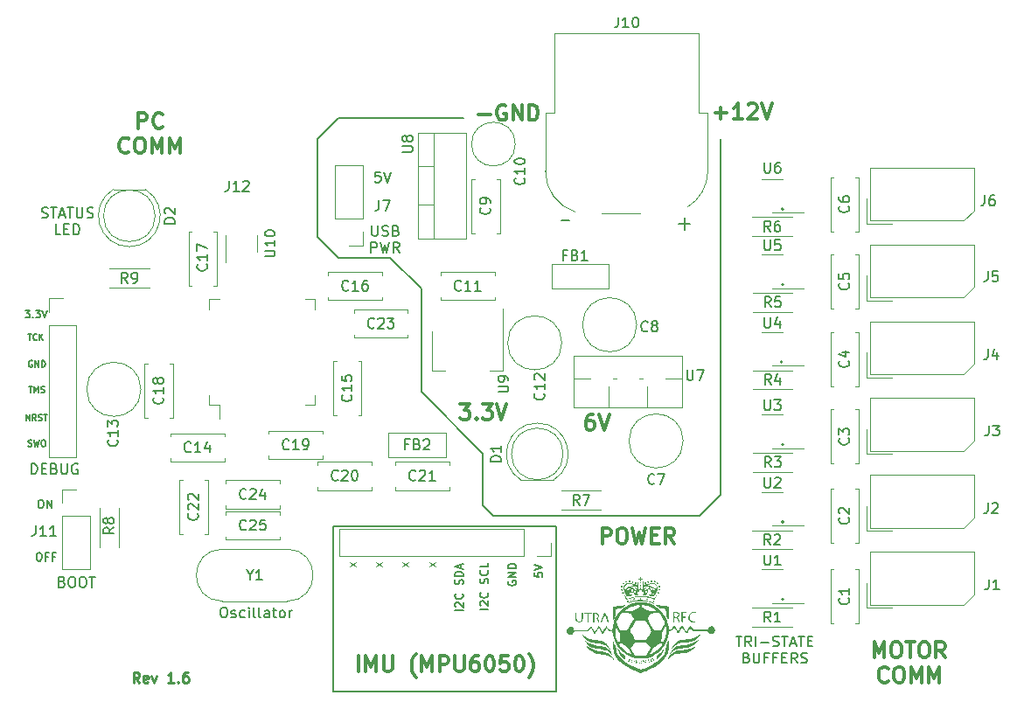
<source format=gbr>
%TF.GenerationSoftware,KiCad,Pcbnew,(6.0.11)*%
%TF.CreationDate,2024-03-05T22:48:33-08:00*%
%TF.ProjectId,bez_controller1v5,62657a5f-636f-46e7-9472-6f6c6c657231,rev?*%
%TF.SameCoordinates,Original*%
%TF.FileFunction,Legend,Top*%
%TF.FilePolarity,Positive*%
%FSLAX46Y46*%
G04 Gerber Fmt 4.6, Leading zero omitted, Abs format (unit mm)*
G04 Created by KiCad (PCBNEW (6.0.11)) date 2024-03-05 22:48:33*
%MOMM*%
%LPD*%
G01*
G04 APERTURE LIST*
%ADD10C,0.150000*%
%ADD11C,0.300000*%
%ADD12C,0.100000*%
%ADD13C,0.200000*%
%ADD14C,0.250000*%
%ADD15C,0.120000*%
G04 APERTURE END LIST*
D10*
X49000000Y-35000000D02*
X51000000Y-37000000D01*
X72120000Y-63000000D02*
X50520000Y-63000000D01*
X50520000Y-63000000D02*
X50520000Y-79000000D01*
X50520000Y-79000000D02*
X72120000Y-79000000D01*
X72120000Y-79000000D02*
X72120000Y-63000000D01*
X51000000Y-37000000D02*
X56000000Y-37000000D01*
X94100000Y-62600000D02*
G75*
G03*
X94100000Y-62600000I-100000J0D01*
G01*
X88000000Y-60000000D02*
X88000000Y-25500000D01*
X65000000Y-56000000D02*
X65000000Y-61000000D01*
X56000000Y-37000000D02*
X59000000Y-40000000D01*
X94100000Y-39600000D02*
G75*
G03*
X94100000Y-39600000I-100000J0D01*
G01*
X86000000Y-62000000D02*
X88000000Y-60000000D01*
X94100000Y-55100000D02*
G75*
G03*
X94100000Y-55100000I-100000J0D01*
G01*
X94100000Y-70100000D02*
G75*
G03*
X94100000Y-70100000I-100000J0D01*
G01*
X59000000Y-50000000D02*
X65000000Y-56000000D01*
X49000000Y-25500000D02*
X49000000Y-35000000D01*
X65000000Y-61000000D02*
X66000000Y-62000000D01*
X94100000Y-32300000D02*
G75*
G03*
X94100000Y-32300000I-100000J0D01*
G01*
X94000000Y-47100000D02*
G75*
G03*
X94000000Y-47100000I-100000J0D01*
G01*
X63100000Y-23500000D02*
X51000000Y-23500000D01*
X59000000Y-40000000D02*
X59000000Y-50000000D01*
X66000000Y-62000000D02*
X86000000Y-62000000D01*
X51000000Y-23500000D02*
X49000000Y-25500000D01*
X54238095Y-33897380D02*
X54238095Y-34706904D01*
X54285714Y-34802142D01*
X54333333Y-34849761D01*
X54428571Y-34897380D01*
X54619047Y-34897380D01*
X54714285Y-34849761D01*
X54761904Y-34802142D01*
X54809523Y-34706904D01*
X54809523Y-33897380D01*
X55238095Y-34849761D02*
X55380952Y-34897380D01*
X55619047Y-34897380D01*
X55714285Y-34849761D01*
X55761904Y-34802142D01*
X55809523Y-34706904D01*
X55809523Y-34611666D01*
X55761904Y-34516428D01*
X55714285Y-34468809D01*
X55619047Y-34421190D01*
X55428571Y-34373571D01*
X55333333Y-34325952D01*
X55285714Y-34278333D01*
X55238095Y-34183095D01*
X55238095Y-34087857D01*
X55285714Y-33992619D01*
X55333333Y-33945000D01*
X55428571Y-33897380D01*
X55666666Y-33897380D01*
X55809523Y-33945000D01*
X56571428Y-34373571D02*
X56714285Y-34421190D01*
X56761904Y-34468809D01*
X56809523Y-34564047D01*
X56809523Y-34706904D01*
X56761904Y-34802142D01*
X56714285Y-34849761D01*
X56619047Y-34897380D01*
X56238095Y-34897380D01*
X56238095Y-33897380D01*
X56571428Y-33897380D01*
X56666666Y-33945000D01*
X56714285Y-33992619D01*
X56761904Y-34087857D01*
X56761904Y-34183095D01*
X56714285Y-34278333D01*
X56666666Y-34325952D01*
X56571428Y-34373571D01*
X56238095Y-34373571D01*
X54166666Y-36507380D02*
X54166666Y-35507380D01*
X54547619Y-35507380D01*
X54642857Y-35555000D01*
X54690476Y-35602619D01*
X54738095Y-35697857D01*
X54738095Y-35840714D01*
X54690476Y-35935952D01*
X54642857Y-35983571D01*
X54547619Y-36031190D01*
X54166666Y-36031190D01*
X55071428Y-35507380D02*
X55309523Y-36507380D01*
X55500000Y-35793095D01*
X55690476Y-36507380D01*
X55928571Y-35507380D01*
X56880952Y-36507380D02*
X56547619Y-36031190D01*
X56309523Y-36507380D02*
X56309523Y-35507380D01*
X56690476Y-35507380D01*
X56785714Y-35555000D01*
X56833333Y-35602619D01*
X56880952Y-35697857D01*
X56880952Y-35840714D01*
X56833333Y-35935952D01*
X56785714Y-35983571D01*
X56690476Y-36031190D01*
X56309523Y-36031190D01*
D11*
X31607142Y-24471071D02*
X31607142Y-22971071D01*
X32178571Y-22971071D01*
X32321428Y-23042500D01*
X32392857Y-23113928D01*
X32464285Y-23256785D01*
X32464285Y-23471071D01*
X32392857Y-23613928D01*
X32321428Y-23685357D01*
X32178571Y-23756785D01*
X31607142Y-23756785D01*
X33964285Y-24328214D02*
X33892857Y-24399642D01*
X33678571Y-24471071D01*
X33535714Y-24471071D01*
X33321428Y-24399642D01*
X33178571Y-24256785D01*
X33107142Y-24113928D01*
X33035714Y-23828214D01*
X33035714Y-23613928D01*
X33107142Y-23328214D01*
X33178571Y-23185357D01*
X33321428Y-23042500D01*
X33535714Y-22971071D01*
X33678571Y-22971071D01*
X33892857Y-23042500D01*
X33964285Y-23113928D01*
X30714285Y-26743214D02*
X30642857Y-26814642D01*
X30428571Y-26886071D01*
X30285714Y-26886071D01*
X30071428Y-26814642D01*
X29928571Y-26671785D01*
X29857142Y-26528928D01*
X29785714Y-26243214D01*
X29785714Y-26028928D01*
X29857142Y-25743214D01*
X29928571Y-25600357D01*
X30071428Y-25457500D01*
X30285714Y-25386071D01*
X30428571Y-25386071D01*
X30642857Y-25457500D01*
X30714285Y-25528928D01*
X31642857Y-25386071D02*
X31928571Y-25386071D01*
X32071428Y-25457500D01*
X32214285Y-25600357D01*
X32285714Y-25886071D01*
X32285714Y-26386071D01*
X32214285Y-26671785D01*
X32071428Y-26814642D01*
X31928571Y-26886071D01*
X31642857Y-26886071D01*
X31500000Y-26814642D01*
X31357142Y-26671785D01*
X31285714Y-26386071D01*
X31285714Y-25886071D01*
X31357142Y-25600357D01*
X31500000Y-25457500D01*
X31642857Y-25386071D01*
X32928571Y-26886071D02*
X32928571Y-25386071D01*
X33428571Y-26457500D01*
X33928571Y-25386071D01*
X33928571Y-26886071D01*
X34642857Y-26886071D02*
X34642857Y-25386071D01*
X35142857Y-26457500D01*
X35642857Y-25386071D01*
X35642857Y-26886071D01*
D12*
X54671428Y-66900000D02*
X55271428Y-66500000D01*
X54671428Y-66500000D02*
X55271428Y-66900000D01*
D11*
X52935714Y-77078571D02*
X52935714Y-75578571D01*
X53650000Y-77078571D02*
X53650000Y-75578571D01*
X54150000Y-76650000D01*
X54650000Y-75578571D01*
X54650000Y-77078571D01*
X55364285Y-75578571D02*
X55364285Y-76792857D01*
X55435714Y-76935714D01*
X55507142Y-77007142D01*
X55650000Y-77078571D01*
X55935714Y-77078571D01*
X56078571Y-77007142D01*
X56150000Y-76935714D01*
X56221428Y-76792857D01*
X56221428Y-75578571D01*
X58507142Y-77650000D02*
X58435714Y-77578571D01*
X58292857Y-77364285D01*
X58221428Y-77221428D01*
X58150000Y-77007142D01*
X58078571Y-76650000D01*
X58078571Y-76364285D01*
X58150000Y-76007142D01*
X58221428Y-75792857D01*
X58292857Y-75650000D01*
X58435714Y-75435714D01*
X58507142Y-75364285D01*
X59078571Y-77078571D02*
X59078571Y-75578571D01*
X59578571Y-76650000D01*
X60078571Y-75578571D01*
X60078571Y-77078571D01*
X60792857Y-77078571D02*
X60792857Y-75578571D01*
X61364285Y-75578571D01*
X61507142Y-75650000D01*
X61578571Y-75721428D01*
X61650000Y-75864285D01*
X61650000Y-76078571D01*
X61578571Y-76221428D01*
X61507142Y-76292857D01*
X61364285Y-76364285D01*
X60792857Y-76364285D01*
X62292857Y-75578571D02*
X62292857Y-76792857D01*
X62364285Y-76935714D01*
X62435714Y-77007142D01*
X62578571Y-77078571D01*
X62864285Y-77078571D01*
X63007142Y-77007142D01*
X63078571Y-76935714D01*
X63150000Y-76792857D01*
X63150000Y-75578571D01*
X64507142Y-75578571D02*
X64221428Y-75578571D01*
X64078571Y-75650000D01*
X64007142Y-75721428D01*
X63864285Y-75935714D01*
X63792857Y-76221428D01*
X63792857Y-76792857D01*
X63864285Y-76935714D01*
X63935714Y-77007142D01*
X64078571Y-77078571D01*
X64364285Y-77078571D01*
X64507142Y-77007142D01*
X64578571Y-76935714D01*
X64650000Y-76792857D01*
X64650000Y-76435714D01*
X64578571Y-76292857D01*
X64507142Y-76221428D01*
X64364285Y-76150000D01*
X64078571Y-76150000D01*
X63935714Y-76221428D01*
X63864285Y-76292857D01*
X63792857Y-76435714D01*
X65578571Y-75578571D02*
X65721428Y-75578571D01*
X65864285Y-75650000D01*
X65935714Y-75721428D01*
X66007142Y-75864285D01*
X66078571Y-76150000D01*
X66078571Y-76507142D01*
X66007142Y-76792857D01*
X65935714Y-76935714D01*
X65864285Y-77007142D01*
X65721428Y-77078571D01*
X65578571Y-77078571D01*
X65435714Y-77007142D01*
X65364285Y-76935714D01*
X65292857Y-76792857D01*
X65221428Y-76507142D01*
X65221428Y-76150000D01*
X65292857Y-75864285D01*
X65364285Y-75721428D01*
X65435714Y-75650000D01*
X65578571Y-75578571D01*
X67435714Y-75578571D02*
X66721428Y-75578571D01*
X66650000Y-76292857D01*
X66721428Y-76221428D01*
X66864285Y-76150000D01*
X67221428Y-76150000D01*
X67364285Y-76221428D01*
X67435714Y-76292857D01*
X67507142Y-76435714D01*
X67507142Y-76792857D01*
X67435714Y-76935714D01*
X67364285Y-77007142D01*
X67221428Y-77078571D01*
X66864285Y-77078571D01*
X66721428Y-77007142D01*
X66650000Y-76935714D01*
X68435714Y-75578571D02*
X68578571Y-75578571D01*
X68721428Y-75650000D01*
X68792857Y-75721428D01*
X68864285Y-75864285D01*
X68935714Y-76150000D01*
X68935714Y-76507142D01*
X68864285Y-76792857D01*
X68792857Y-76935714D01*
X68721428Y-77007142D01*
X68578571Y-77078571D01*
X68435714Y-77078571D01*
X68292857Y-77007142D01*
X68221428Y-76935714D01*
X68150000Y-76792857D01*
X68078571Y-76507142D01*
X68078571Y-76150000D01*
X68150000Y-75864285D01*
X68221428Y-75721428D01*
X68292857Y-75650000D01*
X68435714Y-75578571D01*
X69435714Y-77650000D02*
X69507142Y-77578571D01*
X69650000Y-77364285D01*
X69721428Y-77221428D01*
X69792857Y-77007142D01*
X69864285Y-76650000D01*
X69864285Y-76364285D01*
X69792857Y-76007142D01*
X69721428Y-75792857D01*
X69650000Y-75650000D01*
X69507142Y-75435714D01*
X69435714Y-75364285D01*
X87457142Y-23007142D02*
X88600000Y-23007142D01*
X88028571Y-23578571D02*
X88028571Y-22435714D01*
X90100000Y-23578571D02*
X89242857Y-23578571D01*
X89671428Y-23578571D02*
X89671428Y-22078571D01*
X89528571Y-22292857D01*
X89385714Y-22435714D01*
X89242857Y-22507142D01*
X90671428Y-22221428D02*
X90742857Y-22150000D01*
X90885714Y-22078571D01*
X91242857Y-22078571D01*
X91385714Y-22150000D01*
X91457142Y-22221428D01*
X91528571Y-22364285D01*
X91528571Y-22507142D01*
X91457142Y-22721428D01*
X90600000Y-23578571D01*
X91528571Y-23578571D01*
X91957142Y-22078571D02*
X92457142Y-23578571D01*
X92957142Y-22078571D01*
D10*
X20971428Y-55242857D02*
X21057142Y-55271428D01*
X21200000Y-55271428D01*
X21257142Y-55242857D01*
X21285714Y-55214285D01*
X21314285Y-55157142D01*
X21314285Y-55100000D01*
X21285714Y-55042857D01*
X21257142Y-55014285D01*
X21200000Y-54985714D01*
X21085714Y-54957142D01*
X21028571Y-54928571D01*
X21000000Y-54900000D01*
X20971428Y-54842857D01*
X20971428Y-54785714D01*
X21000000Y-54728571D01*
X21028571Y-54700000D01*
X21085714Y-54671428D01*
X21228571Y-54671428D01*
X21314285Y-54700000D01*
X21514285Y-54671428D02*
X21657142Y-55271428D01*
X21771428Y-54842857D01*
X21885714Y-55271428D01*
X22028571Y-54671428D01*
X22371428Y-54671428D02*
X22485714Y-54671428D01*
X22542857Y-54700000D01*
X22600000Y-54757142D01*
X22628571Y-54871428D01*
X22628571Y-55071428D01*
X22600000Y-55185714D01*
X22542857Y-55242857D01*
X22485714Y-55271428D01*
X22371428Y-55271428D01*
X22314285Y-55242857D01*
X22257142Y-55185714D01*
X22228571Y-55071428D01*
X22228571Y-54871428D01*
X22257142Y-54757142D01*
X22314285Y-54700000D01*
X22371428Y-54671428D01*
X21938095Y-65561904D02*
X22090476Y-65561904D01*
X22166666Y-65600000D01*
X22242857Y-65676190D01*
X22280952Y-65828571D01*
X22280952Y-66095238D01*
X22242857Y-66247619D01*
X22166666Y-66323809D01*
X22090476Y-66361904D01*
X21938095Y-66361904D01*
X21861904Y-66323809D01*
X21785714Y-66247619D01*
X21747619Y-66095238D01*
X21747619Y-65828571D01*
X21785714Y-65676190D01*
X21861904Y-65600000D01*
X21938095Y-65561904D01*
X22890476Y-65942857D02*
X22623809Y-65942857D01*
X22623809Y-66361904D02*
X22623809Y-65561904D01*
X23004761Y-65561904D01*
X23576190Y-65942857D02*
X23309523Y-65942857D01*
X23309523Y-66361904D02*
X23309523Y-65561904D01*
X23690476Y-65561904D01*
D13*
X67450000Y-68309523D02*
X67411904Y-68385714D01*
X67411904Y-68500000D01*
X67450000Y-68614285D01*
X67526190Y-68690476D01*
X67602380Y-68728571D01*
X67754761Y-68766666D01*
X67869047Y-68766666D01*
X68021428Y-68728571D01*
X68097619Y-68690476D01*
X68173809Y-68614285D01*
X68211904Y-68500000D01*
X68211904Y-68423809D01*
X68173809Y-68309523D01*
X68135714Y-68271428D01*
X67869047Y-68271428D01*
X67869047Y-68423809D01*
X68211904Y-67928571D02*
X67411904Y-67928571D01*
X68211904Y-67471428D01*
X67411904Y-67471428D01*
X68211904Y-67090476D02*
X67411904Y-67090476D01*
X67411904Y-66900000D01*
X67450000Y-66785714D01*
X67526190Y-66709523D01*
X67602380Y-66671428D01*
X67754761Y-66633333D01*
X67869047Y-66633333D01*
X68021428Y-66671428D01*
X68097619Y-66709523D01*
X68173809Y-66785714D01*
X68211904Y-66900000D01*
X68211904Y-67090476D01*
D14*
X31728571Y-78152380D02*
X31395238Y-77676190D01*
X31157142Y-78152380D02*
X31157142Y-77152380D01*
X31538095Y-77152380D01*
X31633333Y-77200000D01*
X31680952Y-77247619D01*
X31728571Y-77342857D01*
X31728571Y-77485714D01*
X31680952Y-77580952D01*
X31633333Y-77628571D01*
X31538095Y-77676190D01*
X31157142Y-77676190D01*
X32538095Y-78104761D02*
X32442857Y-78152380D01*
X32252380Y-78152380D01*
X32157142Y-78104761D01*
X32109523Y-78009523D01*
X32109523Y-77628571D01*
X32157142Y-77533333D01*
X32252380Y-77485714D01*
X32442857Y-77485714D01*
X32538095Y-77533333D01*
X32585714Y-77628571D01*
X32585714Y-77723809D01*
X32109523Y-77819047D01*
X32919047Y-77485714D02*
X33157142Y-78152380D01*
X33395238Y-77485714D01*
X35061904Y-78152380D02*
X34490476Y-78152380D01*
X34776190Y-78152380D02*
X34776190Y-77152380D01*
X34680952Y-77295238D01*
X34585714Y-77390476D01*
X34490476Y-77438095D01*
X35490476Y-78057142D02*
X35538095Y-78104761D01*
X35490476Y-78152380D01*
X35442857Y-78104761D01*
X35490476Y-78057142D01*
X35490476Y-78152380D01*
X36395238Y-77152380D02*
X36204761Y-77152380D01*
X36109523Y-77200000D01*
X36061904Y-77247619D01*
X35966666Y-77390476D01*
X35919047Y-77580952D01*
X35919047Y-77961904D01*
X35966666Y-78057142D01*
X36014285Y-78104761D01*
X36109523Y-78152380D01*
X36300000Y-78152380D01*
X36395238Y-78104761D01*
X36442857Y-78057142D01*
X36490476Y-77961904D01*
X36490476Y-77723809D01*
X36442857Y-77628571D01*
X36395238Y-77580952D01*
X36300000Y-77533333D01*
X36109523Y-77533333D01*
X36014285Y-77580952D01*
X35966666Y-77628571D01*
X35919047Y-77723809D01*
D10*
X89488095Y-73647380D02*
X90059523Y-73647380D01*
X89773809Y-74647380D02*
X89773809Y-73647380D01*
X90964285Y-74647380D02*
X90630952Y-74171190D01*
X90392857Y-74647380D02*
X90392857Y-73647380D01*
X90773809Y-73647380D01*
X90869047Y-73695000D01*
X90916666Y-73742619D01*
X90964285Y-73837857D01*
X90964285Y-73980714D01*
X90916666Y-74075952D01*
X90869047Y-74123571D01*
X90773809Y-74171190D01*
X90392857Y-74171190D01*
X91392857Y-74647380D02*
X91392857Y-73647380D01*
X91869047Y-74266428D02*
X92630952Y-74266428D01*
X93059523Y-74599761D02*
X93202380Y-74647380D01*
X93440476Y-74647380D01*
X93535714Y-74599761D01*
X93583333Y-74552142D01*
X93630952Y-74456904D01*
X93630952Y-74361666D01*
X93583333Y-74266428D01*
X93535714Y-74218809D01*
X93440476Y-74171190D01*
X93250000Y-74123571D01*
X93154761Y-74075952D01*
X93107142Y-74028333D01*
X93059523Y-73933095D01*
X93059523Y-73837857D01*
X93107142Y-73742619D01*
X93154761Y-73695000D01*
X93250000Y-73647380D01*
X93488095Y-73647380D01*
X93630952Y-73695000D01*
X93916666Y-73647380D02*
X94488095Y-73647380D01*
X94202380Y-74647380D02*
X94202380Y-73647380D01*
X94773809Y-74361666D02*
X95250000Y-74361666D01*
X94678571Y-74647380D02*
X95011904Y-73647380D01*
X95345238Y-74647380D01*
X95535714Y-73647380D02*
X96107142Y-73647380D01*
X95821428Y-74647380D02*
X95821428Y-73647380D01*
X96440476Y-74123571D02*
X96773809Y-74123571D01*
X96916666Y-74647380D02*
X96440476Y-74647380D01*
X96440476Y-73647380D01*
X96916666Y-73647380D01*
X90511904Y-75733571D02*
X90654761Y-75781190D01*
X90702380Y-75828809D01*
X90750000Y-75924047D01*
X90750000Y-76066904D01*
X90702380Y-76162142D01*
X90654761Y-76209761D01*
X90559523Y-76257380D01*
X90178571Y-76257380D01*
X90178571Y-75257380D01*
X90511904Y-75257380D01*
X90607142Y-75305000D01*
X90654761Y-75352619D01*
X90702380Y-75447857D01*
X90702380Y-75543095D01*
X90654761Y-75638333D01*
X90607142Y-75685952D01*
X90511904Y-75733571D01*
X90178571Y-75733571D01*
X91178571Y-75257380D02*
X91178571Y-76066904D01*
X91226190Y-76162142D01*
X91273809Y-76209761D01*
X91369047Y-76257380D01*
X91559523Y-76257380D01*
X91654761Y-76209761D01*
X91702380Y-76162142D01*
X91750000Y-76066904D01*
X91750000Y-75257380D01*
X92559523Y-75733571D02*
X92226190Y-75733571D01*
X92226190Y-76257380D02*
X92226190Y-75257380D01*
X92702380Y-75257380D01*
X93416666Y-75733571D02*
X93083333Y-75733571D01*
X93083333Y-76257380D02*
X93083333Y-75257380D01*
X93559523Y-75257380D01*
X93940476Y-75733571D02*
X94273809Y-75733571D01*
X94416666Y-76257380D02*
X93940476Y-76257380D01*
X93940476Y-75257380D01*
X94416666Y-75257380D01*
X95416666Y-76257380D02*
X95083333Y-75781190D01*
X94845238Y-76257380D02*
X94845238Y-75257380D01*
X95226190Y-75257380D01*
X95321428Y-75305000D01*
X95369047Y-75352619D01*
X95416666Y-75447857D01*
X95416666Y-75590714D01*
X95369047Y-75685952D01*
X95321428Y-75733571D01*
X95226190Y-75781190D01*
X94845238Y-75781190D01*
X95797619Y-76209761D02*
X95940476Y-76257380D01*
X96178571Y-76257380D01*
X96273809Y-76209761D01*
X96321428Y-76162142D01*
X96369047Y-76066904D01*
X96369047Y-75971666D01*
X96321428Y-75876428D01*
X96273809Y-75828809D01*
X96178571Y-75781190D01*
X95988095Y-75733571D01*
X95892857Y-75685952D01*
X95845238Y-75638333D01*
X95797619Y-75543095D01*
X95797619Y-75447857D01*
X95845238Y-75352619D01*
X95892857Y-75305000D01*
X95988095Y-75257380D01*
X96226190Y-75257380D01*
X96369047Y-75305000D01*
X55059523Y-28702380D02*
X54583333Y-28702380D01*
X54535714Y-29178571D01*
X54583333Y-29130952D01*
X54678571Y-29083333D01*
X54916666Y-29083333D01*
X55011904Y-29130952D01*
X55059523Y-29178571D01*
X55107142Y-29273809D01*
X55107142Y-29511904D01*
X55059523Y-29607142D01*
X55011904Y-29654761D01*
X54916666Y-29702380D01*
X54678571Y-29702380D01*
X54583333Y-29654761D01*
X54535714Y-29607142D01*
X55392857Y-28702380D02*
X55726190Y-29702380D01*
X56059523Y-28702380D01*
X20928571Y-44371428D02*
X21271428Y-44371428D01*
X21100000Y-44971428D02*
X21100000Y-44371428D01*
X21814285Y-44914285D02*
X21785714Y-44942857D01*
X21700000Y-44971428D01*
X21642857Y-44971428D01*
X21557142Y-44942857D01*
X21500000Y-44885714D01*
X21471428Y-44828571D01*
X21442857Y-44714285D01*
X21442857Y-44628571D01*
X21471428Y-44514285D01*
X21500000Y-44457142D01*
X21557142Y-44400000D01*
X21642857Y-44371428D01*
X21700000Y-44371428D01*
X21785714Y-44400000D01*
X21814285Y-44428571D01*
X22071428Y-44971428D02*
X22071428Y-44371428D01*
X22414285Y-44971428D02*
X22157142Y-44628571D01*
X22414285Y-44371428D02*
X22071428Y-44714285D01*
D12*
X52071428Y-66900000D02*
X52671428Y-66500000D01*
X52071428Y-66500000D02*
X52671428Y-66900000D01*
D13*
X65511904Y-71040476D02*
X64711904Y-71040476D01*
X64788095Y-70697619D02*
X64750000Y-70659523D01*
X64711904Y-70583333D01*
X64711904Y-70392857D01*
X64750000Y-70316666D01*
X64788095Y-70278571D01*
X64864285Y-70240476D01*
X64940476Y-70240476D01*
X65054761Y-70278571D01*
X65511904Y-70735714D01*
X65511904Y-70240476D01*
X65435714Y-69440476D02*
X65473809Y-69478571D01*
X65511904Y-69592857D01*
X65511904Y-69669047D01*
X65473809Y-69783333D01*
X65397619Y-69859523D01*
X65321428Y-69897619D01*
X65169047Y-69935714D01*
X65054761Y-69935714D01*
X64902380Y-69897619D01*
X64826190Y-69859523D01*
X64750000Y-69783333D01*
X64711904Y-69669047D01*
X64711904Y-69592857D01*
X64750000Y-69478571D01*
X64788095Y-69440476D01*
X65473809Y-68526190D02*
X65511904Y-68411904D01*
X65511904Y-68221428D01*
X65473809Y-68145238D01*
X65435714Y-68107142D01*
X65359523Y-68069047D01*
X65283333Y-68069047D01*
X65207142Y-68107142D01*
X65169047Y-68145238D01*
X65130952Y-68221428D01*
X65092857Y-68373809D01*
X65054761Y-68450000D01*
X65016666Y-68488095D01*
X64940476Y-68526190D01*
X64864285Y-68526190D01*
X64788095Y-68488095D01*
X64750000Y-68450000D01*
X64711904Y-68373809D01*
X64711904Y-68183333D01*
X64750000Y-68069047D01*
X65435714Y-67269047D02*
X65473809Y-67307142D01*
X65511904Y-67421428D01*
X65511904Y-67497619D01*
X65473809Y-67611904D01*
X65397619Y-67688095D01*
X65321428Y-67726190D01*
X65169047Y-67764285D01*
X65054761Y-67764285D01*
X64902380Y-67726190D01*
X64826190Y-67688095D01*
X64750000Y-67611904D01*
X64711904Y-67497619D01*
X64711904Y-67421428D01*
X64750000Y-67307142D01*
X64788095Y-67269047D01*
X65511904Y-66545238D02*
X65511904Y-66926190D01*
X64711904Y-66926190D01*
D10*
X20666666Y-42116666D02*
X21100000Y-42116666D01*
X20866666Y-42383333D01*
X20966666Y-42383333D01*
X21033333Y-42416666D01*
X21066666Y-42450000D01*
X21100000Y-42516666D01*
X21100000Y-42683333D01*
X21066666Y-42750000D01*
X21033333Y-42783333D01*
X20966666Y-42816666D01*
X20766666Y-42816666D01*
X20700000Y-42783333D01*
X20666666Y-42750000D01*
X21400000Y-42750000D02*
X21433333Y-42783333D01*
X21400000Y-42816666D01*
X21366666Y-42783333D01*
X21400000Y-42750000D01*
X21400000Y-42816666D01*
X21666666Y-42116666D02*
X22100000Y-42116666D01*
X21866666Y-42383333D01*
X21966666Y-42383333D01*
X22033333Y-42416666D01*
X22066666Y-42450000D01*
X22100000Y-42516666D01*
X22100000Y-42683333D01*
X22066666Y-42750000D01*
X22033333Y-42783333D01*
X21966666Y-42816666D01*
X21766666Y-42816666D01*
X21700000Y-42783333D01*
X21666666Y-42750000D01*
X22300000Y-42116666D02*
X22533333Y-42816666D01*
X22766666Y-42116666D01*
X21261904Y-57952380D02*
X21261904Y-56952380D01*
X21500000Y-56952380D01*
X21642857Y-57000000D01*
X21738095Y-57095238D01*
X21785714Y-57190476D01*
X21833333Y-57380952D01*
X21833333Y-57523809D01*
X21785714Y-57714285D01*
X21738095Y-57809523D01*
X21642857Y-57904761D01*
X21500000Y-57952380D01*
X21261904Y-57952380D01*
X22261904Y-57428571D02*
X22595238Y-57428571D01*
X22738095Y-57952380D02*
X22261904Y-57952380D01*
X22261904Y-56952380D01*
X22738095Y-56952380D01*
X23500000Y-57428571D02*
X23642857Y-57476190D01*
X23690476Y-57523809D01*
X23738095Y-57619047D01*
X23738095Y-57761904D01*
X23690476Y-57857142D01*
X23642857Y-57904761D01*
X23547619Y-57952380D01*
X23166666Y-57952380D01*
X23166666Y-56952380D01*
X23500000Y-56952380D01*
X23595238Y-57000000D01*
X23642857Y-57047619D01*
X23690476Y-57142857D01*
X23690476Y-57238095D01*
X23642857Y-57333333D01*
X23595238Y-57380952D01*
X23500000Y-57428571D01*
X23166666Y-57428571D01*
X24166666Y-56952380D02*
X24166666Y-57761904D01*
X24214285Y-57857142D01*
X24261904Y-57904761D01*
X24357142Y-57952380D01*
X24547619Y-57952380D01*
X24642857Y-57904761D01*
X24690476Y-57857142D01*
X24738095Y-57761904D01*
X24738095Y-56952380D01*
X25738095Y-57000000D02*
X25642857Y-56952380D01*
X25500000Y-56952380D01*
X25357142Y-57000000D01*
X25261904Y-57095238D01*
X25214285Y-57190476D01*
X25166666Y-57380952D01*
X25166666Y-57523809D01*
X25214285Y-57714285D01*
X25261904Y-57809523D01*
X25357142Y-57904761D01*
X25500000Y-57952380D01*
X25595238Y-57952380D01*
X25738095Y-57904761D01*
X25785714Y-57857142D01*
X25785714Y-57523809D01*
X25595238Y-57523809D01*
X20764285Y-52771428D02*
X20764285Y-52171428D01*
X21107142Y-52771428D01*
X21107142Y-52171428D01*
X21735714Y-52771428D02*
X21535714Y-52485714D01*
X21392857Y-52771428D02*
X21392857Y-52171428D01*
X21621428Y-52171428D01*
X21678571Y-52200000D01*
X21707142Y-52228571D01*
X21735714Y-52285714D01*
X21735714Y-52371428D01*
X21707142Y-52428571D01*
X21678571Y-52457142D01*
X21621428Y-52485714D01*
X21392857Y-52485714D01*
X21964285Y-52742857D02*
X22050000Y-52771428D01*
X22192857Y-52771428D01*
X22250000Y-52742857D01*
X22278571Y-52714285D01*
X22307142Y-52657142D01*
X22307142Y-52600000D01*
X22278571Y-52542857D01*
X22250000Y-52514285D01*
X22192857Y-52485714D01*
X22078571Y-52457142D01*
X22021428Y-52428571D01*
X21992857Y-52400000D01*
X21964285Y-52342857D01*
X21964285Y-52285714D01*
X21992857Y-52228571D01*
X22021428Y-52200000D01*
X22078571Y-52171428D01*
X22221428Y-52171428D01*
X22307142Y-52200000D01*
X22478571Y-52171428D02*
X22821428Y-52171428D01*
X22650000Y-52771428D02*
X22650000Y-52171428D01*
D12*
X57171428Y-66900000D02*
X57771428Y-66500000D01*
X57171428Y-66500000D02*
X57771428Y-66900000D01*
D11*
X62785714Y-51178571D02*
X63714285Y-51178571D01*
X63214285Y-51750000D01*
X63428571Y-51750000D01*
X63571428Y-51821428D01*
X63642857Y-51892857D01*
X63714285Y-52035714D01*
X63714285Y-52392857D01*
X63642857Y-52535714D01*
X63571428Y-52607142D01*
X63428571Y-52678571D01*
X63000000Y-52678571D01*
X62857142Y-52607142D01*
X62785714Y-52535714D01*
X64357142Y-52535714D02*
X64428571Y-52607142D01*
X64357142Y-52678571D01*
X64285714Y-52607142D01*
X64357142Y-52535714D01*
X64357142Y-52678571D01*
X64928571Y-51178571D02*
X65857142Y-51178571D01*
X65357142Y-51750000D01*
X65571428Y-51750000D01*
X65714285Y-51821428D01*
X65785714Y-51892857D01*
X65857142Y-52035714D01*
X65857142Y-52392857D01*
X65785714Y-52535714D01*
X65714285Y-52607142D01*
X65571428Y-52678571D01*
X65142857Y-52678571D01*
X65000000Y-52607142D01*
X64928571Y-52535714D01*
X66285714Y-51178571D02*
X66785714Y-52678571D01*
X67285714Y-51178571D01*
X64542857Y-23107142D02*
X65685714Y-23107142D01*
X67185714Y-22250000D02*
X67042857Y-22178571D01*
X66828571Y-22178571D01*
X66614285Y-22250000D01*
X66471428Y-22392857D01*
X66400000Y-22535714D01*
X66328571Y-22821428D01*
X66328571Y-23035714D01*
X66400000Y-23321428D01*
X66471428Y-23464285D01*
X66614285Y-23607142D01*
X66828571Y-23678571D01*
X66971428Y-23678571D01*
X67185714Y-23607142D01*
X67257142Y-23535714D01*
X67257142Y-23035714D01*
X66971428Y-23035714D01*
X67900000Y-23678571D02*
X67900000Y-22178571D01*
X68757142Y-23678571D01*
X68757142Y-22178571D01*
X69471428Y-23678571D02*
X69471428Y-22178571D01*
X69828571Y-22178571D01*
X70042857Y-22250000D01*
X70185714Y-22392857D01*
X70257142Y-22535714D01*
X70328571Y-22821428D01*
X70328571Y-23035714D01*
X70257142Y-23321428D01*
X70185714Y-23464285D01*
X70042857Y-23607142D01*
X69828571Y-23678571D01*
X69471428Y-23678571D01*
D10*
X21000000Y-49471428D02*
X21342857Y-49471428D01*
X21171428Y-50071428D02*
X21171428Y-49471428D01*
X21542857Y-50071428D02*
X21542857Y-49471428D01*
X21742857Y-49900000D01*
X21942857Y-49471428D01*
X21942857Y-50071428D01*
X22200000Y-50042857D02*
X22285714Y-50071428D01*
X22428571Y-50071428D01*
X22485714Y-50042857D01*
X22514285Y-50014285D01*
X22542857Y-49957142D01*
X22542857Y-49900000D01*
X22514285Y-49842857D01*
X22485714Y-49814285D01*
X22428571Y-49785714D01*
X22314285Y-49757142D01*
X22257142Y-49728571D01*
X22228571Y-49700000D01*
X22200000Y-49642857D01*
X22200000Y-49585714D01*
X22228571Y-49528571D01*
X22257142Y-49500000D01*
X22314285Y-49471428D01*
X22457142Y-49471428D01*
X22542857Y-49500000D01*
D13*
X63061904Y-71159523D02*
X62261904Y-71159523D01*
X62338095Y-70816666D02*
X62300000Y-70778571D01*
X62261904Y-70702380D01*
X62261904Y-70511904D01*
X62300000Y-70435714D01*
X62338095Y-70397619D01*
X62414285Y-70359523D01*
X62490476Y-70359523D01*
X62604761Y-70397619D01*
X63061904Y-70854761D01*
X63061904Y-70359523D01*
X62985714Y-69559523D02*
X63023809Y-69597619D01*
X63061904Y-69711904D01*
X63061904Y-69788095D01*
X63023809Y-69902380D01*
X62947619Y-69978571D01*
X62871428Y-70016666D01*
X62719047Y-70054761D01*
X62604761Y-70054761D01*
X62452380Y-70016666D01*
X62376190Y-69978571D01*
X62300000Y-69902380D01*
X62261904Y-69788095D01*
X62261904Y-69711904D01*
X62300000Y-69597619D01*
X62338095Y-69559523D01*
X63023809Y-68645238D02*
X63061904Y-68530952D01*
X63061904Y-68340476D01*
X63023809Y-68264285D01*
X62985714Y-68226190D01*
X62909523Y-68188095D01*
X62833333Y-68188095D01*
X62757142Y-68226190D01*
X62719047Y-68264285D01*
X62680952Y-68340476D01*
X62642857Y-68492857D01*
X62604761Y-68569047D01*
X62566666Y-68607142D01*
X62490476Y-68645238D01*
X62414285Y-68645238D01*
X62338095Y-68607142D01*
X62300000Y-68569047D01*
X62261904Y-68492857D01*
X62261904Y-68302380D01*
X62300000Y-68188095D01*
X63061904Y-67845238D02*
X62261904Y-67845238D01*
X62261904Y-67654761D01*
X62300000Y-67540476D01*
X62376190Y-67464285D01*
X62452380Y-67426190D01*
X62604761Y-67388095D01*
X62719047Y-67388095D01*
X62871428Y-67426190D01*
X62947619Y-67464285D01*
X63023809Y-67540476D01*
X63061904Y-67654761D01*
X63061904Y-67845238D01*
X62833333Y-67083333D02*
X62833333Y-66702380D01*
X63061904Y-67159523D02*
X62261904Y-66892857D01*
X63061904Y-66626190D01*
D10*
X22273809Y-33099761D02*
X22416666Y-33147380D01*
X22654761Y-33147380D01*
X22750000Y-33099761D01*
X22797619Y-33052142D01*
X22845238Y-32956904D01*
X22845238Y-32861666D01*
X22797619Y-32766428D01*
X22750000Y-32718809D01*
X22654761Y-32671190D01*
X22464285Y-32623571D01*
X22369047Y-32575952D01*
X22321428Y-32528333D01*
X22273809Y-32433095D01*
X22273809Y-32337857D01*
X22321428Y-32242619D01*
X22369047Y-32195000D01*
X22464285Y-32147380D01*
X22702380Y-32147380D01*
X22845238Y-32195000D01*
X23130952Y-32147380D02*
X23702380Y-32147380D01*
X23416666Y-33147380D02*
X23416666Y-32147380D01*
X23988095Y-32861666D02*
X24464285Y-32861666D01*
X23892857Y-33147380D02*
X24226190Y-32147380D01*
X24559523Y-33147380D01*
X24750000Y-32147380D02*
X25321428Y-32147380D01*
X25035714Y-33147380D02*
X25035714Y-32147380D01*
X25654761Y-32147380D02*
X25654761Y-32956904D01*
X25702380Y-33052142D01*
X25750000Y-33099761D01*
X25845238Y-33147380D01*
X26035714Y-33147380D01*
X26130952Y-33099761D01*
X26178571Y-33052142D01*
X26226190Y-32956904D01*
X26226190Y-32147380D01*
X26654761Y-33099761D02*
X26797619Y-33147380D01*
X27035714Y-33147380D01*
X27130952Y-33099761D01*
X27178571Y-33052142D01*
X27226190Y-32956904D01*
X27226190Y-32861666D01*
X27178571Y-32766428D01*
X27130952Y-32718809D01*
X27035714Y-32671190D01*
X26845238Y-32623571D01*
X26750000Y-32575952D01*
X26702380Y-32528333D01*
X26654761Y-32433095D01*
X26654761Y-32337857D01*
X26702380Y-32242619D01*
X26750000Y-32195000D01*
X26845238Y-32147380D01*
X27083333Y-32147380D01*
X27226190Y-32195000D01*
X24107142Y-34757380D02*
X23630952Y-34757380D01*
X23630952Y-33757380D01*
X24440476Y-34233571D02*
X24773809Y-34233571D01*
X24916666Y-34757380D02*
X24440476Y-34757380D01*
X24440476Y-33757380D01*
X24916666Y-33757380D01*
X25345238Y-34757380D02*
X25345238Y-33757380D01*
X25583333Y-33757380D01*
X25726190Y-33805000D01*
X25821428Y-33900238D01*
X25869047Y-33995476D01*
X25916666Y-34185952D01*
X25916666Y-34328809D01*
X25869047Y-34519285D01*
X25821428Y-34614523D01*
X25726190Y-34709761D01*
X25583333Y-34757380D01*
X25345238Y-34757380D01*
D12*
X59771428Y-66900000D02*
X60371428Y-66500000D01*
X59771428Y-66500000D02*
X60371428Y-66900000D01*
D10*
X24242857Y-68388571D02*
X24385714Y-68436190D01*
X24433333Y-68483809D01*
X24480952Y-68579047D01*
X24480952Y-68721904D01*
X24433333Y-68817142D01*
X24385714Y-68864761D01*
X24290476Y-68912380D01*
X23909523Y-68912380D01*
X23909523Y-67912380D01*
X24242857Y-67912380D01*
X24338095Y-67960000D01*
X24385714Y-68007619D01*
X24433333Y-68102857D01*
X24433333Y-68198095D01*
X24385714Y-68293333D01*
X24338095Y-68340952D01*
X24242857Y-68388571D01*
X23909523Y-68388571D01*
X25100000Y-67912380D02*
X25290476Y-67912380D01*
X25385714Y-67960000D01*
X25480952Y-68055238D01*
X25528571Y-68245714D01*
X25528571Y-68579047D01*
X25480952Y-68769523D01*
X25385714Y-68864761D01*
X25290476Y-68912380D01*
X25100000Y-68912380D01*
X25004761Y-68864761D01*
X24909523Y-68769523D01*
X24861904Y-68579047D01*
X24861904Y-68245714D01*
X24909523Y-68055238D01*
X25004761Y-67960000D01*
X25100000Y-67912380D01*
X26147619Y-67912380D02*
X26338095Y-67912380D01*
X26433333Y-67960000D01*
X26528571Y-68055238D01*
X26576190Y-68245714D01*
X26576190Y-68579047D01*
X26528571Y-68769523D01*
X26433333Y-68864761D01*
X26338095Y-68912380D01*
X26147619Y-68912380D01*
X26052380Y-68864761D01*
X25957142Y-68769523D01*
X25909523Y-68579047D01*
X25909523Y-68245714D01*
X25957142Y-68055238D01*
X26052380Y-67960000D01*
X26147619Y-67912380D01*
X26861904Y-67912380D02*
X27433333Y-67912380D01*
X27147619Y-68912380D02*
X27147619Y-67912380D01*
X21342857Y-47000000D02*
X21285714Y-46971428D01*
X21200000Y-46971428D01*
X21114285Y-47000000D01*
X21057142Y-47057142D01*
X21028571Y-47114285D01*
X21000000Y-47228571D01*
X21000000Y-47314285D01*
X21028571Y-47428571D01*
X21057142Y-47485714D01*
X21114285Y-47542857D01*
X21200000Y-47571428D01*
X21257142Y-47571428D01*
X21342857Y-47542857D01*
X21371428Y-47514285D01*
X21371428Y-47314285D01*
X21257142Y-47314285D01*
X21628571Y-47571428D02*
X21628571Y-46971428D01*
X21971428Y-47571428D01*
X21971428Y-46971428D01*
X22257142Y-47571428D02*
X22257142Y-46971428D01*
X22400000Y-46971428D01*
X22485714Y-47000000D01*
X22542857Y-47057142D01*
X22571428Y-47114285D01*
X22600000Y-47228571D01*
X22600000Y-47314285D01*
X22571428Y-47428571D01*
X22542857Y-47485714D01*
X22485714Y-47542857D01*
X22400000Y-47571428D01*
X22257142Y-47571428D01*
D11*
X75642857Y-52178571D02*
X75357142Y-52178571D01*
X75214285Y-52250000D01*
X75142857Y-52321428D01*
X75000000Y-52535714D01*
X74928571Y-52821428D01*
X74928571Y-53392857D01*
X75000000Y-53535714D01*
X75071428Y-53607142D01*
X75214285Y-53678571D01*
X75500000Y-53678571D01*
X75642857Y-53607142D01*
X75714285Y-53535714D01*
X75785714Y-53392857D01*
X75785714Y-53035714D01*
X75714285Y-52892857D01*
X75642857Y-52821428D01*
X75500000Y-52750000D01*
X75214285Y-52750000D01*
X75071428Y-52821428D01*
X75000000Y-52892857D01*
X74928571Y-53035714D01*
X76214285Y-52178571D02*
X76714285Y-53678571D01*
X77214285Y-52178571D01*
D13*
X69961904Y-67502380D02*
X69961904Y-67883333D01*
X70342857Y-67921428D01*
X70304761Y-67883333D01*
X70266666Y-67807142D01*
X70266666Y-67616666D01*
X70304761Y-67540476D01*
X70342857Y-67502380D01*
X70419047Y-67464285D01*
X70609523Y-67464285D01*
X70685714Y-67502380D01*
X70723809Y-67540476D01*
X70761904Y-67616666D01*
X70761904Y-67807142D01*
X70723809Y-67883333D01*
X70685714Y-67921428D01*
X69961904Y-67235714D02*
X70761904Y-66969047D01*
X69961904Y-66702380D01*
D10*
X39809523Y-70852380D02*
X40000000Y-70852380D01*
X40095238Y-70900000D01*
X40190476Y-70995238D01*
X40238095Y-71185714D01*
X40238095Y-71519047D01*
X40190476Y-71709523D01*
X40095238Y-71804761D01*
X40000000Y-71852380D01*
X39809523Y-71852380D01*
X39714285Y-71804761D01*
X39619047Y-71709523D01*
X39571428Y-71519047D01*
X39571428Y-71185714D01*
X39619047Y-70995238D01*
X39714285Y-70900000D01*
X39809523Y-70852380D01*
X40619047Y-71804761D02*
X40714285Y-71852380D01*
X40904761Y-71852380D01*
X41000000Y-71804761D01*
X41047619Y-71709523D01*
X41047619Y-71661904D01*
X41000000Y-71566666D01*
X40904761Y-71519047D01*
X40761904Y-71519047D01*
X40666666Y-71471428D01*
X40619047Y-71376190D01*
X40619047Y-71328571D01*
X40666666Y-71233333D01*
X40761904Y-71185714D01*
X40904761Y-71185714D01*
X41000000Y-71233333D01*
X41904761Y-71804761D02*
X41809523Y-71852380D01*
X41619047Y-71852380D01*
X41523809Y-71804761D01*
X41476190Y-71757142D01*
X41428571Y-71661904D01*
X41428571Y-71376190D01*
X41476190Y-71280952D01*
X41523809Y-71233333D01*
X41619047Y-71185714D01*
X41809523Y-71185714D01*
X41904761Y-71233333D01*
X42333333Y-71852380D02*
X42333333Y-71185714D01*
X42333333Y-70852380D02*
X42285714Y-70900000D01*
X42333333Y-70947619D01*
X42380952Y-70900000D01*
X42333333Y-70852380D01*
X42333333Y-70947619D01*
X42952380Y-71852380D02*
X42857142Y-71804761D01*
X42809523Y-71709523D01*
X42809523Y-70852380D01*
X43476190Y-71852380D02*
X43380952Y-71804761D01*
X43333333Y-71709523D01*
X43333333Y-70852380D01*
X44285714Y-71852380D02*
X44285714Y-71328571D01*
X44238095Y-71233333D01*
X44142857Y-71185714D01*
X43952380Y-71185714D01*
X43857142Y-71233333D01*
X44285714Y-71804761D02*
X44190476Y-71852380D01*
X43952380Y-71852380D01*
X43857142Y-71804761D01*
X43809523Y-71709523D01*
X43809523Y-71614285D01*
X43857142Y-71519047D01*
X43952380Y-71471428D01*
X44190476Y-71471428D01*
X44285714Y-71423809D01*
X44619047Y-71185714D02*
X45000000Y-71185714D01*
X44761904Y-70852380D02*
X44761904Y-71709523D01*
X44809523Y-71804761D01*
X44904761Y-71852380D01*
X45000000Y-71852380D01*
X45476190Y-71852380D02*
X45380952Y-71804761D01*
X45333333Y-71757142D01*
X45285714Y-71661904D01*
X45285714Y-71376190D01*
X45333333Y-71280952D01*
X45380952Y-71233333D01*
X45476190Y-71185714D01*
X45619047Y-71185714D01*
X45714285Y-71233333D01*
X45761904Y-71280952D01*
X45809523Y-71376190D01*
X45809523Y-71661904D01*
X45761904Y-71757142D01*
X45714285Y-71804761D01*
X45619047Y-71852380D01*
X45476190Y-71852380D01*
X46238095Y-71852380D02*
X46238095Y-71185714D01*
X46238095Y-71376190D02*
X46285714Y-71280952D01*
X46333333Y-71233333D01*
X46428571Y-71185714D01*
X46523809Y-71185714D01*
D11*
X102857142Y-75721071D02*
X102857142Y-74221071D01*
X103357142Y-75292500D01*
X103857142Y-74221071D01*
X103857142Y-75721071D01*
X104857142Y-74221071D02*
X105142857Y-74221071D01*
X105285714Y-74292500D01*
X105428571Y-74435357D01*
X105500000Y-74721071D01*
X105500000Y-75221071D01*
X105428571Y-75506785D01*
X105285714Y-75649642D01*
X105142857Y-75721071D01*
X104857142Y-75721071D01*
X104714285Y-75649642D01*
X104571428Y-75506785D01*
X104500000Y-75221071D01*
X104500000Y-74721071D01*
X104571428Y-74435357D01*
X104714285Y-74292500D01*
X104857142Y-74221071D01*
X105928571Y-74221071D02*
X106785714Y-74221071D01*
X106357142Y-75721071D02*
X106357142Y-74221071D01*
X107571428Y-74221071D02*
X107857142Y-74221071D01*
X108000000Y-74292500D01*
X108142857Y-74435357D01*
X108214285Y-74721071D01*
X108214285Y-75221071D01*
X108142857Y-75506785D01*
X108000000Y-75649642D01*
X107857142Y-75721071D01*
X107571428Y-75721071D01*
X107428571Y-75649642D01*
X107285714Y-75506785D01*
X107214285Y-75221071D01*
X107214285Y-74721071D01*
X107285714Y-74435357D01*
X107428571Y-74292500D01*
X107571428Y-74221071D01*
X109714285Y-75721071D02*
X109214285Y-75006785D01*
X108857142Y-75721071D02*
X108857142Y-74221071D01*
X109428571Y-74221071D01*
X109571428Y-74292500D01*
X109642857Y-74363928D01*
X109714285Y-74506785D01*
X109714285Y-74721071D01*
X109642857Y-74863928D01*
X109571428Y-74935357D01*
X109428571Y-75006785D01*
X108857142Y-75006785D01*
X104214285Y-77993214D02*
X104142857Y-78064642D01*
X103928571Y-78136071D01*
X103785714Y-78136071D01*
X103571428Y-78064642D01*
X103428571Y-77921785D01*
X103357142Y-77778928D01*
X103285714Y-77493214D01*
X103285714Y-77278928D01*
X103357142Y-76993214D01*
X103428571Y-76850357D01*
X103571428Y-76707500D01*
X103785714Y-76636071D01*
X103928571Y-76636071D01*
X104142857Y-76707500D01*
X104214285Y-76778928D01*
X105142857Y-76636071D02*
X105428571Y-76636071D01*
X105571428Y-76707500D01*
X105714285Y-76850357D01*
X105785714Y-77136071D01*
X105785714Y-77636071D01*
X105714285Y-77921785D01*
X105571428Y-78064642D01*
X105428571Y-78136071D01*
X105142857Y-78136071D01*
X105000000Y-78064642D01*
X104857142Y-77921785D01*
X104785714Y-77636071D01*
X104785714Y-77136071D01*
X104857142Y-76850357D01*
X105000000Y-76707500D01*
X105142857Y-76636071D01*
X106428571Y-78136071D02*
X106428571Y-76636071D01*
X106928571Y-77707500D01*
X107428571Y-76636071D01*
X107428571Y-78136071D01*
X108142857Y-78136071D02*
X108142857Y-76636071D01*
X108642857Y-77707500D01*
X109142857Y-76636071D01*
X109142857Y-78136071D01*
D10*
X22104761Y-60461904D02*
X22257142Y-60461904D01*
X22333333Y-60500000D01*
X22409523Y-60576190D01*
X22447619Y-60728571D01*
X22447619Y-60995238D01*
X22409523Y-61147619D01*
X22333333Y-61223809D01*
X22257142Y-61261904D01*
X22104761Y-61261904D01*
X22028571Y-61223809D01*
X21952380Y-61147619D01*
X21914285Y-60995238D01*
X21914285Y-60728571D01*
X21952380Y-60576190D01*
X22028571Y-60500000D01*
X22104761Y-60461904D01*
X22790476Y-61261904D02*
X22790476Y-60461904D01*
X23247619Y-61261904D01*
X23247619Y-60461904D01*
D11*
X76535714Y-64678571D02*
X76535714Y-63178571D01*
X77107142Y-63178571D01*
X77250000Y-63250000D01*
X77321428Y-63321428D01*
X77392857Y-63464285D01*
X77392857Y-63678571D01*
X77321428Y-63821428D01*
X77250000Y-63892857D01*
X77107142Y-63964285D01*
X76535714Y-63964285D01*
X78321428Y-63178571D02*
X78607142Y-63178571D01*
X78750000Y-63250000D01*
X78892857Y-63392857D01*
X78964285Y-63678571D01*
X78964285Y-64178571D01*
X78892857Y-64464285D01*
X78750000Y-64607142D01*
X78607142Y-64678571D01*
X78321428Y-64678571D01*
X78178571Y-64607142D01*
X78035714Y-64464285D01*
X77964285Y-64178571D01*
X77964285Y-63678571D01*
X78035714Y-63392857D01*
X78178571Y-63250000D01*
X78321428Y-63178571D01*
X79464285Y-63178571D02*
X79821428Y-64678571D01*
X80107142Y-63607142D01*
X80392857Y-64678571D01*
X80750000Y-63178571D01*
X81321428Y-63892857D02*
X81821428Y-63892857D01*
X82035714Y-64678571D02*
X81321428Y-64678571D01*
X81321428Y-63178571D01*
X82035714Y-63178571D01*
X83535714Y-64678571D02*
X83035714Y-63964285D01*
X82678571Y-64678571D02*
X82678571Y-63178571D01*
X83250000Y-63178571D01*
X83392857Y-63250000D01*
X83464285Y-63321428D01*
X83535714Y-63464285D01*
X83535714Y-63678571D01*
X83464285Y-63821428D01*
X83392857Y-63892857D01*
X83250000Y-63964285D01*
X82678571Y-63964285D01*
D10*
%TO.C,U9*%
X66452380Y-50011904D02*
X67261904Y-50011904D01*
X67357142Y-49964285D01*
X67404761Y-49916666D01*
X67452380Y-49821428D01*
X67452380Y-49630952D01*
X67404761Y-49535714D01*
X67357142Y-49488095D01*
X67261904Y-49440476D01*
X66452380Y-49440476D01*
X67452380Y-48916666D02*
X67452380Y-48726190D01*
X67404761Y-48630952D01*
X67357142Y-48583333D01*
X67214285Y-48488095D01*
X67023809Y-48440476D01*
X66642857Y-48440476D01*
X66547619Y-48488095D01*
X66500000Y-48535714D01*
X66452380Y-48630952D01*
X66452380Y-48821428D01*
X66500000Y-48916666D01*
X66547619Y-48964285D01*
X66642857Y-49011904D01*
X66880952Y-49011904D01*
X66976190Y-48964285D01*
X67023809Y-48916666D01*
X67071428Y-48821428D01*
X67071428Y-48630952D01*
X67023809Y-48535714D01*
X66976190Y-48488095D01*
X66880952Y-48440476D01*
%TO.C,C5*%
X100357142Y-39466666D02*
X100404761Y-39514285D01*
X100452380Y-39657142D01*
X100452380Y-39752380D01*
X100404761Y-39895238D01*
X100309523Y-39990476D01*
X100214285Y-40038095D01*
X100023809Y-40085714D01*
X99880952Y-40085714D01*
X99690476Y-40038095D01*
X99595238Y-39990476D01*
X99500000Y-39895238D01*
X99452380Y-39752380D01*
X99452380Y-39657142D01*
X99500000Y-39514285D01*
X99547619Y-39466666D01*
X99452380Y-38561904D02*
X99452380Y-39038095D01*
X99928571Y-39085714D01*
X99880952Y-39038095D01*
X99833333Y-38942857D01*
X99833333Y-38704761D01*
X99880952Y-38609523D01*
X99928571Y-38561904D01*
X100023809Y-38514285D01*
X100261904Y-38514285D01*
X100357142Y-38561904D01*
X100404761Y-38609523D01*
X100452380Y-38704761D01*
X100452380Y-38942857D01*
X100404761Y-39038095D01*
X100357142Y-39085714D01*
%TO.C,U4*%
X92238095Y-42777380D02*
X92238095Y-43586904D01*
X92285714Y-43682142D01*
X92333333Y-43729761D01*
X92428571Y-43777380D01*
X92619047Y-43777380D01*
X92714285Y-43729761D01*
X92761904Y-43682142D01*
X92809523Y-43586904D01*
X92809523Y-42777380D01*
X93714285Y-43110714D02*
X93714285Y-43777380D01*
X93476190Y-42729761D02*
X93238095Y-43444047D01*
X93857142Y-43444047D01*
%TO.C,C13*%
X29557142Y-54642857D02*
X29604761Y-54690476D01*
X29652380Y-54833333D01*
X29652380Y-54928571D01*
X29604761Y-55071428D01*
X29509523Y-55166666D01*
X29414285Y-55214285D01*
X29223809Y-55261904D01*
X29080952Y-55261904D01*
X28890476Y-55214285D01*
X28795238Y-55166666D01*
X28700000Y-55071428D01*
X28652380Y-54928571D01*
X28652380Y-54833333D01*
X28700000Y-54690476D01*
X28747619Y-54642857D01*
X29652380Y-53690476D02*
X29652380Y-54261904D01*
X29652380Y-53976190D02*
X28652380Y-53976190D01*
X28795238Y-54071428D01*
X28890476Y-54166666D01*
X28938095Y-54261904D01*
X28652380Y-53357142D02*
X28652380Y-52738095D01*
X29033333Y-53071428D01*
X29033333Y-52928571D01*
X29080952Y-52833333D01*
X29128571Y-52785714D01*
X29223809Y-52738095D01*
X29461904Y-52738095D01*
X29557142Y-52785714D01*
X29604761Y-52833333D01*
X29652380Y-52928571D01*
X29652380Y-53214285D01*
X29604761Y-53309523D01*
X29557142Y-53357142D01*
%TO.C,J1*%
X113966666Y-68152380D02*
X113966666Y-68866666D01*
X113919047Y-69009523D01*
X113823809Y-69104761D01*
X113680952Y-69152380D01*
X113585714Y-69152380D01*
X114966666Y-69152380D02*
X114395238Y-69152380D01*
X114680952Y-69152380D02*
X114680952Y-68152380D01*
X114585714Y-68295238D01*
X114490476Y-68390476D01*
X114395238Y-68438095D01*
%TO.C,C16*%
X51957142Y-40107142D02*
X51909523Y-40154761D01*
X51766666Y-40202380D01*
X51671428Y-40202380D01*
X51528571Y-40154761D01*
X51433333Y-40059523D01*
X51385714Y-39964285D01*
X51338095Y-39773809D01*
X51338095Y-39630952D01*
X51385714Y-39440476D01*
X51433333Y-39345238D01*
X51528571Y-39250000D01*
X51671428Y-39202380D01*
X51766666Y-39202380D01*
X51909523Y-39250000D01*
X51957142Y-39297619D01*
X52909523Y-40202380D02*
X52338095Y-40202380D01*
X52623809Y-40202380D02*
X52623809Y-39202380D01*
X52528571Y-39345238D01*
X52433333Y-39440476D01*
X52338095Y-39488095D01*
X53766666Y-39202380D02*
X53576190Y-39202380D01*
X53480952Y-39250000D01*
X53433333Y-39297619D01*
X53338095Y-39440476D01*
X53290476Y-39630952D01*
X53290476Y-40011904D01*
X53338095Y-40107142D01*
X53385714Y-40154761D01*
X53480952Y-40202380D01*
X53671428Y-40202380D01*
X53766666Y-40154761D01*
X53814285Y-40107142D01*
X53861904Y-40011904D01*
X53861904Y-39773809D01*
X53814285Y-39678571D01*
X53766666Y-39630952D01*
X53671428Y-39583333D01*
X53480952Y-39583333D01*
X53385714Y-39630952D01*
X53338095Y-39678571D01*
X53290476Y-39773809D01*
%TO.C,C21*%
X58457142Y-58494642D02*
X58409523Y-58542261D01*
X58266666Y-58589880D01*
X58171428Y-58589880D01*
X58028571Y-58542261D01*
X57933333Y-58447023D01*
X57885714Y-58351785D01*
X57838095Y-58161309D01*
X57838095Y-58018452D01*
X57885714Y-57827976D01*
X57933333Y-57732738D01*
X58028571Y-57637500D01*
X58171428Y-57589880D01*
X58266666Y-57589880D01*
X58409523Y-57637500D01*
X58457142Y-57685119D01*
X58838095Y-57685119D02*
X58885714Y-57637500D01*
X58980952Y-57589880D01*
X59219047Y-57589880D01*
X59314285Y-57637500D01*
X59361904Y-57685119D01*
X59409523Y-57780357D01*
X59409523Y-57875595D01*
X59361904Y-58018452D01*
X58790476Y-58589880D01*
X59409523Y-58589880D01*
X60361904Y-58589880D02*
X59790476Y-58589880D01*
X60076190Y-58589880D02*
X60076190Y-57589880D01*
X59980952Y-57732738D01*
X59885714Y-57827976D01*
X59790476Y-57875595D01*
%TO.C,C25*%
X42057142Y-63294642D02*
X42009523Y-63342261D01*
X41866666Y-63389880D01*
X41771428Y-63389880D01*
X41628571Y-63342261D01*
X41533333Y-63247023D01*
X41485714Y-63151785D01*
X41438095Y-62961309D01*
X41438095Y-62818452D01*
X41485714Y-62627976D01*
X41533333Y-62532738D01*
X41628571Y-62437500D01*
X41771428Y-62389880D01*
X41866666Y-62389880D01*
X42009523Y-62437500D01*
X42057142Y-62485119D01*
X42438095Y-62485119D02*
X42485714Y-62437500D01*
X42580952Y-62389880D01*
X42819047Y-62389880D01*
X42914285Y-62437500D01*
X42961904Y-62485119D01*
X43009523Y-62580357D01*
X43009523Y-62675595D01*
X42961904Y-62818452D01*
X42390476Y-63389880D01*
X43009523Y-63389880D01*
X43914285Y-62389880D02*
X43438095Y-62389880D01*
X43390476Y-62866071D01*
X43438095Y-62818452D01*
X43533333Y-62770833D01*
X43771428Y-62770833D01*
X43866666Y-62818452D01*
X43914285Y-62866071D01*
X43961904Y-62961309D01*
X43961904Y-63199404D01*
X43914285Y-63294642D01*
X43866666Y-63342261D01*
X43771428Y-63389880D01*
X43533333Y-63389880D01*
X43438095Y-63342261D01*
X43390476Y-63294642D01*
%TO.C,C24*%
X42057142Y-60294642D02*
X42009523Y-60342261D01*
X41866666Y-60389880D01*
X41771428Y-60389880D01*
X41628571Y-60342261D01*
X41533333Y-60247023D01*
X41485714Y-60151785D01*
X41438095Y-59961309D01*
X41438095Y-59818452D01*
X41485714Y-59627976D01*
X41533333Y-59532738D01*
X41628571Y-59437500D01*
X41771428Y-59389880D01*
X41866666Y-59389880D01*
X42009523Y-59437500D01*
X42057142Y-59485119D01*
X42438095Y-59485119D02*
X42485714Y-59437500D01*
X42580952Y-59389880D01*
X42819047Y-59389880D01*
X42914285Y-59437500D01*
X42961904Y-59485119D01*
X43009523Y-59580357D01*
X43009523Y-59675595D01*
X42961904Y-59818452D01*
X42390476Y-60389880D01*
X43009523Y-60389880D01*
X43866666Y-59723214D02*
X43866666Y-60389880D01*
X43628571Y-59342261D02*
X43390476Y-60056547D01*
X44009523Y-60056547D01*
%TO.C,C9*%
X65607142Y-32166666D02*
X65654761Y-32214285D01*
X65702380Y-32357142D01*
X65702380Y-32452380D01*
X65654761Y-32595238D01*
X65559523Y-32690476D01*
X65464285Y-32738095D01*
X65273809Y-32785714D01*
X65130952Y-32785714D01*
X64940476Y-32738095D01*
X64845238Y-32690476D01*
X64750000Y-32595238D01*
X64702380Y-32452380D01*
X64702380Y-32357142D01*
X64750000Y-32214285D01*
X64797619Y-32166666D01*
X65702380Y-31690476D02*
X65702380Y-31500000D01*
X65654761Y-31404761D01*
X65607142Y-31357142D01*
X65464285Y-31261904D01*
X65273809Y-31214285D01*
X64892857Y-31214285D01*
X64797619Y-31261904D01*
X64750000Y-31309523D01*
X64702380Y-31404761D01*
X64702380Y-31595238D01*
X64750000Y-31690476D01*
X64797619Y-31738095D01*
X64892857Y-31785714D01*
X65130952Y-31785714D01*
X65226190Y-31738095D01*
X65273809Y-31690476D01*
X65321428Y-31595238D01*
X65321428Y-31404761D01*
X65273809Y-31309523D01*
X65226190Y-31261904D01*
X65130952Y-31214285D01*
%TO.C,C4*%
X100357142Y-46991666D02*
X100404761Y-47039285D01*
X100452380Y-47182142D01*
X100452380Y-47277380D01*
X100404761Y-47420238D01*
X100309523Y-47515476D01*
X100214285Y-47563095D01*
X100023809Y-47610714D01*
X99880952Y-47610714D01*
X99690476Y-47563095D01*
X99595238Y-47515476D01*
X99500000Y-47420238D01*
X99452380Y-47277380D01*
X99452380Y-47182142D01*
X99500000Y-47039285D01*
X99547619Y-46991666D01*
X99785714Y-46134523D02*
X100452380Y-46134523D01*
X99404761Y-46372619D02*
X100119047Y-46610714D01*
X100119047Y-45991666D01*
%TO.C,R3*%
X92873333Y-57277380D02*
X92540000Y-56801190D01*
X92301904Y-57277380D02*
X92301904Y-56277380D01*
X92682857Y-56277380D01*
X92778095Y-56325000D01*
X92825714Y-56372619D01*
X92873333Y-56467857D01*
X92873333Y-56610714D01*
X92825714Y-56705952D01*
X92778095Y-56753571D01*
X92682857Y-56801190D01*
X92301904Y-56801190D01*
X93206666Y-56277380D02*
X93825714Y-56277380D01*
X93492380Y-56658333D01*
X93635238Y-56658333D01*
X93730476Y-56705952D01*
X93778095Y-56753571D01*
X93825714Y-56848809D01*
X93825714Y-57086904D01*
X93778095Y-57182142D01*
X93730476Y-57229761D01*
X93635238Y-57277380D01*
X93349523Y-57277380D01*
X93254285Y-57229761D01*
X93206666Y-57182142D01*
%TO.C,J4*%
X113866666Y-45852380D02*
X113866666Y-46566666D01*
X113819047Y-46709523D01*
X113723809Y-46804761D01*
X113580952Y-46852380D01*
X113485714Y-46852380D01*
X114771428Y-46185714D02*
X114771428Y-46852380D01*
X114533333Y-45804761D02*
X114295238Y-46519047D01*
X114914285Y-46519047D01*
%TO.C,U2*%
X92238095Y-58277380D02*
X92238095Y-59086904D01*
X92285714Y-59182142D01*
X92333333Y-59229761D01*
X92428571Y-59277380D01*
X92619047Y-59277380D01*
X92714285Y-59229761D01*
X92761904Y-59182142D01*
X92809523Y-59086904D01*
X92809523Y-58277380D01*
X93238095Y-58372619D02*
X93285714Y-58325000D01*
X93380952Y-58277380D01*
X93619047Y-58277380D01*
X93714285Y-58325000D01*
X93761904Y-58372619D01*
X93809523Y-58467857D01*
X93809523Y-58563095D01*
X93761904Y-58705952D01*
X93190476Y-59277380D01*
X93809523Y-59277380D01*
%TO.C,C23*%
X54457142Y-43744642D02*
X54409523Y-43792261D01*
X54266666Y-43839880D01*
X54171428Y-43839880D01*
X54028571Y-43792261D01*
X53933333Y-43697023D01*
X53885714Y-43601785D01*
X53838095Y-43411309D01*
X53838095Y-43268452D01*
X53885714Y-43077976D01*
X53933333Y-42982738D01*
X54028571Y-42887500D01*
X54171428Y-42839880D01*
X54266666Y-42839880D01*
X54409523Y-42887500D01*
X54457142Y-42935119D01*
X54838095Y-42935119D02*
X54885714Y-42887500D01*
X54980952Y-42839880D01*
X55219047Y-42839880D01*
X55314285Y-42887500D01*
X55361904Y-42935119D01*
X55409523Y-43030357D01*
X55409523Y-43125595D01*
X55361904Y-43268452D01*
X54790476Y-43839880D01*
X55409523Y-43839880D01*
X55742857Y-42839880D02*
X56361904Y-42839880D01*
X56028571Y-43220833D01*
X56171428Y-43220833D01*
X56266666Y-43268452D01*
X56314285Y-43316071D01*
X56361904Y-43411309D01*
X56361904Y-43649404D01*
X56314285Y-43744642D01*
X56266666Y-43792261D01*
X56171428Y-43839880D01*
X55885714Y-43839880D01*
X55790476Y-43792261D01*
X55742857Y-43744642D01*
%TO.C,U7*%
X84738095Y-47857380D02*
X84738095Y-48666904D01*
X84785714Y-48762142D01*
X84833333Y-48809761D01*
X84928571Y-48857380D01*
X85119047Y-48857380D01*
X85214285Y-48809761D01*
X85261904Y-48762142D01*
X85309523Y-48666904D01*
X85309523Y-47857380D01*
X85690476Y-47857380D02*
X86357142Y-47857380D01*
X85928571Y-48857380D01*
%TO.C,U10*%
X43852380Y-36875595D02*
X44661904Y-36875595D01*
X44757142Y-36827976D01*
X44804761Y-36780357D01*
X44852380Y-36685119D01*
X44852380Y-36494642D01*
X44804761Y-36399404D01*
X44757142Y-36351785D01*
X44661904Y-36304166D01*
X43852380Y-36304166D01*
X44852380Y-35304166D02*
X44852380Y-35875595D01*
X44852380Y-35589880D02*
X43852380Y-35589880D01*
X43995238Y-35685119D01*
X44090476Y-35780357D01*
X44138095Y-35875595D01*
X43852380Y-34685119D02*
X43852380Y-34589880D01*
X43900000Y-34494642D01*
X43947619Y-34447023D01*
X44042857Y-34399404D01*
X44233333Y-34351785D01*
X44471428Y-34351785D01*
X44661904Y-34399404D01*
X44757142Y-34447023D01*
X44804761Y-34494642D01*
X44852380Y-34589880D01*
X44852380Y-34685119D01*
X44804761Y-34780357D01*
X44757142Y-34827976D01*
X44661904Y-34875595D01*
X44471428Y-34923214D01*
X44233333Y-34923214D01*
X44042857Y-34875595D01*
X43947619Y-34827976D01*
X43900000Y-34780357D01*
X43852380Y-34685119D01*
%TO.C,J7*%
X54916666Y-31452380D02*
X54916666Y-32166666D01*
X54869047Y-32309523D01*
X54773809Y-32404761D01*
X54630952Y-32452380D01*
X54535714Y-32452380D01*
X55297619Y-31452380D02*
X55964285Y-31452380D01*
X55535714Y-32452380D01*
%TO.C,FB2*%
X57766666Y-55066071D02*
X57433333Y-55066071D01*
X57433333Y-55589880D02*
X57433333Y-54589880D01*
X57909523Y-54589880D01*
X58623809Y-55066071D02*
X58766666Y-55113690D01*
X58814285Y-55161309D01*
X58861904Y-55256547D01*
X58861904Y-55399404D01*
X58814285Y-55494642D01*
X58766666Y-55542261D01*
X58671428Y-55589880D01*
X58290476Y-55589880D01*
X58290476Y-54589880D01*
X58623809Y-54589880D01*
X58719047Y-54637500D01*
X58766666Y-54685119D01*
X58814285Y-54780357D01*
X58814285Y-54875595D01*
X58766666Y-54970833D01*
X58719047Y-55018452D01*
X58623809Y-55066071D01*
X58290476Y-55066071D01*
X59242857Y-54685119D02*
X59290476Y-54637500D01*
X59385714Y-54589880D01*
X59623809Y-54589880D01*
X59719047Y-54637500D01*
X59766666Y-54685119D01*
X59814285Y-54780357D01*
X59814285Y-54875595D01*
X59766666Y-55018452D01*
X59195238Y-55589880D01*
X59814285Y-55589880D01*
%TO.C,FB1*%
X73056666Y-36728571D02*
X72723333Y-36728571D01*
X72723333Y-37252380D02*
X72723333Y-36252380D01*
X73199523Y-36252380D01*
X73913809Y-36728571D02*
X74056666Y-36776190D01*
X74104285Y-36823809D01*
X74151904Y-36919047D01*
X74151904Y-37061904D01*
X74104285Y-37157142D01*
X74056666Y-37204761D01*
X73961428Y-37252380D01*
X73580476Y-37252380D01*
X73580476Y-36252380D01*
X73913809Y-36252380D01*
X74009047Y-36300000D01*
X74056666Y-36347619D01*
X74104285Y-36442857D01*
X74104285Y-36538095D01*
X74056666Y-36633333D01*
X74009047Y-36680952D01*
X73913809Y-36728571D01*
X73580476Y-36728571D01*
X75104285Y-37252380D02*
X74532857Y-37252380D01*
X74818571Y-37252380D02*
X74818571Y-36252380D01*
X74723333Y-36395238D01*
X74628095Y-36490476D01*
X74532857Y-36538095D01*
%TO.C,U6*%
X92238095Y-27777380D02*
X92238095Y-28586904D01*
X92285714Y-28682142D01*
X92333333Y-28729761D01*
X92428571Y-28777380D01*
X92619047Y-28777380D01*
X92714285Y-28729761D01*
X92761904Y-28682142D01*
X92809523Y-28586904D01*
X92809523Y-27777380D01*
X93714285Y-27777380D02*
X93523809Y-27777380D01*
X93428571Y-27825000D01*
X93380952Y-27872619D01*
X93285714Y-28015476D01*
X93238095Y-28205952D01*
X93238095Y-28586904D01*
X93285714Y-28682142D01*
X93333333Y-28729761D01*
X93428571Y-28777380D01*
X93619047Y-28777380D01*
X93714285Y-28729761D01*
X93761904Y-28682142D01*
X93809523Y-28586904D01*
X93809523Y-28348809D01*
X93761904Y-28253571D01*
X93714285Y-28205952D01*
X93619047Y-28158333D01*
X93428571Y-28158333D01*
X93333333Y-28205952D01*
X93285714Y-28253571D01*
X93238095Y-28348809D01*
%TO.C,C19*%
X46207142Y-55494642D02*
X46159523Y-55542261D01*
X46016666Y-55589880D01*
X45921428Y-55589880D01*
X45778571Y-55542261D01*
X45683333Y-55447023D01*
X45635714Y-55351785D01*
X45588095Y-55161309D01*
X45588095Y-55018452D01*
X45635714Y-54827976D01*
X45683333Y-54732738D01*
X45778571Y-54637500D01*
X45921428Y-54589880D01*
X46016666Y-54589880D01*
X46159523Y-54637500D01*
X46207142Y-54685119D01*
X47159523Y-55589880D02*
X46588095Y-55589880D01*
X46873809Y-55589880D02*
X46873809Y-54589880D01*
X46778571Y-54732738D01*
X46683333Y-54827976D01*
X46588095Y-54875595D01*
X47635714Y-55589880D02*
X47826190Y-55589880D01*
X47921428Y-55542261D01*
X47969047Y-55494642D01*
X48064285Y-55351785D01*
X48111904Y-55161309D01*
X48111904Y-54780357D01*
X48064285Y-54685119D01*
X48016666Y-54637500D01*
X47921428Y-54589880D01*
X47730952Y-54589880D01*
X47635714Y-54637500D01*
X47588095Y-54685119D01*
X47540476Y-54780357D01*
X47540476Y-55018452D01*
X47588095Y-55113690D01*
X47635714Y-55161309D01*
X47730952Y-55208928D01*
X47921428Y-55208928D01*
X48016666Y-55161309D01*
X48064285Y-55113690D01*
X48111904Y-55018452D01*
%TO.C,R5*%
X92873333Y-41777380D02*
X92540000Y-41301190D01*
X92301904Y-41777380D02*
X92301904Y-40777380D01*
X92682857Y-40777380D01*
X92778095Y-40825000D01*
X92825714Y-40872619D01*
X92873333Y-40967857D01*
X92873333Y-41110714D01*
X92825714Y-41205952D01*
X92778095Y-41253571D01*
X92682857Y-41301190D01*
X92301904Y-41301190D01*
X93778095Y-40777380D02*
X93301904Y-40777380D01*
X93254285Y-41253571D01*
X93301904Y-41205952D01*
X93397142Y-41158333D01*
X93635238Y-41158333D01*
X93730476Y-41205952D01*
X93778095Y-41253571D01*
X93825714Y-41348809D01*
X93825714Y-41586904D01*
X93778095Y-41682142D01*
X93730476Y-41729761D01*
X93635238Y-41777380D01*
X93397142Y-41777380D01*
X93301904Y-41729761D01*
X93254285Y-41682142D01*
%TO.C,C18*%
X33957142Y-50530357D02*
X34004761Y-50577976D01*
X34052380Y-50720833D01*
X34052380Y-50816071D01*
X34004761Y-50958928D01*
X33909523Y-51054166D01*
X33814285Y-51101785D01*
X33623809Y-51149404D01*
X33480952Y-51149404D01*
X33290476Y-51101785D01*
X33195238Y-51054166D01*
X33100000Y-50958928D01*
X33052380Y-50816071D01*
X33052380Y-50720833D01*
X33100000Y-50577976D01*
X33147619Y-50530357D01*
X34052380Y-49577976D02*
X34052380Y-50149404D01*
X34052380Y-49863690D02*
X33052380Y-49863690D01*
X33195238Y-49958928D01*
X33290476Y-50054166D01*
X33338095Y-50149404D01*
X33480952Y-49006547D02*
X33433333Y-49101785D01*
X33385714Y-49149404D01*
X33290476Y-49197023D01*
X33242857Y-49197023D01*
X33147619Y-49149404D01*
X33100000Y-49101785D01*
X33052380Y-49006547D01*
X33052380Y-48816071D01*
X33100000Y-48720833D01*
X33147619Y-48673214D01*
X33242857Y-48625595D01*
X33290476Y-48625595D01*
X33385714Y-48673214D01*
X33433333Y-48720833D01*
X33480952Y-48816071D01*
X33480952Y-49006547D01*
X33528571Y-49101785D01*
X33576190Y-49149404D01*
X33671428Y-49197023D01*
X33861904Y-49197023D01*
X33957142Y-49149404D01*
X34004761Y-49101785D01*
X34052380Y-49006547D01*
X34052380Y-48816071D01*
X34004761Y-48720833D01*
X33957142Y-48673214D01*
X33861904Y-48625595D01*
X33671428Y-48625595D01*
X33576190Y-48673214D01*
X33528571Y-48720833D01*
X33480952Y-48816071D01*
%TO.C,J2*%
X113866666Y-60752380D02*
X113866666Y-61466666D01*
X113819047Y-61609523D01*
X113723809Y-61704761D01*
X113580952Y-61752380D01*
X113485714Y-61752380D01*
X114295238Y-60847619D02*
X114342857Y-60800000D01*
X114438095Y-60752380D01*
X114676190Y-60752380D01*
X114771428Y-60800000D01*
X114819047Y-60847619D01*
X114866666Y-60942857D01*
X114866666Y-61038095D01*
X114819047Y-61180952D01*
X114247619Y-61752380D01*
X114866666Y-61752380D01*
%TO.C,C17*%
X38207142Y-37642857D02*
X38254761Y-37690476D01*
X38302380Y-37833333D01*
X38302380Y-37928571D01*
X38254761Y-38071428D01*
X38159523Y-38166666D01*
X38064285Y-38214285D01*
X37873809Y-38261904D01*
X37730952Y-38261904D01*
X37540476Y-38214285D01*
X37445238Y-38166666D01*
X37350000Y-38071428D01*
X37302380Y-37928571D01*
X37302380Y-37833333D01*
X37350000Y-37690476D01*
X37397619Y-37642857D01*
X38302380Y-36690476D02*
X38302380Y-37261904D01*
X38302380Y-36976190D02*
X37302380Y-36976190D01*
X37445238Y-37071428D01*
X37540476Y-37166666D01*
X37588095Y-37261904D01*
X37302380Y-36357142D02*
X37302380Y-35690476D01*
X38302380Y-36119047D01*
%TO.C,J3*%
X113966666Y-53252380D02*
X113966666Y-53966666D01*
X113919047Y-54109523D01*
X113823809Y-54204761D01*
X113680952Y-54252380D01*
X113585714Y-54252380D01*
X114347619Y-53252380D02*
X114966666Y-53252380D01*
X114633333Y-53633333D01*
X114776190Y-53633333D01*
X114871428Y-53680952D01*
X114919047Y-53728571D01*
X114966666Y-53823809D01*
X114966666Y-54061904D01*
X114919047Y-54157142D01*
X114871428Y-54204761D01*
X114776190Y-54252380D01*
X114490476Y-54252380D01*
X114395238Y-54204761D01*
X114347619Y-54157142D01*
%TO.C,R6*%
X92833333Y-34452380D02*
X92500000Y-33976190D01*
X92261904Y-34452380D02*
X92261904Y-33452380D01*
X92642857Y-33452380D01*
X92738095Y-33500000D01*
X92785714Y-33547619D01*
X92833333Y-33642857D01*
X92833333Y-33785714D01*
X92785714Y-33880952D01*
X92738095Y-33928571D01*
X92642857Y-33976190D01*
X92261904Y-33976190D01*
X93690476Y-33452380D02*
X93500000Y-33452380D01*
X93404761Y-33500000D01*
X93357142Y-33547619D01*
X93261904Y-33690476D01*
X93214285Y-33880952D01*
X93214285Y-34261904D01*
X93261904Y-34357142D01*
X93309523Y-34404761D01*
X93404761Y-34452380D01*
X93595238Y-34452380D01*
X93690476Y-34404761D01*
X93738095Y-34357142D01*
X93785714Y-34261904D01*
X93785714Y-34023809D01*
X93738095Y-33928571D01*
X93690476Y-33880952D01*
X93595238Y-33833333D01*
X93404761Y-33833333D01*
X93309523Y-33880952D01*
X93261904Y-33928571D01*
X93214285Y-34023809D01*
%TO.C,U1*%
X92238095Y-65777380D02*
X92238095Y-66586904D01*
X92285714Y-66682142D01*
X92333333Y-66729761D01*
X92428571Y-66777380D01*
X92619047Y-66777380D01*
X92714285Y-66729761D01*
X92761904Y-66682142D01*
X92809523Y-66586904D01*
X92809523Y-65777380D01*
X93809523Y-66777380D02*
X93238095Y-66777380D01*
X93523809Y-66777380D02*
X93523809Y-65777380D01*
X93428571Y-65920238D01*
X93333333Y-66015476D01*
X93238095Y-66063095D01*
%TO.C,J12*%
X40390476Y-29552380D02*
X40390476Y-30266666D01*
X40342857Y-30409523D01*
X40247619Y-30504761D01*
X40104761Y-30552380D01*
X40009523Y-30552380D01*
X41390476Y-30552380D02*
X40819047Y-30552380D01*
X41104761Y-30552380D02*
X41104761Y-29552380D01*
X41009523Y-29695238D01*
X40914285Y-29790476D01*
X40819047Y-29838095D01*
X41771428Y-29647619D02*
X41819047Y-29600000D01*
X41914285Y-29552380D01*
X42152380Y-29552380D01*
X42247619Y-29600000D01*
X42295238Y-29647619D01*
X42342857Y-29742857D01*
X42342857Y-29838095D01*
X42295238Y-29980952D01*
X41723809Y-30552380D01*
X42342857Y-30552380D01*
%TO.C,D1*%
X66742380Y-56743095D02*
X65742380Y-56743095D01*
X65742380Y-56505000D01*
X65790000Y-56362142D01*
X65885238Y-56266904D01*
X65980476Y-56219285D01*
X66170952Y-56171666D01*
X66313809Y-56171666D01*
X66504285Y-56219285D01*
X66599523Y-56266904D01*
X66694761Y-56362142D01*
X66742380Y-56505000D01*
X66742380Y-56743095D01*
X66742380Y-55219285D02*
X66742380Y-55790714D01*
X66742380Y-55505000D02*
X65742380Y-55505000D01*
X65885238Y-55600238D01*
X65980476Y-55695476D01*
X66028095Y-55790714D01*
%TO.C,C22*%
X37327142Y-61780357D02*
X37374761Y-61827976D01*
X37422380Y-61970833D01*
X37422380Y-62066071D01*
X37374761Y-62208928D01*
X37279523Y-62304166D01*
X37184285Y-62351785D01*
X36993809Y-62399404D01*
X36850952Y-62399404D01*
X36660476Y-62351785D01*
X36565238Y-62304166D01*
X36470000Y-62208928D01*
X36422380Y-62066071D01*
X36422380Y-61970833D01*
X36470000Y-61827976D01*
X36517619Y-61780357D01*
X36517619Y-61399404D02*
X36470000Y-61351785D01*
X36422380Y-61256547D01*
X36422380Y-61018452D01*
X36470000Y-60923214D01*
X36517619Y-60875595D01*
X36612857Y-60827976D01*
X36708095Y-60827976D01*
X36850952Y-60875595D01*
X37422380Y-61447023D01*
X37422380Y-60827976D01*
X36517619Y-60447023D02*
X36470000Y-60399404D01*
X36422380Y-60304166D01*
X36422380Y-60066071D01*
X36470000Y-59970833D01*
X36517619Y-59923214D01*
X36612857Y-59875595D01*
X36708095Y-59875595D01*
X36850952Y-59923214D01*
X37422380Y-60494642D01*
X37422380Y-59875595D01*
%TO.C,U5*%
X92238095Y-35277380D02*
X92238095Y-36086904D01*
X92285714Y-36182142D01*
X92333333Y-36229761D01*
X92428571Y-36277380D01*
X92619047Y-36277380D01*
X92714285Y-36229761D01*
X92761904Y-36182142D01*
X92809523Y-36086904D01*
X92809523Y-35277380D01*
X93761904Y-35277380D02*
X93285714Y-35277380D01*
X93238095Y-35753571D01*
X93285714Y-35705952D01*
X93380952Y-35658333D01*
X93619047Y-35658333D01*
X93714285Y-35705952D01*
X93761904Y-35753571D01*
X93809523Y-35848809D01*
X93809523Y-36086904D01*
X93761904Y-36182142D01*
X93714285Y-36229761D01*
X93619047Y-36277380D01*
X93380952Y-36277380D01*
X93285714Y-36229761D01*
X93238095Y-36182142D01*
%TO.C,R8*%
X29252380Y-63126666D02*
X28776190Y-63460000D01*
X29252380Y-63698095D02*
X28252380Y-63698095D01*
X28252380Y-63317142D01*
X28300000Y-63221904D01*
X28347619Y-63174285D01*
X28442857Y-63126666D01*
X28585714Y-63126666D01*
X28680952Y-63174285D01*
X28728571Y-63221904D01*
X28776190Y-63317142D01*
X28776190Y-63698095D01*
X28680952Y-62555238D02*
X28633333Y-62650476D01*
X28585714Y-62698095D01*
X28490476Y-62745714D01*
X28442857Y-62745714D01*
X28347619Y-62698095D01*
X28300000Y-62650476D01*
X28252380Y-62555238D01*
X28252380Y-62364761D01*
X28300000Y-62269523D01*
X28347619Y-62221904D01*
X28442857Y-62174285D01*
X28490476Y-62174285D01*
X28585714Y-62221904D01*
X28633333Y-62269523D01*
X28680952Y-62364761D01*
X28680952Y-62555238D01*
X28728571Y-62650476D01*
X28776190Y-62698095D01*
X28871428Y-62745714D01*
X29061904Y-62745714D01*
X29157142Y-62698095D01*
X29204761Y-62650476D01*
X29252380Y-62555238D01*
X29252380Y-62364761D01*
X29204761Y-62269523D01*
X29157142Y-62221904D01*
X29061904Y-62174285D01*
X28871428Y-62174285D01*
X28776190Y-62221904D01*
X28728571Y-62269523D01*
X28680952Y-62364761D01*
%TO.C,R9*%
X30583333Y-39452380D02*
X30250000Y-38976190D01*
X30011904Y-39452380D02*
X30011904Y-38452380D01*
X30392857Y-38452380D01*
X30488095Y-38500000D01*
X30535714Y-38547619D01*
X30583333Y-38642857D01*
X30583333Y-38785714D01*
X30535714Y-38880952D01*
X30488095Y-38928571D01*
X30392857Y-38976190D01*
X30011904Y-38976190D01*
X31059523Y-39452380D02*
X31250000Y-39452380D01*
X31345238Y-39404761D01*
X31392857Y-39357142D01*
X31488095Y-39214285D01*
X31535714Y-39023809D01*
X31535714Y-38642857D01*
X31488095Y-38547619D01*
X31440476Y-38500000D01*
X31345238Y-38452380D01*
X31154761Y-38452380D01*
X31059523Y-38500000D01*
X31011904Y-38547619D01*
X30964285Y-38642857D01*
X30964285Y-38880952D01*
X31011904Y-38976190D01*
X31059523Y-39023809D01*
X31154761Y-39071428D01*
X31345238Y-39071428D01*
X31440476Y-39023809D01*
X31488095Y-38976190D01*
X31535714Y-38880952D01*
%TO.C,D2*%
X35162380Y-33683095D02*
X34162380Y-33683095D01*
X34162380Y-33445000D01*
X34210000Y-33302142D01*
X34305238Y-33206904D01*
X34400476Y-33159285D01*
X34590952Y-33111666D01*
X34733809Y-33111666D01*
X34924285Y-33159285D01*
X35019523Y-33206904D01*
X35114761Y-33302142D01*
X35162380Y-33445000D01*
X35162380Y-33683095D01*
X34257619Y-32730714D02*
X34210000Y-32683095D01*
X34162380Y-32587857D01*
X34162380Y-32349761D01*
X34210000Y-32254523D01*
X34257619Y-32206904D01*
X34352857Y-32159285D01*
X34448095Y-32159285D01*
X34590952Y-32206904D01*
X35162380Y-32778333D01*
X35162380Y-32159285D01*
%TO.C,J6*%
X113566666Y-30952380D02*
X113566666Y-31666666D01*
X113519047Y-31809523D01*
X113423809Y-31904761D01*
X113280952Y-31952380D01*
X113185714Y-31952380D01*
X114471428Y-30952380D02*
X114280952Y-30952380D01*
X114185714Y-31000000D01*
X114138095Y-31047619D01*
X114042857Y-31190476D01*
X113995238Y-31380952D01*
X113995238Y-31761904D01*
X114042857Y-31857142D01*
X114090476Y-31904761D01*
X114185714Y-31952380D01*
X114376190Y-31952380D01*
X114471428Y-31904761D01*
X114519047Y-31857142D01*
X114566666Y-31761904D01*
X114566666Y-31523809D01*
X114519047Y-31428571D01*
X114471428Y-31380952D01*
X114376190Y-31333333D01*
X114185714Y-31333333D01*
X114090476Y-31380952D01*
X114042857Y-31428571D01*
X113995238Y-31523809D01*
%TO.C,C1*%
X100357142Y-69966666D02*
X100404761Y-70014285D01*
X100452380Y-70157142D01*
X100452380Y-70252380D01*
X100404761Y-70395238D01*
X100309523Y-70490476D01*
X100214285Y-70538095D01*
X100023809Y-70585714D01*
X99880952Y-70585714D01*
X99690476Y-70538095D01*
X99595238Y-70490476D01*
X99500000Y-70395238D01*
X99452380Y-70252380D01*
X99452380Y-70157142D01*
X99500000Y-70014285D01*
X99547619Y-69966666D01*
X100452380Y-69014285D02*
X100452380Y-69585714D01*
X100452380Y-69300000D02*
X99452380Y-69300000D01*
X99595238Y-69395238D01*
X99690476Y-69490476D01*
X99738095Y-69585714D01*
%TO.C,J11*%
X21690476Y-62952380D02*
X21690476Y-63666666D01*
X21642857Y-63809523D01*
X21547619Y-63904761D01*
X21404761Y-63952380D01*
X21309523Y-63952380D01*
X22690476Y-63952380D02*
X22119047Y-63952380D01*
X22404761Y-63952380D02*
X22404761Y-62952380D01*
X22309523Y-63095238D01*
X22214285Y-63190476D01*
X22119047Y-63238095D01*
X23642857Y-63952380D02*
X23071428Y-63952380D01*
X23357142Y-63952380D02*
X23357142Y-62952380D01*
X23261904Y-63095238D01*
X23166666Y-63190476D01*
X23071428Y-63238095D01*
%TO.C,C7*%
X81583333Y-58857142D02*
X81535714Y-58904761D01*
X81392857Y-58952380D01*
X81297619Y-58952380D01*
X81154761Y-58904761D01*
X81059523Y-58809523D01*
X81011904Y-58714285D01*
X80964285Y-58523809D01*
X80964285Y-58380952D01*
X81011904Y-58190476D01*
X81059523Y-58095238D01*
X81154761Y-58000000D01*
X81297619Y-57952380D01*
X81392857Y-57952380D01*
X81535714Y-58000000D01*
X81583333Y-58047619D01*
X81916666Y-57952380D02*
X82583333Y-57952380D01*
X82154761Y-58952380D01*
%TO.C,C6*%
X100357142Y-31991666D02*
X100404761Y-32039285D01*
X100452380Y-32182142D01*
X100452380Y-32277380D01*
X100404761Y-32420238D01*
X100309523Y-32515476D01*
X100214285Y-32563095D01*
X100023809Y-32610714D01*
X99880952Y-32610714D01*
X99690476Y-32563095D01*
X99595238Y-32515476D01*
X99500000Y-32420238D01*
X99452380Y-32277380D01*
X99452380Y-32182142D01*
X99500000Y-32039285D01*
X99547619Y-31991666D01*
X99452380Y-31134523D02*
X99452380Y-31325000D01*
X99500000Y-31420238D01*
X99547619Y-31467857D01*
X99690476Y-31563095D01*
X99880952Y-31610714D01*
X100261904Y-31610714D01*
X100357142Y-31563095D01*
X100404761Y-31515476D01*
X100452380Y-31420238D01*
X100452380Y-31229761D01*
X100404761Y-31134523D01*
X100357142Y-31086904D01*
X100261904Y-31039285D01*
X100023809Y-31039285D01*
X99928571Y-31086904D01*
X99880952Y-31134523D01*
X99833333Y-31229761D01*
X99833333Y-31420238D01*
X99880952Y-31515476D01*
X99928571Y-31563095D01*
X100023809Y-31610714D01*
%TO.C,C20*%
X50957142Y-58494642D02*
X50909523Y-58542261D01*
X50766666Y-58589880D01*
X50671428Y-58589880D01*
X50528571Y-58542261D01*
X50433333Y-58447023D01*
X50385714Y-58351785D01*
X50338095Y-58161309D01*
X50338095Y-58018452D01*
X50385714Y-57827976D01*
X50433333Y-57732738D01*
X50528571Y-57637500D01*
X50671428Y-57589880D01*
X50766666Y-57589880D01*
X50909523Y-57637500D01*
X50957142Y-57685119D01*
X51338095Y-57685119D02*
X51385714Y-57637500D01*
X51480952Y-57589880D01*
X51719047Y-57589880D01*
X51814285Y-57637500D01*
X51861904Y-57685119D01*
X51909523Y-57780357D01*
X51909523Y-57875595D01*
X51861904Y-58018452D01*
X51290476Y-58589880D01*
X51909523Y-58589880D01*
X52528571Y-57589880D02*
X52623809Y-57589880D01*
X52719047Y-57637500D01*
X52766666Y-57685119D01*
X52814285Y-57780357D01*
X52861904Y-57970833D01*
X52861904Y-58208928D01*
X52814285Y-58399404D01*
X52766666Y-58494642D01*
X52719047Y-58542261D01*
X52623809Y-58589880D01*
X52528571Y-58589880D01*
X52433333Y-58542261D01*
X52385714Y-58494642D01*
X52338095Y-58399404D01*
X52290476Y-58208928D01*
X52290476Y-57970833D01*
X52338095Y-57780357D01*
X52385714Y-57685119D01*
X52433333Y-57637500D01*
X52528571Y-57589880D01*
%TO.C,C3*%
X100357142Y-54491666D02*
X100404761Y-54539285D01*
X100452380Y-54682142D01*
X100452380Y-54777380D01*
X100404761Y-54920238D01*
X100309523Y-55015476D01*
X100214285Y-55063095D01*
X100023809Y-55110714D01*
X99880952Y-55110714D01*
X99690476Y-55063095D01*
X99595238Y-55015476D01*
X99500000Y-54920238D01*
X99452380Y-54777380D01*
X99452380Y-54682142D01*
X99500000Y-54539285D01*
X99547619Y-54491666D01*
X99452380Y-54158333D02*
X99452380Y-53539285D01*
X99833333Y-53872619D01*
X99833333Y-53729761D01*
X99880952Y-53634523D01*
X99928571Y-53586904D01*
X100023809Y-53539285D01*
X100261904Y-53539285D01*
X100357142Y-53586904D01*
X100404761Y-53634523D01*
X100452380Y-53729761D01*
X100452380Y-54015476D01*
X100404761Y-54110714D01*
X100357142Y-54158333D01*
%TO.C,Y1*%
X42423809Y-67726190D02*
X42423809Y-68202380D01*
X42090476Y-67202380D02*
X42423809Y-67726190D01*
X42757142Y-67202380D01*
X43614285Y-68202380D02*
X43042857Y-68202380D01*
X43328571Y-68202380D02*
X43328571Y-67202380D01*
X43233333Y-67345238D01*
X43138095Y-67440476D01*
X43042857Y-67488095D01*
%TO.C,C11*%
X62857142Y-40107142D02*
X62809523Y-40154761D01*
X62666666Y-40202380D01*
X62571428Y-40202380D01*
X62428571Y-40154761D01*
X62333333Y-40059523D01*
X62285714Y-39964285D01*
X62238095Y-39773809D01*
X62238095Y-39630952D01*
X62285714Y-39440476D01*
X62333333Y-39345238D01*
X62428571Y-39250000D01*
X62571428Y-39202380D01*
X62666666Y-39202380D01*
X62809523Y-39250000D01*
X62857142Y-39297619D01*
X63809523Y-40202380D02*
X63238095Y-40202380D01*
X63523809Y-40202380D02*
X63523809Y-39202380D01*
X63428571Y-39345238D01*
X63333333Y-39440476D01*
X63238095Y-39488095D01*
X64761904Y-40202380D02*
X64190476Y-40202380D01*
X64476190Y-40202380D02*
X64476190Y-39202380D01*
X64380952Y-39345238D01*
X64285714Y-39440476D01*
X64190476Y-39488095D01*
%TO.C,J10*%
X78090476Y-13702380D02*
X78090476Y-14416666D01*
X78042857Y-14559523D01*
X77947619Y-14654761D01*
X77804761Y-14702380D01*
X77709523Y-14702380D01*
X79090476Y-14702380D02*
X78519047Y-14702380D01*
X78804761Y-14702380D02*
X78804761Y-13702380D01*
X78709523Y-13845238D01*
X78614285Y-13940476D01*
X78519047Y-13988095D01*
X79709523Y-13702380D02*
X79804761Y-13702380D01*
X79900000Y-13750000D01*
X79947619Y-13797619D01*
X79995238Y-13892857D01*
X80042857Y-14083333D01*
X80042857Y-14321428D01*
X79995238Y-14511904D01*
X79947619Y-14607142D01*
X79900000Y-14654761D01*
X79804761Y-14702380D01*
X79709523Y-14702380D01*
X79614285Y-14654761D01*
X79566666Y-14607142D01*
X79519047Y-14511904D01*
X79471428Y-14321428D01*
X79471428Y-14083333D01*
X79519047Y-13892857D01*
X79566666Y-13797619D01*
X79614285Y-13750000D01*
X79709523Y-13702380D01*
X83928571Y-33707142D02*
X85071428Y-33707142D01*
X84500000Y-34278571D02*
X84500000Y-33135714D01*
X72619047Y-33371428D02*
X73380952Y-33371428D01*
%TO.C,R4*%
X92873333Y-49277380D02*
X92540000Y-48801190D01*
X92301904Y-49277380D02*
X92301904Y-48277380D01*
X92682857Y-48277380D01*
X92778095Y-48325000D01*
X92825714Y-48372619D01*
X92873333Y-48467857D01*
X92873333Y-48610714D01*
X92825714Y-48705952D01*
X92778095Y-48753571D01*
X92682857Y-48801190D01*
X92301904Y-48801190D01*
X93730476Y-48610714D02*
X93730476Y-49277380D01*
X93492380Y-48229761D02*
X93254285Y-48944047D01*
X93873333Y-48944047D01*
%TO.C,C15*%
X52207142Y-50280357D02*
X52254761Y-50327976D01*
X52302380Y-50470833D01*
X52302380Y-50566071D01*
X52254761Y-50708928D01*
X52159523Y-50804166D01*
X52064285Y-50851785D01*
X51873809Y-50899404D01*
X51730952Y-50899404D01*
X51540476Y-50851785D01*
X51445238Y-50804166D01*
X51350000Y-50708928D01*
X51302380Y-50566071D01*
X51302380Y-50470833D01*
X51350000Y-50327976D01*
X51397619Y-50280357D01*
X52302380Y-49327976D02*
X52302380Y-49899404D01*
X52302380Y-49613690D02*
X51302380Y-49613690D01*
X51445238Y-49708928D01*
X51540476Y-49804166D01*
X51588095Y-49899404D01*
X51302380Y-48423214D02*
X51302380Y-48899404D01*
X51778571Y-48947023D01*
X51730952Y-48899404D01*
X51683333Y-48804166D01*
X51683333Y-48566071D01*
X51730952Y-48470833D01*
X51778571Y-48423214D01*
X51873809Y-48375595D01*
X52111904Y-48375595D01*
X52207142Y-48423214D01*
X52254761Y-48470833D01*
X52302380Y-48566071D01*
X52302380Y-48804166D01*
X52254761Y-48899404D01*
X52207142Y-48947023D01*
%TO.C,C8*%
X80933333Y-44057142D02*
X80885714Y-44104761D01*
X80742857Y-44152380D01*
X80647619Y-44152380D01*
X80504761Y-44104761D01*
X80409523Y-44009523D01*
X80361904Y-43914285D01*
X80314285Y-43723809D01*
X80314285Y-43580952D01*
X80361904Y-43390476D01*
X80409523Y-43295238D01*
X80504761Y-43200000D01*
X80647619Y-43152380D01*
X80742857Y-43152380D01*
X80885714Y-43200000D01*
X80933333Y-43247619D01*
X81504761Y-43580952D02*
X81409523Y-43533333D01*
X81361904Y-43485714D01*
X81314285Y-43390476D01*
X81314285Y-43342857D01*
X81361904Y-43247619D01*
X81409523Y-43200000D01*
X81504761Y-43152380D01*
X81695238Y-43152380D01*
X81790476Y-43200000D01*
X81838095Y-43247619D01*
X81885714Y-43342857D01*
X81885714Y-43390476D01*
X81838095Y-43485714D01*
X81790476Y-43533333D01*
X81695238Y-43580952D01*
X81504761Y-43580952D01*
X81409523Y-43628571D01*
X81361904Y-43676190D01*
X81314285Y-43771428D01*
X81314285Y-43961904D01*
X81361904Y-44057142D01*
X81409523Y-44104761D01*
X81504761Y-44152380D01*
X81695238Y-44152380D01*
X81790476Y-44104761D01*
X81838095Y-44057142D01*
X81885714Y-43961904D01*
X81885714Y-43771428D01*
X81838095Y-43676190D01*
X81790476Y-43628571D01*
X81695238Y-43580952D01*
%TO.C,R7*%
X74333333Y-60952380D02*
X74000000Y-60476190D01*
X73761904Y-60952380D02*
X73761904Y-59952380D01*
X74142857Y-59952380D01*
X74238095Y-60000000D01*
X74285714Y-60047619D01*
X74333333Y-60142857D01*
X74333333Y-60285714D01*
X74285714Y-60380952D01*
X74238095Y-60428571D01*
X74142857Y-60476190D01*
X73761904Y-60476190D01*
X74666666Y-59952380D02*
X75333333Y-59952380D01*
X74904761Y-60952380D01*
%TO.C,C2*%
X100357142Y-62166666D02*
X100404761Y-62214285D01*
X100452380Y-62357142D01*
X100452380Y-62452380D01*
X100404761Y-62595238D01*
X100309523Y-62690476D01*
X100214285Y-62738095D01*
X100023809Y-62785714D01*
X99880952Y-62785714D01*
X99690476Y-62738095D01*
X99595238Y-62690476D01*
X99500000Y-62595238D01*
X99452380Y-62452380D01*
X99452380Y-62357142D01*
X99500000Y-62214285D01*
X99547619Y-62166666D01*
X99547619Y-61785714D02*
X99500000Y-61738095D01*
X99452380Y-61642857D01*
X99452380Y-61404761D01*
X99500000Y-61309523D01*
X99547619Y-61261904D01*
X99642857Y-61214285D01*
X99738095Y-61214285D01*
X99880952Y-61261904D01*
X100452380Y-61833333D01*
X100452380Y-61214285D01*
%TO.C,U8*%
X57182380Y-26761904D02*
X57991904Y-26761904D01*
X58087142Y-26714285D01*
X58134761Y-26666666D01*
X58182380Y-26571428D01*
X58182380Y-26380952D01*
X58134761Y-26285714D01*
X58087142Y-26238095D01*
X57991904Y-26190476D01*
X57182380Y-26190476D01*
X57610952Y-25571428D02*
X57563333Y-25666666D01*
X57515714Y-25714285D01*
X57420476Y-25761904D01*
X57372857Y-25761904D01*
X57277619Y-25714285D01*
X57230000Y-25666666D01*
X57182380Y-25571428D01*
X57182380Y-25380952D01*
X57230000Y-25285714D01*
X57277619Y-25238095D01*
X57372857Y-25190476D01*
X57420476Y-25190476D01*
X57515714Y-25238095D01*
X57563333Y-25285714D01*
X57610952Y-25380952D01*
X57610952Y-25571428D01*
X57658571Y-25666666D01*
X57706190Y-25714285D01*
X57801428Y-25761904D01*
X57991904Y-25761904D01*
X58087142Y-25714285D01*
X58134761Y-25666666D01*
X58182380Y-25571428D01*
X58182380Y-25380952D01*
X58134761Y-25285714D01*
X58087142Y-25238095D01*
X57991904Y-25190476D01*
X57801428Y-25190476D01*
X57706190Y-25238095D01*
X57658571Y-25285714D01*
X57610952Y-25380952D01*
%TO.C,R1*%
X92833333Y-72277380D02*
X92500000Y-71801190D01*
X92261904Y-72277380D02*
X92261904Y-71277380D01*
X92642857Y-71277380D01*
X92738095Y-71325000D01*
X92785714Y-71372619D01*
X92833333Y-71467857D01*
X92833333Y-71610714D01*
X92785714Y-71705952D01*
X92738095Y-71753571D01*
X92642857Y-71801190D01*
X92261904Y-71801190D01*
X93785714Y-72277380D02*
X93214285Y-72277380D01*
X93500000Y-72277380D02*
X93500000Y-71277380D01*
X93404761Y-71420238D01*
X93309523Y-71515476D01*
X93214285Y-71563095D01*
%TO.C,C10*%
X68957142Y-29292857D02*
X69004761Y-29340476D01*
X69052380Y-29483333D01*
X69052380Y-29578571D01*
X69004761Y-29721428D01*
X68909523Y-29816666D01*
X68814285Y-29864285D01*
X68623809Y-29911904D01*
X68480952Y-29911904D01*
X68290476Y-29864285D01*
X68195238Y-29816666D01*
X68100000Y-29721428D01*
X68052380Y-29578571D01*
X68052380Y-29483333D01*
X68100000Y-29340476D01*
X68147619Y-29292857D01*
X69052380Y-28340476D02*
X69052380Y-28911904D01*
X69052380Y-28626190D02*
X68052380Y-28626190D01*
X68195238Y-28721428D01*
X68290476Y-28816666D01*
X68338095Y-28911904D01*
X68052380Y-27721428D02*
X68052380Y-27626190D01*
X68100000Y-27530952D01*
X68147619Y-27483333D01*
X68242857Y-27435714D01*
X68433333Y-27388095D01*
X68671428Y-27388095D01*
X68861904Y-27435714D01*
X68957142Y-27483333D01*
X69004761Y-27530952D01*
X69052380Y-27626190D01*
X69052380Y-27721428D01*
X69004761Y-27816666D01*
X68957142Y-27864285D01*
X68861904Y-27911904D01*
X68671428Y-27959523D01*
X68433333Y-27959523D01*
X68242857Y-27911904D01*
X68147619Y-27864285D01*
X68100000Y-27816666D01*
X68052380Y-27721428D01*
%TO.C,C14*%
X36707142Y-55744642D02*
X36659523Y-55792261D01*
X36516666Y-55839880D01*
X36421428Y-55839880D01*
X36278571Y-55792261D01*
X36183333Y-55697023D01*
X36135714Y-55601785D01*
X36088095Y-55411309D01*
X36088095Y-55268452D01*
X36135714Y-55077976D01*
X36183333Y-54982738D01*
X36278571Y-54887500D01*
X36421428Y-54839880D01*
X36516666Y-54839880D01*
X36659523Y-54887500D01*
X36707142Y-54935119D01*
X37659523Y-55839880D02*
X37088095Y-55839880D01*
X37373809Y-55839880D02*
X37373809Y-54839880D01*
X37278571Y-54982738D01*
X37183333Y-55077976D01*
X37088095Y-55125595D01*
X38516666Y-55173214D02*
X38516666Y-55839880D01*
X38278571Y-54792261D02*
X38040476Y-55506547D01*
X38659523Y-55506547D01*
%TO.C,C12*%
X70857142Y-50142857D02*
X70904761Y-50190476D01*
X70952380Y-50333333D01*
X70952380Y-50428571D01*
X70904761Y-50571428D01*
X70809523Y-50666666D01*
X70714285Y-50714285D01*
X70523809Y-50761904D01*
X70380952Y-50761904D01*
X70190476Y-50714285D01*
X70095238Y-50666666D01*
X70000000Y-50571428D01*
X69952380Y-50428571D01*
X69952380Y-50333333D01*
X70000000Y-50190476D01*
X70047619Y-50142857D01*
X70952380Y-49190476D02*
X70952380Y-49761904D01*
X70952380Y-49476190D02*
X69952380Y-49476190D01*
X70095238Y-49571428D01*
X70190476Y-49666666D01*
X70238095Y-49761904D01*
X70047619Y-48809523D02*
X70000000Y-48761904D01*
X69952380Y-48666666D01*
X69952380Y-48428571D01*
X70000000Y-48333333D01*
X70047619Y-48285714D01*
X70142857Y-48238095D01*
X70238095Y-48238095D01*
X70380952Y-48285714D01*
X70952380Y-48857142D01*
X70952380Y-48238095D01*
%TO.C,U3*%
X92238095Y-50777380D02*
X92238095Y-51586904D01*
X92285714Y-51682142D01*
X92333333Y-51729761D01*
X92428571Y-51777380D01*
X92619047Y-51777380D01*
X92714285Y-51729761D01*
X92761904Y-51682142D01*
X92809523Y-51586904D01*
X92809523Y-50777380D01*
X93190476Y-50777380D02*
X93809523Y-50777380D01*
X93476190Y-51158333D01*
X93619047Y-51158333D01*
X93714285Y-51205952D01*
X93761904Y-51253571D01*
X93809523Y-51348809D01*
X93809523Y-51586904D01*
X93761904Y-51682142D01*
X93714285Y-51729761D01*
X93619047Y-51777380D01*
X93333333Y-51777380D01*
X93238095Y-51729761D01*
X93190476Y-51682142D01*
%TO.C,R2*%
X92833333Y-64777380D02*
X92500000Y-64301190D01*
X92261904Y-64777380D02*
X92261904Y-63777380D01*
X92642857Y-63777380D01*
X92738095Y-63825000D01*
X92785714Y-63872619D01*
X92833333Y-63967857D01*
X92833333Y-64110714D01*
X92785714Y-64205952D01*
X92738095Y-64253571D01*
X92642857Y-64301190D01*
X92261904Y-64301190D01*
X93214285Y-63872619D02*
X93261904Y-63825000D01*
X93357142Y-63777380D01*
X93595238Y-63777380D01*
X93690476Y-63825000D01*
X93738095Y-63872619D01*
X93785714Y-63967857D01*
X93785714Y-64063095D01*
X93738095Y-64205952D01*
X93166666Y-64777380D01*
X93785714Y-64777380D01*
%TO.C,J5*%
X113866666Y-38314380D02*
X113866666Y-39028666D01*
X113819047Y-39171523D01*
X113723809Y-39266761D01*
X113580952Y-39314380D01*
X113485714Y-39314380D01*
X114819047Y-38314380D02*
X114342857Y-38314380D01*
X114295238Y-38790571D01*
X114342857Y-38742952D01*
X114438095Y-38695333D01*
X114676190Y-38695333D01*
X114771428Y-38742952D01*
X114819047Y-38790571D01*
X114866666Y-38885809D01*
X114866666Y-39123904D01*
X114819047Y-39219142D01*
X114771428Y-39266761D01*
X114676190Y-39314380D01*
X114438095Y-39314380D01*
X114342857Y-39266761D01*
X114295238Y-39219142D01*
D15*
%TO.C,J9*%
X22970000Y-56290000D02*
X25630000Y-56290000D01*
X22970000Y-42260000D02*
X22970000Y-40930000D01*
X22970000Y-43530000D02*
X22970000Y-56290000D01*
X22970000Y-43530000D02*
X25630000Y-43530000D01*
X22970000Y-40930000D02*
X24300000Y-40930000D01*
X25630000Y-43530000D02*
X25630000Y-56290000D01*
%TO.C,U9*%
X60090000Y-44150000D02*
X60090000Y-47910000D01*
X66910000Y-47910000D02*
X65650000Y-47910000D01*
X66910000Y-41900000D02*
X66910000Y-47910000D01*
X60090000Y-47910000D02*
X61350000Y-47910000D01*
%TO.C,C5*%
X101370000Y-36680000D02*
X101370000Y-41920000D01*
X101370000Y-41920000D02*
X101055000Y-41920000D01*
X98945000Y-36680000D02*
X98630000Y-36680000D01*
X98945000Y-41920000D02*
X98630000Y-41920000D01*
X101370000Y-36680000D02*
X101055000Y-36680000D01*
X98630000Y-36680000D02*
X98630000Y-41920000D01*
%TO.C,U11*%
X38490000Y-51247500D02*
X39440000Y-51247500D01*
X48710000Y-51247500D02*
X47760000Y-51247500D01*
X38490000Y-50297500D02*
X38490000Y-51247500D01*
X39440000Y-51247500D02*
X39440000Y-52587500D01*
X48710000Y-50297500D02*
X48710000Y-51247500D01*
X38490000Y-41027500D02*
X39440000Y-41027500D01*
X48710000Y-41027500D02*
X47760000Y-41027500D01*
X38490000Y-41977500D02*
X38490000Y-41027500D01*
X48710000Y-41977500D02*
X48710000Y-41027500D01*
%TO.C,U4*%
X92000000Y-44205000D02*
X94000000Y-44205000D01*
X93000000Y-47445000D02*
X96000000Y-47445000D01*
%TO.C,C13*%
X31870000Y-49750000D02*
G75*
G03*
X31870000Y-49750000I-2620000J0D01*
G01*
%TO.C,J1*%
X102140000Y-70910000D02*
X104550000Y-70910000D01*
X102440000Y-65490000D02*
X102440000Y-70610000D01*
X111560000Y-70610000D02*
X112560000Y-69610000D01*
X112560000Y-65490000D02*
X102440000Y-65490000D01*
X102140000Y-68500000D02*
X102140000Y-70910000D01*
X102440000Y-70610000D02*
X111560000Y-70610000D01*
X112560000Y-69610000D02*
X112560000Y-65490000D01*
%TO.C,C16*%
X55220000Y-40805000D02*
X55220000Y-41120000D01*
X49980000Y-38380000D02*
X55220000Y-38380000D01*
X49980000Y-41120000D02*
X55220000Y-41120000D01*
X49980000Y-38380000D02*
X49980000Y-38695000D01*
X55220000Y-38380000D02*
X55220000Y-38695000D01*
X49980000Y-40805000D02*
X49980000Y-41120000D01*
%TO.C,C21*%
X61720000Y-56767500D02*
X56480000Y-56767500D01*
X56480000Y-57082500D02*
X56480000Y-56767500D01*
X61720000Y-59507500D02*
X61720000Y-59192500D01*
X61720000Y-59507500D02*
X56480000Y-59507500D01*
X61720000Y-57082500D02*
X61720000Y-56767500D01*
X56480000Y-59507500D02*
X56480000Y-59192500D01*
%TO.C,C25*%
X45320000Y-61882500D02*
X45320000Y-61567500D01*
X45320000Y-64307500D02*
X40080000Y-64307500D01*
X45320000Y-61567500D02*
X40080000Y-61567500D01*
X40080000Y-61882500D02*
X40080000Y-61567500D01*
X40080000Y-64307500D02*
X40080000Y-63992500D01*
X45320000Y-64307500D02*
X45320000Y-63992500D01*
%TO.C,C24*%
X45320000Y-58567500D02*
X45320000Y-58882500D01*
X40080000Y-58567500D02*
X45320000Y-58567500D01*
X40080000Y-58567500D02*
X40080000Y-58882500D01*
X45320000Y-60992500D02*
X45320000Y-61307500D01*
X40080000Y-61307500D02*
X45320000Y-61307500D01*
X40080000Y-60992500D02*
X40080000Y-61307500D01*
%TO.C,C9*%
X66305000Y-34620000D02*
X66620000Y-34620000D01*
X63880000Y-29380000D02*
X64195000Y-29380000D01*
X66305000Y-29380000D02*
X66620000Y-29380000D01*
X66620000Y-34620000D02*
X66620000Y-29380000D01*
X63880000Y-34620000D02*
X63880000Y-29380000D01*
X63880000Y-34620000D02*
X64195000Y-34620000D01*
%TO.C,C4*%
X101370000Y-49445000D02*
X101055000Y-49445000D01*
X98945000Y-49445000D02*
X98630000Y-49445000D01*
X98945000Y-44205000D02*
X98630000Y-44205000D01*
X101370000Y-44205000D02*
X101370000Y-49445000D01*
X98630000Y-44205000D02*
X98630000Y-49445000D01*
X101370000Y-44205000D02*
X101055000Y-44205000D01*
%TO.C,R3*%
X91120000Y-57745000D02*
X94960000Y-57745000D01*
X91120000Y-55905000D02*
X94960000Y-55905000D01*
%TO.C,J4*%
X102140000Y-48590000D02*
X104550000Y-48590000D01*
X102440000Y-48290000D02*
X111560000Y-48290000D01*
X102140000Y-46180000D02*
X102140000Y-48590000D01*
X111560000Y-48290000D02*
X112560000Y-47290000D01*
X112560000Y-47290000D02*
X112560000Y-43170000D01*
X112560000Y-43170000D02*
X102440000Y-43170000D01*
X102440000Y-43170000D02*
X102440000Y-48290000D01*
%TO.C,U2*%
X92000000Y-59705000D02*
X94000000Y-59705000D01*
X93000000Y-62945000D02*
X96000000Y-62945000D01*
%TO.C,C23*%
X57720000Y-44757500D02*
X57720000Y-44442500D01*
X57720000Y-44757500D02*
X52480000Y-44757500D01*
X57720000Y-42017500D02*
X52480000Y-42017500D01*
X52480000Y-44757500D02*
X52480000Y-44442500D01*
X57720000Y-42332500D02*
X57720000Y-42017500D01*
X52480000Y-42332500D02*
X52480000Y-42017500D01*
%TO.C,U7*%
X84250000Y-51473000D02*
X84250000Y-46532000D01*
X80850000Y-51473000D02*
X80850000Y-49455000D01*
X84250000Y-46532000D02*
X73750000Y-46532000D01*
X84250000Y-51473000D02*
X73750000Y-51473000D01*
X77897000Y-48713000D02*
X77562000Y-48713000D01*
X75357000Y-48713000D02*
X73750000Y-48713000D01*
X80437000Y-48713000D02*
X80102000Y-48713000D01*
X73750000Y-51473000D02*
X73750000Y-46532000D01*
X84250000Y-48713000D02*
X82643000Y-48713000D01*
X77149000Y-51473000D02*
X77149000Y-49455000D01*
%TO.C,U10*%
X43160000Y-35637500D02*
X43160000Y-34837500D01*
X43160000Y-35637500D02*
X43160000Y-36437500D01*
X40040000Y-35637500D02*
X40040000Y-37437500D01*
X40040000Y-35637500D02*
X40040000Y-34837500D01*
%TO.C,J8*%
X51110000Y-63270000D02*
X51110000Y-65930000D01*
X71550000Y-64600000D02*
X71550000Y-65930000D01*
X68950000Y-65930000D02*
X51110000Y-65930000D01*
X68950000Y-63270000D02*
X51110000Y-63270000D01*
X71550000Y-65930000D02*
X70220000Y-65930000D01*
X68950000Y-63270000D02*
X68950000Y-65930000D01*
%TO.C,J7*%
X53330000Y-28090000D02*
X50670000Y-28090000D01*
X53330000Y-33230000D02*
X50670000Y-33230000D01*
X50670000Y-33230000D02*
X50670000Y-28090000D01*
X53330000Y-35830000D02*
X52000000Y-35830000D01*
X53330000Y-33230000D02*
X53330000Y-28090000D01*
X53330000Y-34500000D02*
X53330000Y-35830000D01*
%TO.C,FB2*%
X61370000Y-53917500D02*
X55830000Y-53917500D01*
X55830000Y-56357500D02*
X61370000Y-56357500D01*
X61370000Y-56357500D02*
X61370000Y-53917500D01*
X55830000Y-53917500D02*
X55830000Y-56357500D01*
%TO.C,FB1*%
X77160000Y-40020000D02*
X77160000Y-37580000D01*
X77160000Y-37580000D02*
X71620000Y-37580000D01*
X71620000Y-40020000D02*
X77160000Y-40020000D01*
X71620000Y-37580000D02*
X71620000Y-40020000D01*
%TO.C,U6*%
X93000000Y-32620000D02*
X96000000Y-32620000D01*
X92000000Y-29380000D02*
X94000000Y-29380000D01*
%TO.C,C19*%
X44230000Y-56507500D02*
X44230000Y-56192500D01*
X49470000Y-56507500D02*
X44230000Y-56507500D01*
X49470000Y-54082500D02*
X49470000Y-53767500D01*
X49470000Y-53767500D02*
X44230000Y-53767500D01*
X49470000Y-56507500D02*
X49470000Y-56192500D01*
X44230000Y-54082500D02*
X44230000Y-53767500D01*
%TO.C,R5*%
X91120000Y-42245000D02*
X94960000Y-42245000D01*
X91120000Y-40405000D02*
X94960000Y-40405000D01*
%TO.C,C18*%
X32230000Y-52507500D02*
X32545000Y-52507500D01*
X34655000Y-47267500D02*
X34970000Y-47267500D01*
X34970000Y-52507500D02*
X34970000Y-47267500D01*
X34655000Y-52507500D02*
X34970000Y-52507500D01*
X32230000Y-52507500D02*
X32230000Y-47267500D01*
X32230000Y-47267500D02*
X32545000Y-47267500D01*
%TO.C,J2*%
X102140000Y-61060000D02*
X102140000Y-63470000D01*
X111560000Y-63170000D02*
X112560000Y-62170000D01*
X102440000Y-63170000D02*
X111560000Y-63170000D01*
X102440000Y-58050000D02*
X102440000Y-63170000D01*
X112560000Y-62170000D02*
X112560000Y-58050000D01*
X102140000Y-63470000D02*
X104550000Y-63470000D01*
X112560000Y-58050000D02*
X102440000Y-58050000D01*
%TO.C,C17*%
X36480000Y-39757500D02*
X36480000Y-34517500D01*
X38905000Y-39757500D02*
X39220000Y-39757500D01*
X36480000Y-34517500D02*
X36795000Y-34517500D01*
X38905000Y-34517500D02*
X39220000Y-34517500D01*
X39220000Y-39757500D02*
X39220000Y-34517500D01*
X36480000Y-39757500D02*
X36795000Y-39757500D01*
%TO.C,J3*%
X111560000Y-55730000D02*
X112560000Y-54730000D01*
X102440000Y-55730000D02*
X111560000Y-55730000D01*
X102440000Y-50610000D02*
X102440000Y-55730000D01*
X112560000Y-54730000D02*
X112560000Y-50610000D01*
X102140000Y-53620000D02*
X102140000Y-56030000D01*
X102140000Y-56030000D02*
X104550000Y-56030000D01*
X112560000Y-50610000D02*
X102440000Y-50610000D01*
%TO.C,R6*%
X91080000Y-33080000D02*
X94920000Y-33080000D01*
X91080000Y-34920000D02*
X94920000Y-34920000D01*
%TO.C,U1*%
X93000000Y-70445000D02*
X96000000Y-70445000D01*
X92000000Y-67205000D02*
X94000000Y-67205000D01*
%TO.C,D1*%
X68705000Y-58565000D02*
X71795000Y-58565000D01*
X70250462Y-53015000D02*
G75*
G03*
X68705170Y-58565000I-462J-2990000D01*
G01*
X71794830Y-58565000D02*
G75*
G03*
X70249538Y-53015000I-1544830J2560000D01*
G01*
X72750000Y-56005000D02*
G75*
G03*
X72750000Y-56005000I-2500000J0D01*
G01*
%TO.C,C22*%
X35600000Y-63757500D02*
X35600000Y-58517500D01*
X38025000Y-63757500D02*
X38340000Y-63757500D01*
X38340000Y-63757500D02*
X38340000Y-58517500D01*
X35600000Y-58517500D02*
X35915000Y-58517500D01*
X35600000Y-63757500D02*
X35915000Y-63757500D01*
X38025000Y-58517500D02*
X38340000Y-58517500D01*
%TO.C,U5*%
X93000000Y-39945000D02*
X96000000Y-39945000D01*
X92000000Y-36705000D02*
X94000000Y-36705000D01*
%TO.C,R8*%
X27880000Y-65080000D02*
X27880000Y-61240000D01*
X29720000Y-65080000D02*
X29720000Y-61240000D01*
%TO.C,R9*%
X28830000Y-38080000D02*
X32670000Y-38080000D01*
X28830000Y-39920000D02*
X32670000Y-39920000D01*
%TO.C,D2*%
X32295000Y-30385000D02*
X29205000Y-30385000D01*
X30749538Y-35935000D02*
G75*
G03*
X32294830Y-30385000I462J2990000D01*
G01*
X29205170Y-30385000D02*
G75*
G03*
X30750462Y-35935000I1544830J-2560000D01*
G01*
X33250000Y-32945000D02*
G75*
G03*
X33250000Y-32945000I-2500000J0D01*
G01*
%TO.C,J6*%
X112560000Y-32410000D02*
X112560000Y-28290000D01*
X102140000Y-31300000D02*
X102140000Y-33710000D01*
X102440000Y-28290000D02*
X102440000Y-33410000D01*
X102140000Y-33710000D02*
X104550000Y-33710000D01*
X111560000Y-33410000D02*
X112560000Y-32410000D01*
X102440000Y-33410000D02*
X111560000Y-33410000D01*
X112560000Y-28290000D02*
X102440000Y-28290000D01*
%TO.C,C1*%
X98630000Y-67180000D02*
X98630000Y-72420000D01*
X101370000Y-72420000D02*
X101055000Y-72420000D01*
X98945000Y-67180000D02*
X98630000Y-67180000D01*
X101370000Y-67180000D02*
X101370000Y-72420000D01*
X98945000Y-72420000D02*
X98630000Y-72420000D01*
X101370000Y-67180000D02*
X101055000Y-67180000D01*
%TO.C,J11*%
X24270000Y-67170000D02*
X26930000Y-67170000D01*
X24270000Y-62030000D02*
X26930000Y-62030000D01*
X24270000Y-60760000D02*
X24270000Y-59430000D01*
X24270000Y-62030000D02*
X24270000Y-67170000D01*
X26930000Y-62030000D02*
X26930000Y-67170000D01*
X24270000Y-59430000D02*
X25600000Y-59430000D01*
%TO.C,C7*%
X84370000Y-54750000D02*
G75*
G03*
X84370000Y-54750000I-2620000J0D01*
G01*
%TO.C,C6*%
X98945000Y-34445000D02*
X98630000Y-34445000D01*
X101370000Y-29205000D02*
X101055000Y-29205000D01*
X101370000Y-34445000D02*
X101055000Y-34445000D01*
X101370000Y-29205000D02*
X101370000Y-34445000D01*
X98630000Y-29205000D02*
X98630000Y-34445000D01*
X98945000Y-29205000D02*
X98630000Y-29205000D01*
%TO.C,C20*%
X48980000Y-59192500D02*
X48980000Y-59507500D01*
X48980000Y-59507500D02*
X54220000Y-59507500D01*
X48980000Y-56767500D02*
X54220000Y-56767500D01*
X54220000Y-59192500D02*
X54220000Y-59507500D01*
X54220000Y-56767500D02*
X54220000Y-57082500D01*
X48980000Y-56767500D02*
X48980000Y-57082500D01*
%TO.C,C3*%
X101370000Y-51705000D02*
X101370000Y-56945000D01*
X101370000Y-56945000D02*
X101055000Y-56945000D01*
X98945000Y-51705000D02*
X98630000Y-51705000D01*
X98945000Y-56945000D02*
X98630000Y-56945000D01*
X101370000Y-51705000D02*
X101055000Y-51705000D01*
X98630000Y-51705000D02*
X98630000Y-56945000D01*
%TO.C,Y1*%
X39765000Y-70275000D02*
X46015000Y-70275000D01*
X39765000Y-65225000D02*
X46015000Y-65225000D01*
X46015000Y-70275000D02*
G75*
G03*
X46015000Y-65225000I0J2525000D01*
G01*
X39765000Y-65225000D02*
G75*
G03*
X39765000Y-70275000I0J-2525000D01*
G01*
%TO.C,C11*%
X66120000Y-40805000D02*
X66120000Y-41120000D01*
X60880000Y-40805000D02*
X60880000Y-41120000D01*
X66120000Y-38380000D02*
X66120000Y-38695000D01*
X60880000Y-38380000D02*
X66120000Y-38380000D01*
X60880000Y-41120000D02*
X66120000Y-41120000D01*
X60880000Y-38380000D02*
X60880000Y-38695000D01*
%TO.C,J10*%
X85910000Y-22990000D02*
X86760000Y-22990000D01*
X85910000Y-15290000D02*
X85910000Y-22990000D01*
X71040000Y-22990000D02*
X71890000Y-22990000D01*
X76450000Y-32710000D02*
X80190000Y-32710000D01*
X71890000Y-15290000D02*
X71890000Y-22990000D01*
X71040000Y-22990000D02*
X71040000Y-28600000D01*
X86760000Y-22990000D02*
X86760000Y-28600000D01*
X71890000Y-15290000D02*
X85910000Y-15290000D01*
X71040001Y-28600000D02*
G75*
G03*
X73910100Y-32558718I4109997J-40002D01*
G01*
X84766806Y-32122958D02*
G75*
G03*
X86760000Y-28600000I-2116806J3522958D01*
G01*
%TO.C,R4*%
X91120000Y-49745000D02*
X94960000Y-49745000D01*
X91120000Y-47905000D02*
X94960000Y-47905000D01*
%TO.C,C15*%
X50480000Y-47017500D02*
X50480000Y-52257500D01*
X53220000Y-52257500D02*
X52905000Y-52257500D01*
X50795000Y-47017500D02*
X50480000Y-47017500D01*
X53220000Y-47017500D02*
X53220000Y-52257500D01*
X50795000Y-52257500D02*
X50480000Y-52257500D01*
X53220000Y-47017500D02*
X52905000Y-47017500D01*
%TO.C,G\u002A\u002A\u002A*%
G36*
X86062220Y-73499519D02*
G01*
X85965169Y-73634567D01*
X85828833Y-73782390D01*
X85672992Y-73924475D01*
X85517427Y-74042310D01*
X85421068Y-74099558D01*
X85134940Y-74207433D01*
X84807738Y-74263090D01*
X84613007Y-74271370D01*
X84266778Y-74299707D01*
X83953484Y-74381804D01*
X83677186Y-74516154D01*
X83441945Y-74701249D01*
X83434305Y-74708828D01*
X83269187Y-74873946D01*
X83377602Y-74670539D01*
X83515531Y-74466446D01*
X83693932Y-74283657D01*
X83892719Y-74141651D01*
X83957968Y-74107716D01*
X84109902Y-74053915D01*
X84305680Y-74010326D01*
X84522586Y-73981012D01*
X84727763Y-73970082D01*
X85060106Y-73935995D01*
X85390713Y-73842475D01*
X85703263Y-73695319D01*
X85928536Y-73543499D01*
X86126677Y-73388026D01*
X86062220Y-73499519D01*
G37*
G36*
X74649607Y-71401589D02*
G01*
X74669332Y-71425087D01*
X74679884Y-71479773D01*
X74684075Y-71578348D01*
X74684737Y-71698442D01*
X74676890Y-71910276D01*
X74650984Y-72066513D01*
X74603474Y-72176805D01*
X74530812Y-72250800D01*
X74469776Y-72283440D01*
X74348029Y-72323272D01*
X74245567Y-72323387D01*
X74127928Y-72283806D01*
X74127566Y-72283649D01*
X74050869Y-72239743D01*
X73996608Y-72177913D01*
X73960328Y-72086328D01*
X73937577Y-71953155D01*
X73923900Y-71766562D01*
X73922618Y-71739145D01*
X73916373Y-71585222D01*
X73915526Y-71486041D01*
X73922037Y-71429591D01*
X73937866Y-71403862D01*
X73964972Y-71396840D01*
X73978514Y-71396579D01*
X74014378Y-71401399D01*
X74035658Y-71425023D01*
X74046144Y-71481194D01*
X74049626Y-71583658D01*
X74049923Y-71655592D01*
X74061541Y-71889170D01*
X74096527Y-72061162D01*
X74155657Y-72172887D01*
X74239704Y-72225667D01*
X74349440Y-72220821D01*
X74376229Y-72212463D01*
X74451116Y-72170533D01*
X74502388Y-72099699D01*
X74533583Y-71989678D01*
X74548235Y-71830188D01*
X74550560Y-71705724D01*
X74551858Y-71560462D01*
X74557011Y-71469476D01*
X74568755Y-71420212D01*
X74589824Y-71400112D01*
X74617895Y-71396579D01*
X74649607Y-71401589D01*
G37*
G36*
X82062333Y-69063332D02*
G01*
X82111667Y-69098512D01*
X82131237Y-69159856D01*
X82115801Y-69216784D01*
X82091711Y-69234681D01*
X82031267Y-69228355D01*
X82002652Y-69205939D01*
X81978295Y-69141412D01*
X81997748Y-69084913D01*
X82050333Y-69061961D01*
X82062333Y-69063332D01*
G37*
G36*
X79570301Y-68361947D02*
G01*
X79579746Y-68418209D01*
X79547906Y-68467741D01*
X79509978Y-68482359D01*
X79445908Y-68471671D01*
X79421162Y-68445907D01*
X79421216Y-68374571D01*
X79468642Y-68330471D01*
X79518084Y-68327367D01*
X79570301Y-68361947D01*
G37*
G36*
X82070790Y-70675989D02*
G01*
X82237829Y-70687537D01*
X82413923Y-70702617D01*
X82585788Y-70719740D01*
X82740140Y-70737417D01*
X82863694Y-70754160D01*
X82943168Y-70768479D01*
X82965455Y-70776260D01*
X82967640Y-70810752D01*
X82968788Y-70902474D01*
X82968907Y-71041824D01*
X82968005Y-71219197D01*
X82966092Y-71424991D01*
X82964783Y-71533701D01*
X82961668Y-71744510D01*
X82958226Y-71926543D01*
X82954679Y-72071440D01*
X82951247Y-72170843D01*
X82948155Y-72216391D01*
X82946671Y-72215395D01*
X82927782Y-72151795D01*
X82886822Y-72051839D01*
X82837950Y-71948026D01*
X82790291Y-71844120D01*
X82758239Y-71746370D01*
X82737318Y-71634082D01*
X82723048Y-71486558D01*
X82716686Y-71387595D01*
X82708415Y-71228793D01*
X82697962Y-71122517D01*
X82673791Y-71056564D01*
X82624370Y-71018731D01*
X82538164Y-70996815D01*
X82403639Y-70978611D01*
X82319931Y-70967799D01*
X82173178Y-70941615D01*
X82057402Y-70900798D01*
X81939455Y-70832146D01*
X81885457Y-70794799D01*
X81686448Y-70653412D01*
X82070790Y-70675989D01*
G37*
G36*
X74865341Y-74054552D02*
G01*
X74928519Y-74098849D01*
X74966365Y-74130470D01*
X75157297Y-74277898D01*
X75362351Y-74392999D01*
X75594490Y-74480696D01*
X75866671Y-74545916D01*
X76182248Y-74592481D01*
X76443615Y-74627123D01*
X76650865Y-74666676D01*
X76816722Y-74715898D01*
X76953912Y-74779547D01*
X77075158Y-74862381D01*
X77193185Y-74969156D01*
X77195254Y-74971222D01*
X77287184Y-75072074D01*
X77374605Y-75183216D01*
X77448677Y-75291245D01*
X77500563Y-75382757D01*
X77521423Y-75444349D01*
X77517418Y-75459775D01*
X77489455Y-75444747D01*
X77429381Y-75392866D01*
X77360945Y-75326124D01*
X77204335Y-75188263D01*
X77029469Y-75079864D01*
X76825697Y-74997031D01*
X76582369Y-74935868D01*
X76288836Y-74892479D01*
X76134487Y-74877456D01*
X75898394Y-74850263D01*
X75708600Y-74809290D01*
X75544919Y-74747638D01*
X75387165Y-74658406D01*
X75284547Y-74586991D01*
X75205309Y-74519591D01*
X75114059Y-74428114D01*
X75021090Y-74324924D01*
X74936694Y-74222388D01*
X74871160Y-74132871D01*
X74834782Y-74068737D01*
X74833040Y-74044504D01*
X74865341Y-74054552D01*
G37*
G36*
X80304252Y-69953932D02*
G01*
X80327846Y-70006469D01*
X80326626Y-70017476D01*
X80292134Y-70070788D01*
X80235498Y-70086299D01*
X80186246Y-70058890D01*
X80177961Y-70043250D01*
X80177576Y-69977943D01*
X80192527Y-69952790D01*
X80249409Y-69931342D01*
X80304252Y-69953932D01*
G37*
G36*
X77643002Y-73895205D02*
G01*
X77550520Y-73472185D01*
X77540289Y-73393487D01*
X77517825Y-73201316D01*
X77371929Y-73201316D01*
X77287955Y-73197041D01*
X77228224Y-73175635D01*
X77171884Y-73124223D01*
X77142340Y-73086559D01*
X77796226Y-73086559D01*
X77808923Y-73393309D01*
X77858902Y-73679370D01*
X77951854Y-73975848D01*
X77965606Y-74012147D01*
X78065407Y-74271530D01*
X78269031Y-74153816D01*
X82263795Y-74153816D01*
X82359463Y-74211117D01*
X82455132Y-74268417D01*
X82532331Y-74096445D01*
X82588331Y-73957544D01*
X82641599Y-73803043D01*
X82660849Y-73738355D01*
X82688195Y-73606679D01*
X82710210Y-73439403D01*
X82725771Y-73255699D01*
X82733753Y-73074737D01*
X82733035Y-72915687D01*
X82722493Y-72797721D01*
X82717368Y-72773667D01*
X82688367Y-72663518D01*
X82492778Y-73004884D01*
X82297189Y-73346249D01*
X82280492Y-73750032D01*
X82263795Y-74153816D01*
X78269031Y-74153816D01*
X78231739Y-73340704D01*
X78124337Y-73153253D01*
X79247476Y-73153253D01*
X79249031Y-73193241D01*
X79250277Y-73196031D01*
X79277816Y-73246926D01*
X79331432Y-73342435D01*
X79403654Y-73469360D01*
X79487009Y-73614503D01*
X79495832Y-73629792D01*
X79711533Y-74003421D01*
X80820573Y-74003421D01*
X81036274Y-73629792D01*
X81120230Y-73483767D01*
X81193714Y-73354848D01*
X81249294Y-73256151D01*
X81279538Y-73200788D01*
X81280932Y-73198040D01*
X81283196Y-73158840D01*
X81261526Y-73089754D01*
X81212848Y-72984049D01*
X81134086Y-72834993D01*
X81031726Y-72652590D01*
X80753561Y-72165263D01*
X79775784Y-72165263D01*
X79498103Y-72650581D01*
X79390197Y-72842453D01*
X79314698Y-72985257D01*
X79268245Y-73086391D01*
X79247476Y-73153253D01*
X78124337Y-73153253D01*
X78037413Y-73001542D01*
X77948470Y-72849971D01*
X77885098Y-72756628D01*
X77842809Y-72723094D01*
X77817119Y-72750952D01*
X77803541Y-72841781D01*
X77797588Y-72997164D01*
X77796226Y-73086559D01*
X77142340Y-73086559D01*
X77101278Y-73034211D01*
X77032275Y-72946930D01*
X76977126Y-72886459D01*
X76950608Y-72867105D01*
X76924775Y-72894839D01*
X76877911Y-72968923D01*
X76818390Y-73075677D01*
X76792065Y-73126118D01*
X76728182Y-73249252D01*
X76673025Y-73352645D01*
X76635686Y-73419353D01*
X76628422Y-73431029D01*
X76604549Y-73436679D01*
X76564563Y-73398759D01*
X76504024Y-73311761D01*
X76419561Y-73172016D01*
X76344895Y-73046841D01*
X76281936Y-72946570D01*
X76238416Y-72883203D01*
X76223059Y-72867105D01*
X76197950Y-72893075D01*
X76144242Y-72963450D01*
X76070275Y-73066932D01*
X75999083Y-73170451D01*
X75793762Y-73473796D01*
X75676193Y-73262359D01*
X75610866Y-73142412D01*
X75553556Y-73032901D01*
X75517369Y-72959013D01*
X75480745Y-72893991D01*
X75450903Y-72867105D01*
X75419425Y-72892006D01*
X75362722Y-72956820D01*
X75303027Y-73034211D01*
X75180360Y-73201316D01*
X73823899Y-73201316D01*
X73781899Y-73302712D01*
X73698310Y-73433247D01*
X73585239Y-73511025D01*
X73455577Y-73532827D01*
X73322215Y-73495437D01*
X73239804Y-73438005D01*
X73178807Y-73377673D01*
X73146068Y-73320017D01*
X73132915Y-73240925D01*
X73130658Y-73134474D01*
X73133748Y-73016584D01*
X73148796Y-72941343D01*
X73184473Y-72884641D01*
X73239804Y-72830943D01*
X73368674Y-72753431D01*
X73502205Y-72737199D01*
X73627508Y-72779030D01*
X73731692Y-72875706D01*
X73781899Y-72966236D01*
X73823899Y-73067632D01*
X75113455Y-73067632D01*
X75287733Y-72848614D01*
X75462010Y-72629597D01*
X75524126Y-72731739D01*
X75572228Y-72816049D01*
X75635007Y-72932840D01*
X75689499Y-73038431D01*
X75743888Y-73135699D01*
X75789609Y-73198714D01*
X75817271Y-73214683D01*
X75818215Y-73213793D01*
X75847177Y-73175263D01*
X75904627Y-73095052D01*
X75981080Y-72986491D01*
X76035192Y-72908882D01*
X76116520Y-72793167D01*
X76182856Y-72701362D01*
X76225667Y-72645128D01*
X76236964Y-72633158D01*
X76256784Y-72660195D01*
X76302347Y-72733292D01*
X76366308Y-72840431D01*
X76422582Y-72937010D01*
X76597945Y-73240862D01*
X76746514Y-72962076D01*
X76813646Y-72838186D01*
X76870645Y-72736815D01*
X76909254Y-72672464D01*
X76919437Y-72658328D01*
X76950219Y-72669736D01*
X77007104Y-72723839D01*
X77075029Y-72805454D01*
X77169094Y-72926358D01*
X77236443Y-73003072D01*
X77289550Y-73045551D01*
X77340891Y-73063752D01*
X77402941Y-73067631D01*
X77403552Y-73067632D01*
X77510749Y-73067632D01*
X77550640Y-72775197D01*
X77637816Y-72359969D01*
X77888501Y-72359969D01*
X78110857Y-72747221D01*
X78203121Y-72908089D01*
X78272969Y-73019634D01*
X78333693Y-73089039D01*
X78398586Y-73123483D01*
X78480940Y-73130151D01*
X78594048Y-73116222D01*
X78745157Y-73089923D01*
X78978867Y-73049480D01*
X79275015Y-72540784D01*
X79571164Y-72032089D01*
X80960942Y-72032089D01*
X81257509Y-72541505D01*
X81554077Y-73050921D01*
X81770657Y-73088617D01*
X81933441Y-73116946D01*
X82049784Y-73130746D01*
X82133764Y-73122809D01*
X82199459Y-73085930D01*
X82260946Y-73012900D01*
X82332304Y-72896514D01*
X82409157Y-72761742D01*
X82488790Y-72616970D01*
X82553017Y-72489666D01*
X82595788Y-72392621D01*
X82611054Y-72338621D01*
X82610747Y-72335624D01*
X82578666Y-72240454D01*
X82519218Y-72108188D01*
X82442112Y-71957347D01*
X82357055Y-71806454D01*
X82273754Y-71674030D01*
X82236348Y-71621269D01*
X82091647Y-71428196D01*
X81639403Y-71437453D01*
X81187159Y-71446711D01*
X81074050Y-71739400D01*
X80960942Y-72032089D01*
X79571164Y-72032089D01*
X79458055Y-71739400D01*
X79344947Y-71446711D01*
X78888772Y-71437427D01*
X78432596Y-71428144D01*
X78280763Y-71640920D01*
X78187914Y-71782615D01*
X78090271Y-71949814D01*
X78008925Y-72106391D01*
X78008715Y-72106832D01*
X77888501Y-72359969D01*
X77637816Y-72359969D01*
X77640931Y-72345134D01*
X77789925Y-71946584D01*
X77997093Y-71580589D01*
X78261908Y-71248192D01*
X78283119Y-71226757D01*
X78678553Y-71226757D01*
X79046184Y-71227527D01*
X79413816Y-71228297D01*
X79789803Y-71026841D01*
X79945317Y-70942446D01*
X80050938Y-70880965D01*
X80116222Y-70834759D01*
X80150725Y-70796186D01*
X80164005Y-70757607D01*
X80165790Y-70726245D01*
X80162189Y-70664870D01*
X80139136Y-70639579D01*
X80078252Y-70640200D01*
X80023750Y-70647648D01*
X79713165Y-70708878D01*
X79414324Y-70798565D01*
X79142276Y-70910830D01*
X78912068Y-71039795D01*
X78794243Y-71127870D01*
X78678553Y-71226757D01*
X78283119Y-71226757D01*
X78385229Y-71123569D01*
X78715746Y-70852635D01*
X79073449Y-70642738D01*
X79115667Y-70626410D01*
X80361970Y-70626410D01*
X80372498Y-70731779D01*
X80381344Y-70778273D01*
X80404109Y-70818588D01*
X80450791Y-70860685D01*
X80531387Y-70912521D01*
X80655895Y-70982057D01*
X80750658Y-71032829D01*
X81118290Y-71228511D01*
X81485921Y-71227634D01*
X81853553Y-71226757D01*
X81737863Y-71127870D01*
X81541364Y-70990844D01*
X81293308Y-70867009D01*
X81008568Y-70762168D01*
X80702019Y-70682124D01*
X80506183Y-70647300D01*
X80361970Y-70626410D01*
X79115667Y-70626410D01*
X79457823Y-70494079D01*
X79868356Y-70406860D01*
X80266053Y-70381057D01*
X80700047Y-70411938D01*
X81108352Y-70504444D01*
X81490454Y-70658375D01*
X81845840Y-70873526D01*
X82146877Y-71123569D01*
X82434776Y-71442166D01*
X82665676Y-71795479D01*
X82838992Y-72182374D01*
X82954140Y-72601717D01*
X82977432Y-72734838D01*
X82998749Y-72866562D01*
X83017384Y-72945560D01*
X83040023Y-72985287D01*
X83073352Y-72999200D01*
X83109574Y-73000790D01*
X83165754Y-72989592D01*
X83225602Y-72949417D01*
X83300955Y-72870391D01*
X83375099Y-72779258D01*
X83549193Y-72557727D01*
X83705244Y-72844555D01*
X83773871Y-72969124D01*
X83831404Y-73070652D01*
X83869943Y-73135349D01*
X83880656Y-73150744D01*
X83904986Y-73133051D01*
X83953253Y-73069180D01*
X84016664Y-72971234D01*
X84043434Y-72926697D01*
X84134235Y-72770870D01*
X84198273Y-72668518D01*
X84246649Y-72618034D01*
X84290465Y-72617812D01*
X84340822Y-72666243D01*
X84408822Y-72761722D01*
X84478416Y-72863726D01*
X84564650Y-72983855D01*
X84638484Y-73078331D01*
X84691284Y-73136628D01*
X84713179Y-73149870D01*
X84739667Y-73114961D01*
X84788370Y-73035347D01*
X84850564Y-72925570D01*
X84877952Y-72875193D01*
X84943097Y-72756034D01*
X84997886Y-72659671D01*
X85033636Y-72601228D01*
X85040675Y-72591839D01*
X85070076Y-72604985D01*
X85127531Y-72661532D01*
X85202286Y-72750458D01*
X85228149Y-72784010D01*
X85391897Y-73000790D01*
X86748464Y-73000790D01*
X86768639Y-72920406D01*
X86830787Y-72800043D01*
X86940229Y-72718235D01*
X87084386Y-72683822D01*
X87106092Y-72683290D01*
X87212483Y-72691831D01*
X87287546Y-72727558D01*
X87354058Y-72792435D01*
X87421727Y-72886796D01*
X87448811Y-72987773D01*
X87451579Y-73053645D01*
X87428336Y-73229828D01*
X87360372Y-73359565D01*
X87250342Y-73439730D01*
X87100895Y-73467198D01*
X87100658Y-73467198D01*
X86959147Y-73442085D01*
X86848390Y-73362805D01*
X86769198Y-73243092D01*
X86714600Y-73134474D01*
X85347069Y-73134474D01*
X85221232Y-72969272D01*
X85152019Y-72882549D01*
X85097697Y-72822014D01*
X85072746Y-72802166D01*
X85048569Y-72828944D01*
X85001297Y-72902717D01*
X84938527Y-73011104D01*
X84889374Y-73101053D01*
X84820812Y-73226332D01*
X84763261Y-73325848D01*
X84724079Y-73387203D01*
X84711497Y-73400807D01*
X84687046Y-73374364D01*
X84634144Y-73303581D01*
X84561122Y-73199929D01*
X84493816Y-73101053D01*
X84410636Y-72979355D01*
X84340828Y-72881354D01*
X84292746Y-72818526D01*
X84275542Y-72801298D01*
X84252332Y-72827793D01*
X84203397Y-72900263D01*
X84136487Y-73006830D01*
X84077416Y-73104949D01*
X83998773Y-73238400D01*
X83942007Y-73323769D01*
X83897078Y-73359486D01*
X83853944Y-73343978D01*
X83802568Y-73275673D01*
X83732907Y-73153000D01*
X83672040Y-73041492D01*
X83607661Y-72932563D01*
X83552187Y-72853709D01*
X83514785Y-72817439D01*
X83507628Y-72817138D01*
X83472118Y-72853288D01*
X83413822Y-72925810D01*
X83369732Y-72985318D01*
X83300336Y-73073667D01*
X83242557Y-73118348D01*
X83174462Y-73133507D01*
X83138491Y-73134474D01*
X83014366Y-73134474D01*
X82991802Y-73360066D01*
X82917258Y-73783255D01*
X82783112Y-74180944D01*
X82593268Y-74548274D01*
X82351629Y-74880384D01*
X82062098Y-75172416D01*
X81728580Y-75419511D01*
X81354977Y-75616809D01*
X81101579Y-75713091D01*
X80953246Y-75758857D01*
X80825263Y-75789942D01*
X80695703Y-75809718D01*
X80542641Y-75821553D01*
X80349606Y-75828673D01*
X80074589Y-75829936D01*
X79859348Y-75816929D01*
X79714606Y-75793355D01*
X79289410Y-75661847D01*
X78901740Y-75477653D01*
X78554932Y-75244452D01*
X78252319Y-74965927D01*
X77997237Y-74645757D01*
X77893317Y-74463513D01*
X78193948Y-74463513D01*
X78216536Y-74503475D01*
X78278473Y-74579850D01*
X78371011Y-74682631D01*
X78485406Y-74801810D01*
X78519803Y-74836398D01*
X78675583Y-74987292D01*
X78804798Y-75100029D01*
X78924136Y-75187414D01*
X79050283Y-75262253D01*
X79125252Y-75301032D01*
X79248173Y-75361661D01*
X79346773Y-75408977D01*
X79407113Y-75436359D01*
X79418862Y-75440526D01*
X79416158Y-75415471D01*
X79393482Y-75365329D01*
X79286118Y-75163541D01*
X79198110Y-75009823D01*
X79119393Y-74892222D01*
X79039902Y-74798790D01*
X79013943Y-74775451D01*
X79286414Y-74775451D01*
X79365196Y-74915818D01*
X79482842Y-75123338D01*
X79574672Y-75279273D01*
X79646089Y-75391143D01*
X79702500Y-75466466D01*
X79749307Y-75512760D01*
X79791916Y-75537545D01*
X79817586Y-75545191D01*
X79891900Y-75554113D01*
X80013634Y-75561170D01*
X80163374Y-75565446D01*
X80266053Y-75566302D01*
X80423568Y-75564312D01*
X80565639Y-75558950D01*
X80672852Y-75551130D01*
X80714519Y-75545191D01*
X80757212Y-75529655D01*
X80800880Y-75497085D01*
X80850930Y-75439959D01*
X80868451Y-75414685D01*
X81106833Y-75414685D01*
X81123960Y-75421953D01*
X81185787Y-75401728D01*
X81279342Y-75360308D01*
X81391656Y-75303991D01*
X81509755Y-75239078D01*
X81620671Y-75171867D01*
X81658875Y-75146601D01*
X81776492Y-75057083D01*
X81909104Y-74941564D01*
X82042627Y-74813976D01*
X82162980Y-74688255D01*
X82256079Y-74578333D01*
X82301893Y-74510353D01*
X82325519Y-74446407D01*
X82302606Y-74402766D01*
X82282313Y-74386087D01*
X82220148Y-74348746D01*
X82187763Y-74338881D01*
X82148381Y-74355835D01*
X82065179Y-74402734D01*
X81950037Y-74472567D01*
X81814834Y-74558322D01*
X81803421Y-74565716D01*
X81656286Y-74662314D01*
X81551704Y-74736882D01*
X81475894Y-74803373D01*
X81415079Y-74875737D01*
X81355477Y-74967925D01*
X81285395Y-75090186D01*
X81214155Y-75217387D01*
X81155622Y-75323188D01*
X81117366Y-75393833D01*
X81106833Y-75414685D01*
X80868451Y-75414685D01*
X80912768Y-75350759D01*
X80991798Y-75221963D01*
X81093428Y-75046052D01*
X81166747Y-74916106D01*
X81245368Y-74776027D01*
X80817500Y-74241259D01*
X80266053Y-74240661D01*
X79714606Y-74240064D01*
X79500510Y-74507758D01*
X79286414Y-74775451D01*
X79013943Y-74775451D01*
X78949572Y-74717576D01*
X78838339Y-74636629D01*
X78708220Y-74551694D01*
X78560718Y-74458740D01*
X78457557Y-74397898D01*
X78387319Y-74364423D01*
X78338586Y-74353569D01*
X78299936Y-74360591D01*
X78275777Y-74371975D01*
X78215420Y-74419867D01*
X78193948Y-74463513D01*
X77893317Y-74463513D01*
X77793020Y-74287622D01*
X77643002Y-73895205D01*
G37*
G36*
X85626342Y-74570003D02*
G01*
X85536119Y-74695938D01*
X85410166Y-74836169D01*
X85269410Y-74969522D01*
X85134773Y-75074822D01*
X85114079Y-75088359D01*
X84982365Y-75163640D01*
X84851091Y-75218872D01*
X84704041Y-75258236D01*
X84524997Y-75285913D01*
X84297740Y-75306086D01*
X84259737Y-75308641D01*
X83906186Y-75346286D01*
X83607980Y-75410914D01*
X83358219Y-75505137D01*
X83150007Y-75631567D01*
X82976447Y-75792816D01*
X82974082Y-75795502D01*
X82914980Y-75857899D01*
X82878693Y-75886731D01*
X82873209Y-75884518D01*
X82894243Y-75820770D01*
X82948728Y-75724042D01*
X83025235Y-75610889D01*
X83112338Y-75497867D01*
X83198607Y-75401530D01*
X83222612Y-75378362D01*
X83351616Y-75270309D01*
X83482162Y-75187694D01*
X83627804Y-75125736D01*
X83802098Y-75079653D01*
X84018596Y-75044664D01*
X84235472Y-75021051D01*
X84517227Y-74990426D01*
X84746462Y-74954247D01*
X84937494Y-74907745D01*
X85104638Y-74846152D01*
X85262214Y-74764699D01*
X85424536Y-74658620D01*
X85509368Y-74596787D01*
X85689393Y-74462257D01*
X85626342Y-74570003D01*
G37*
G36*
X80280925Y-68914243D02*
G01*
X80324521Y-68962354D01*
X80327444Y-69010595D01*
X80292189Y-69066186D01*
X80233356Y-69087147D01*
X80189226Y-69069401D01*
X80166296Y-69010774D01*
X80178821Y-68945152D01*
X80210597Y-68913378D01*
X80280925Y-68914243D01*
G37*
G36*
X78659107Y-68483017D02*
G01*
X78683920Y-68541953D01*
X78676689Y-68592227D01*
X78626815Y-68620492D01*
X78560914Y-68613871D01*
X78517635Y-68576573D01*
X78523881Y-68515074D01*
X78572244Y-68466574D01*
X78614819Y-68455526D01*
X78659107Y-68483017D01*
G37*
G36*
X79038012Y-70185699D02*
G01*
X79076329Y-70230443D01*
X79074889Y-70291235D01*
X79062895Y-70310395D01*
X79005491Y-70357110D01*
X78955923Y-70342458D01*
X78951491Y-70338246D01*
X78929278Y-70279138D01*
X78944154Y-70213276D01*
X78976899Y-70182273D01*
X79038012Y-70185699D01*
G37*
G36*
X79257033Y-68279208D02*
G01*
X79278131Y-68333847D01*
X79254125Y-68384612D01*
X79187774Y-68419813D01*
X79128844Y-68403065D01*
X79109016Y-68373574D01*
X79107961Y-68301037D01*
X79160408Y-68259398D01*
X79194976Y-68255000D01*
X79257033Y-68279208D01*
G37*
G36*
X79656119Y-69983892D02*
G01*
X79692724Y-70024757D01*
X79691612Y-70086085D01*
X79655132Y-70134838D01*
X79645030Y-70139714D01*
X79592446Y-70157632D01*
X79567124Y-70151048D01*
X79553070Y-70137719D01*
X79525556Y-70074740D01*
X79546970Y-70014715D01*
X79602296Y-69980062D01*
X79656119Y-69983892D01*
G37*
G36*
X79964292Y-70018327D02*
G01*
X79965263Y-70026316D01*
X79939831Y-70058766D01*
X79931842Y-70059737D01*
X79899392Y-70034304D01*
X79898421Y-70026316D01*
X79923854Y-69993866D01*
X79931842Y-69992895D01*
X79964292Y-70018327D01*
G37*
G36*
X79616182Y-75943369D02*
G01*
X79658139Y-76015984D01*
X79656325Y-76105392D01*
X79612496Y-76177322D01*
X79579326Y-76200551D01*
X79580307Y-76179539D01*
X79600699Y-76132272D01*
X79623974Y-76056125D01*
X79604989Y-76001277D01*
X79598453Y-75992963D01*
X79532458Y-75948827D01*
X79463094Y-75949739D01*
X79417392Y-75994707D01*
X79399086Y-76071639D01*
X79424837Y-76129838D01*
X79449624Y-76156692D01*
X79477675Y-76196897D01*
X79468230Y-76209211D01*
X79425657Y-76184522D01*
X79382732Y-76135563D01*
X79349603Y-76071239D01*
X79362840Y-76015388D01*
X79376312Y-75993524D01*
X79449368Y-75930982D01*
X79540126Y-75913700D01*
X79616182Y-75943369D01*
G37*
G36*
X78150900Y-74989342D02*
G01*
X78300606Y-75159259D01*
X78492376Y-75343450D01*
X78672193Y-75498792D01*
X78731999Y-75563318D01*
X78757853Y-75642089D01*
X78762106Y-75724384D01*
X78754405Y-75820897D01*
X78733798Y-75871119D01*
X78724330Y-75875000D01*
X78685857Y-75852452D01*
X78613805Y-75791931D01*
X78520423Y-75704127D01*
X78465317Y-75649004D01*
X78277299Y-75427183D01*
X78136618Y-75197557D01*
X78050918Y-74972971D01*
X78042999Y-74939211D01*
X78018064Y-74822237D01*
X78150900Y-74989342D01*
G37*
G36*
X80901053Y-75958553D02*
G01*
X80884342Y-75975263D01*
X80867632Y-75958553D01*
X80884342Y-75941842D01*
X80901053Y-75958553D01*
G37*
G36*
X79975458Y-76001434D02*
G01*
X79989979Y-76056564D01*
X79969684Y-76105583D01*
X79963927Y-76109773D01*
X79936197Y-76140842D01*
X79959815Y-76185875D01*
X79963820Y-76190760D01*
X79995912Y-76244060D01*
X79983229Y-76259406D01*
X79938734Y-76232520D01*
X79913471Y-76207375D01*
X79873818Y-76152793D01*
X79882944Y-76119899D01*
X79896265Y-76110280D01*
X79925152Y-76059899D01*
X79921051Y-76028768D01*
X79919200Y-75983734D01*
X79933940Y-75975263D01*
X79975458Y-76001434D01*
G37*
G36*
X81044147Y-75937662D02*
G01*
X81061515Y-76008668D01*
X81062047Y-76014818D01*
X81078801Y-76103895D01*
X81106670Y-76165213D01*
X81123822Y-76201341D01*
X81094592Y-76209211D01*
X81054759Y-76177553D01*
X81019348Y-76089602D01*
X81011583Y-76058816D01*
X80994103Y-75961122D01*
X81000090Y-75915389D01*
X81015554Y-75908421D01*
X81044147Y-75937662D01*
G37*
G36*
X81280242Y-75874489D02*
G01*
X81277583Y-75921370D01*
X81287245Y-75997758D01*
X81353760Y-76070754D01*
X81400532Y-76119513D01*
X81393361Y-76141202D01*
X81341576Y-76130300D01*
X81293750Y-76106270D01*
X81254854Y-76054567D01*
X81235686Y-75975355D01*
X81240008Y-75899470D01*
X81263857Y-75861273D01*
X81280242Y-75874489D01*
G37*
G36*
X80915449Y-69983591D02*
G01*
X80959496Y-70030447D01*
X80962828Y-70077683D01*
X80927533Y-70139207D01*
X80858655Y-70143351D01*
X80842566Y-70137719D01*
X80806537Y-70094133D01*
X80806313Y-70031005D01*
X80841181Y-69984779D01*
X80845597Y-69982852D01*
X80915449Y-69983591D01*
G37*
G36*
X82097059Y-68754944D02*
G01*
X82117300Y-68774180D01*
X82153506Y-68828398D01*
X82134693Y-68876830D01*
X82070801Y-68919255D01*
X82009787Y-68908596D01*
X81981618Y-68870698D01*
X81986241Y-68806575D01*
X82011314Y-68768048D01*
X82055584Y-68736277D01*
X82097059Y-68754944D01*
G37*
G36*
X78599147Y-70811295D02*
G01*
X78479660Y-70894094D01*
X78379387Y-70946078D01*
X78269478Y-70978962D01*
X78124860Y-71003915D01*
X77859737Y-71042557D01*
X77859737Y-71316622D01*
X77856885Y-71457435D01*
X77844269Y-71566409D01*
X77815799Y-71669593D01*
X77765385Y-71793033D01*
X77730450Y-71869619D01*
X77669355Y-72002774D01*
X77616436Y-72120542D01*
X77580036Y-72204258D01*
X77571700Y-72224726D01*
X77562648Y-72218561D01*
X77556032Y-72150413D01*
X77551985Y-72025099D01*
X77550643Y-71847438D01*
X77552141Y-71622248D01*
X77553010Y-71556672D01*
X77556579Y-71340945D01*
X77560612Y-71148827D01*
X77564834Y-70989980D01*
X77568972Y-70874065D01*
X77572755Y-70810743D01*
X77574346Y-70801883D01*
X77609612Y-70794680D01*
X77698848Y-70782338D01*
X77829519Y-70766441D01*
X77989091Y-70748576D01*
X78031467Y-70744048D01*
X78214255Y-70724528D01*
X78388818Y-70705583D01*
X78536244Y-70689285D01*
X78637617Y-70677707D01*
X78643169Y-70677047D01*
X78808311Y-70657318D01*
X78599147Y-70811295D01*
G37*
G36*
X80592191Y-76018623D02*
G01*
X80634610Y-76059801D01*
X80699291Y-76112256D01*
X80752639Y-76128940D01*
X80757409Y-76127692D01*
X80793195Y-76139316D01*
X80800790Y-76176838D01*
X80792256Y-76228079D01*
X80760359Y-76234207D01*
X80695656Y-76194106D01*
X80651535Y-76159224D01*
X80576764Y-76110585D01*
X80533464Y-76109844D01*
X80530690Y-76113367D01*
X80510066Y-76112171D01*
X80492408Y-76061889D01*
X80493042Y-75993424D01*
X80528015Y-75978977D01*
X80592191Y-76018623D01*
G37*
G36*
X80600271Y-70178018D02*
G01*
X80850844Y-70211053D01*
X81083542Y-70261573D01*
X81281228Y-70324399D01*
X81432985Y-70395414D01*
X81522325Y-70464085D01*
X81564545Y-70521691D01*
X81556643Y-70539699D01*
X81504336Y-70515247D01*
X81469211Y-70490662D01*
X81397476Y-70452278D01*
X81282891Y-70407130D01*
X81147668Y-70363771D01*
X81118290Y-70355574D01*
X81005000Y-70327650D01*
X80893726Y-70307657D01*
X80769695Y-70294309D01*
X80618137Y-70286321D01*
X80424282Y-70282409D01*
X80266053Y-70281435D01*
X79966184Y-70284892D01*
X79720548Y-70298404D01*
X79517034Y-70323855D01*
X79343535Y-70363130D01*
X79187941Y-70418113D01*
X79087248Y-70464897D01*
X78945921Y-70536478D01*
X79012763Y-70460882D01*
X79127911Y-70372157D01*
X79298084Y-70297116D01*
X79512596Y-70237213D01*
X79760758Y-70193898D01*
X80031883Y-70168626D01*
X80315283Y-70162848D01*
X80600271Y-70178018D01*
G37*
G36*
X78593155Y-69063879D02*
G01*
X78591632Y-69010200D01*
X78678777Y-69010200D01*
X78686290Y-69069663D01*
X78710148Y-69141724D01*
X78742097Y-69147643D01*
X78782992Y-69087440D01*
X78790237Y-69072079D01*
X78851672Y-68999657D01*
X78952323Y-68936046D01*
X79064860Y-68896315D01*
X79120308Y-68890093D01*
X79186422Y-68876160D01*
X79280171Y-68841167D01*
X79313553Y-68825947D01*
X79392134Y-68789737D01*
X79931842Y-68789737D01*
X79944071Y-68817246D01*
X79954123Y-68812018D01*
X79958123Y-68772355D01*
X79954123Y-68767456D01*
X79934254Y-68772044D01*
X79931842Y-68789737D01*
X79392134Y-68789737D01*
X79416943Y-68778305D01*
X79508953Y-68739170D01*
X79527860Y-68731872D01*
X79566339Y-68713714D01*
X79564143Y-68696409D01*
X79513183Y-68673406D01*
X79416349Y-68641603D01*
X79216959Y-68601672D01*
X79037317Y-68608641D01*
X78885550Y-68657744D01*
X78769786Y-68744215D01*
X78698152Y-68863288D01*
X78678777Y-69010200D01*
X78591632Y-69010200D01*
X78588334Y-68893993D01*
X78633145Y-68755384D01*
X78649058Y-68731063D01*
X78749507Y-68635257D01*
X78888674Y-68554020D01*
X79038437Y-68501342D01*
X79135786Y-68488947D01*
X79228970Y-68499493D01*
X79358844Y-68527323D01*
X79499333Y-68566728D01*
X79517313Y-68572500D01*
X79651525Y-68612529D01*
X79772741Y-68642097D01*
X79857970Y-68655718D01*
X79867435Y-68656053D01*
X79925780Y-68650472D01*
X79955220Y-68621727D01*
X79968201Y-68551817D01*
X79971787Y-68505152D01*
X79984583Y-68413234D01*
X80005148Y-68355360D01*
X80015395Y-68346402D01*
X80030902Y-68374709D01*
X80043945Y-68462410D01*
X80053697Y-68602080D01*
X80058232Y-68731250D01*
X80067648Y-69123947D01*
X80431037Y-69123947D01*
X80433854Y-69006482D01*
X80533421Y-69006482D01*
X80547254Y-69050303D01*
X80592950Y-69042710D01*
X80648427Y-69005911D01*
X80727991Y-68966557D01*
X80781371Y-68956842D01*
X80813813Y-68963563D01*
X80802835Y-68989655D01*
X80743526Y-69044013D01*
X80724541Y-69059794D01*
X80642550Y-69137041D01*
X80620252Y-69184805D01*
X80657650Y-69203685D01*
X80725063Y-69199222D01*
X80823263Y-69152471D01*
X80875548Y-69087519D01*
X80942372Y-69007700D01*
X81021687Y-68955450D01*
X81096568Y-68939314D01*
X81158448Y-68967219D01*
X81188440Y-68993371D01*
X81252469Y-69080504D01*
X81288152Y-69169919D01*
X81323603Y-69258114D01*
X81373438Y-69318012D01*
X81415826Y-69376940D01*
X81435241Y-69460012D01*
X81428339Y-69537527D01*
X81402369Y-69575132D01*
X81375027Y-69621919D01*
X81368948Y-69665836D01*
X81372835Y-69713406D01*
X81395844Y-69709808D01*
X81433895Y-69677109D01*
X81489815Y-69600005D01*
X81520245Y-69520889D01*
X81522002Y-69432409D01*
X81484392Y-69329317D01*
X81453889Y-69273696D01*
X81408377Y-69190090D01*
X81385475Y-69135734D01*
X81386446Y-69123947D01*
X81463826Y-69153401D01*
X81542715Y-69231025D01*
X81601491Y-69329650D01*
X81638977Y-69409204D01*
X81660060Y-69433445D01*
X81674457Y-69408589D01*
X81681845Y-69381047D01*
X81683641Y-69250538D01*
X81630585Y-69133182D01*
X81534657Y-69043195D01*
X81407838Y-68994796D01*
X81352543Y-68990263D01*
X81264454Y-68970382D01*
X81174655Y-68922745D01*
X81044606Y-68859811D01*
X80891324Y-68834110D01*
X80741592Y-68847413D01*
X80642040Y-68887528D01*
X80571558Y-68944050D01*
X80534897Y-68997239D01*
X80533421Y-69006482D01*
X80433854Y-69006482D01*
X80438650Y-68806447D01*
X80533421Y-68806447D01*
X80550132Y-68823158D01*
X80566842Y-68806447D01*
X80550132Y-68789737D01*
X80533421Y-68806447D01*
X80438650Y-68806447D01*
X80440453Y-68731250D01*
X80441360Y-68708641D01*
X80922688Y-68708641D01*
X80927705Y-68723126D01*
X80975533Y-68737385D01*
X80984606Y-68739616D01*
X81081315Y-68769705D01*
X81194244Y-68813207D01*
X81218553Y-68823742D01*
X81343875Y-68873146D01*
X81476659Y-68916525D01*
X81494265Y-68921412D01*
X81637599Y-68988613D01*
X81711502Y-69061455D01*
X81786711Y-69163391D01*
X81817120Y-69058342D01*
X81828751Y-68950970D01*
X81793375Y-68839730D01*
X81697587Y-68710784D01*
X81560264Y-68628836D01*
X81389379Y-68595971D01*
X81192904Y-68614275D01*
X81068158Y-68649939D01*
X80967251Y-68686666D01*
X80922688Y-68708641D01*
X80441360Y-68708641D01*
X80447188Y-68563356D01*
X80457834Y-68435878D01*
X80471356Y-68358308D01*
X80483290Y-68338553D01*
X80504706Y-68368548D01*
X80521646Y-68444849D01*
X80526897Y-68497303D01*
X80535642Y-68592992D01*
X80554551Y-68639574D01*
X80596922Y-68654710D01*
X80646400Y-68656053D01*
X80731318Y-68644948D01*
X80853692Y-68615666D01*
X80988678Y-68574258D01*
X81003845Y-68569006D01*
X81245918Y-68505552D01*
X81453938Y-68498179D01*
X81631197Y-68547539D01*
X81780990Y-68654277D01*
X81851488Y-68735828D01*
X81910011Y-68868907D01*
X81915597Y-69035333D01*
X81868691Y-69228228D01*
X81810815Y-69363435D01*
X81694073Y-69573405D01*
X81582945Y-69721166D01*
X81478700Y-69805282D01*
X81402111Y-69825790D01*
X81273260Y-69807465D01*
X81168722Y-69759246D01*
X81098987Y-69691265D01*
X81074544Y-69613654D01*
X81104439Y-69538264D01*
X81140503Y-69503601D01*
X81159731Y-69525670D01*
X81168762Y-69559863D01*
X81200249Y-69632350D01*
X81241631Y-69639374D01*
X81287724Y-69580588D01*
X81293750Y-69568184D01*
X81330024Y-69469261D01*
X81323274Y-69409557D01*
X81271596Y-69375593D01*
X81266289Y-69373845D01*
X81179081Y-69379613D01*
X81126396Y-69413369D01*
X81085639Y-69446993D01*
X81078062Y-69443344D01*
X81104438Y-69394708D01*
X81133036Y-69347082D01*
X81180215Y-69257045D01*
X81190205Y-69192462D01*
X81173383Y-69138200D01*
X81124014Y-69077337D01*
X81072967Y-69057105D01*
X80989942Y-69083309D01*
X80946995Y-69162276D01*
X80943863Y-69294542D01*
X80946486Y-69316584D01*
X80957191Y-69406910D01*
X80955532Y-69438525D01*
X80939390Y-69418774D01*
X80924912Y-69391316D01*
X80859118Y-69321224D01*
X80799803Y-69307763D01*
X80745444Y-69315819D01*
X80722101Y-69352751D01*
X80717237Y-69433923D01*
X80724529Y-69519265D01*
X80749739Y-69550647D01*
X80767369Y-69550439D01*
X80811980Y-69519331D01*
X80817500Y-69499477D01*
X80833920Y-69459798D01*
X80867159Y-69466488D01*
X80893182Y-69513007D01*
X80894599Y-69520449D01*
X80877615Y-69593678D01*
X80812484Y-69648711D01*
X80716338Y-69681715D01*
X80606310Y-69688855D01*
X80499534Y-69666298D01*
X80428505Y-69624753D01*
X80349606Y-69557400D01*
X80441513Y-69578244D01*
X80499851Y-69587065D01*
X80526166Y-69567216D01*
X80533175Y-69502699D01*
X80533421Y-69462608D01*
X80530769Y-69377067D01*
X80515086Y-69343937D01*
X80474786Y-69348802D01*
X80449394Y-69358075D01*
X80390303Y-69375333D01*
X80376816Y-69352727D01*
X80386175Y-69307116D01*
X80394316Y-69257071D01*
X80375464Y-69232731D01*
X80314382Y-69224864D01*
X80249342Y-69224211D01*
X80154767Y-69226535D01*
X80111780Y-69239663D01*
X80105145Y-69272825D01*
X80112509Y-69307116D01*
X80121664Y-69364626D01*
X80095836Y-69373711D01*
X80049290Y-69358075D01*
X79996004Y-69342124D01*
X79971936Y-69358445D01*
X79965498Y-69421455D01*
X79965263Y-69462608D01*
X79968233Y-69548564D01*
X79985618Y-69583698D01*
X80030136Y-69584010D01*
X80057171Y-69578244D01*
X80149079Y-69557400D01*
X80070179Y-69624753D01*
X79963888Y-69678985D01*
X79838603Y-69691903D01*
X79721403Y-69663612D01*
X79662385Y-69623174D01*
X79611805Y-69548886D01*
X79618897Y-69491152D01*
X79658207Y-69465817D01*
X79692300Y-69480363D01*
X79697895Y-69505504D01*
X79719296Y-69551567D01*
X79739671Y-69558248D01*
X79769777Y-69527336D01*
X79787520Y-69444781D01*
X79789037Y-69424564D01*
X79789751Y-69338770D01*
X79771782Y-69300548D01*
X79724713Y-69291139D01*
X79714907Y-69291053D01*
X79630833Y-69321909D01*
X79586330Y-69380484D01*
X79559377Y-69428372D01*
X79547773Y-69430970D01*
X79548547Y-69380624D01*
X79555655Y-69301498D01*
X79561532Y-69196785D01*
X79549260Y-69134735D01*
X79512537Y-69092227D01*
X79495104Y-69079334D01*
X79424845Y-69045601D01*
X79374317Y-69062149D01*
X79340094Y-69126844D01*
X79332115Y-69220478D01*
X79349718Y-69310802D01*
X79380395Y-69357895D01*
X79422552Y-69408775D01*
X79430527Y-69434009D01*
X79410456Y-69441357D01*
X79369408Y-69413206D01*
X79293259Y-69363727D01*
X79231602Y-69374194D01*
X79198352Y-69405890D01*
X79175765Y-69459272D01*
X79200094Y-69528919D01*
X79201360Y-69531219D01*
X79230771Y-69598988D01*
X79236056Y-69636752D01*
X79252563Y-69654157D01*
X79270732Y-69650844D01*
X79309157Y-69610058D01*
X79324488Y-69562208D01*
X79340393Y-69511751D01*
X79373372Y-69519572D01*
X79382975Y-69527141D01*
X79429499Y-69597289D01*
X79418950Y-69671806D01*
X79359483Y-69740453D01*
X79259250Y-69792989D01*
X79152269Y-69816875D01*
X79067997Y-69823229D01*
X79010872Y-69811006D01*
X78959319Y-69768794D01*
X78891761Y-69685182D01*
X78883948Y-69674960D01*
X78743108Y-69462988D01*
X78678845Y-69327040D01*
X78835512Y-69327040D01*
X78847176Y-69441447D01*
X78902075Y-69318809D01*
X78953323Y-69235021D01*
X79017890Y-69167647D01*
X79079306Y-69130627D01*
X79118832Y-69135323D01*
X79111928Y-69170013D01*
X79073797Y-69235069D01*
X79060268Y-69254037D01*
X78996278Y-69389457D01*
X78994848Y-69529573D01*
X79041385Y-69639339D01*
X79099054Y-69709982D01*
X79133374Y-69720582D01*
X79136634Y-69674867D01*
X79113475Y-69604471D01*
X79073780Y-69493978D01*
X79069324Y-69418588D01*
X79102008Y-69355467D01*
X79137432Y-69316779D01*
X79195312Y-69235742D01*
X79223163Y-69158029D01*
X79257533Y-69060506D01*
X79321815Y-68982984D01*
X79398387Y-68942493D01*
X79444999Y-68943662D01*
X79523645Y-68983258D01*
X79600351Y-69045136D01*
X79653235Y-69109451D01*
X79664474Y-69142690D01*
X79692891Y-69173102D01*
X79758168Y-69195676D01*
X79830342Y-69204226D01*
X79879453Y-69192567D01*
X79883493Y-69187906D01*
X79869228Y-69154136D01*
X79815542Y-69096177D01*
X79774143Y-69059794D01*
X79703913Y-68998547D01*
X79682646Y-68967466D01*
X79705372Y-68957238D01*
X79719194Y-68956842D01*
X79793924Y-68976953D01*
X79876288Y-69025392D01*
X79877204Y-69026110D01*
X79936790Y-69070309D01*
X79960738Y-69073271D01*
X79965256Y-69035949D01*
X79965263Y-69031290D01*
X79935582Y-68948893D01*
X79856877Y-68886736D01*
X79744659Y-68847641D01*
X79614437Y-68834430D01*
X79481720Y-68849926D01*
X79362019Y-68896951D01*
X79332860Y-68916217D01*
X79242856Y-68966373D01*
X79156830Y-68989995D01*
X79149373Y-68990263D01*
X79004087Y-69017437D01*
X78898978Y-69093469D01*
X78841721Y-69210124D01*
X78835512Y-69327040D01*
X78678845Y-69327040D01*
X78645462Y-69256419D01*
X78593155Y-69063879D01*
G37*
G36*
X79327249Y-70133539D02*
G01*
X79323153Y-70164620D01*
X79304746Y-70189778D01*
X79282904Y-70164486D01*
X79270641Y-70115284D01*
X79276785Y-70102075D01*
X79309824Y-70096586D01*
X79327249Y-70133539D01*
G37*
G36*
X81373349Y-68294235D02*
G01*
X81385658Y-68338095D01*
X81361089Y-68395222D01*
X81307284Y-68419419D01*
X81258699Y-68400980D01*
X81238790Y-68350921D01*
X81235263Y-68313947D01*
X81253313Y-68266159D01*
X81310461Y-68261031D01*
X81373349Y-68294235D01*
G37*
G36*
X80065527Y-76292763D02*
G01*
X80048816Y-76309474D01*
X80032106Y-76292763D01*
X80048816Y-76276053D01*
X80065527Y-76292763D01*
G37*
G36*
X82516785Y-74894177D02*
G01*
X82498654Y-74963593D01*
X82467521Y-75055306D01*
X82427848Y-75156277D01*
X82384100Y-75253468D01*
X82340738Y-75333839D01*
X82336714Y-75340263D01*
X82267317Y-75434656D01*
X82167308Y-75552980D01*
X82055117Y-75673753D01*
X82022164Y-75706929D01*
X81803421Y-75923201D01*
X81803421Y-75551231D01*
X82004683Y-75389805D01*
X82147863Y-75266159D01*
X82284237Y-75127578D01*
X82430753Y-74956286D01*
X82496188Y-74874385D01*
X82517451Y-74860094D01*
X82516785Y-74894177D01*
G37*
G36*
X80304252Y-68416563D02*
G01*
X80327846Y-68469100D01*
X80326626Y-68480107D01*
X80292134Y-68533419D01*
X80235498Y-68548930D01*
X80186246Y-68521522D01*
X80177961Y-68505881D01*
X80177576Y-68440575D01*
X80192527Y-68415421D01*
X80249409Y-68393973D01*
X80304252Y-68416563D01*
G37*
G36*
X76826526Y-71401521D02*
G01*
X76857542Y-71421926D01*
X76889494Y-71467999D01*
X76927946Y-71549495D01*
X76978458Y-71676169D01*
X77033560Y-71822697D01*
X77091575Y-71980491D01*
X77140004Y-72115680D01*
X77174554Y-72216019D01*
X77190934Y-72269257D01*
X77191686Y-72273882D01*
X77163515Y-72294818D01*
X77129655Y-72298947D01*
X77097414Y-72285557D01*
X77063172Y-72239291D01*
X77022266Y-72151008D01*
X76970036Y-72011565D01*
X76942021Y-71930928D01*
X76890554Y-71784879D01*
X76845066Y-71663699D01*
X76810672Y-71580512D01*
X76793025Y-71548680D01*
X76774423Y-71572807D01*
X76740589Y-71648991D01*
X76696266Y-71765506D01*
X76646199Y-71910620D01*
X76644195Y-71916699D01*
X76588248Y-72081711D01*
X76545701Y-72192460D01*
X76511490Y-72258924D01*
X76480550Y-72291082D01*
X76450224Y-72298947D01*
X76400619Y-72282848D01*
X76397186Y-72257171D01*
X76413729Y-72211303D01*
X76448111Y-72115860D01*
X76495534Y-71984160D01*
X76551203Y-71829520D01*
X76559512Y-71806436D01*
X76620918Y-71638564D01*
X76666496Y-71523943D01*
X76701920Y-71452534D01*
X76732862Y-71414301D01*
X76764995Y-71399204D01*
X76790888Y-71397029D01*
X76826526Y-71401521D01*
G37*
G36*
X78600219Y-69381488D02*
G01*
X78625483Y-69404486D01*
X78644516Y-69453775D01*
X78610477Y-69504749D01*
X78561563Y-69549295D01*
X78530932Y-69547941D01*
X78495090Y-69508715D01*
X78470074Y-69443201D01*
X78487843Y-69383656D01*
X78539728Y-69357895D01*
X78600219Y-69381488D01*
G37*
G36*
X75998882Y-71400253D02*
G01*
X76080392Y-71415268D01*
X76139193Y-71447612D01*
X76173493Y-71478612D01*
X76241190Y-71581170D01*
X76254505Y-71687572D01*
X76213545Y-71780685D01*
X76171377Y-71817806D01*
X76116895Y-71860121D01*
X76115386Y-71890203D01*
X76137920Y-71910485D01*
X76174594Y-71962712D01*
X76213451Y-72055700D01*
X76233884Y-72123487D01*
X76258160Y-72224376D01*
X76262769Y-72276729D01*
X76246331Y-72296301D01*
X76218498Y-72298947D01*
X76169934Y-72274663D01*
X76131477Y-72195698D01*
X76120142Y-72156908D01*
X76079998Y-72048815D01*
X76027199Y-71957104D01*
X76013325Y-71940268D01*
X75944206Y-71865667D01*
X76033024Y-71795802D01*
X76103956Y-71710444D01*
X76115308Y-71624812D01*
X76072932Y-71552284D01*
X75982681Y-71506237D01*
X75902218Y-71496842D01*
X75787632Y-71496842D01*
X75787632Y-71897895D01*
X75786976Y-72067190D01*
X75783778Y-72180724D01*
X75776191Y-72249573D01*
X75762370Y-72284813D01*
X75740468Y-72297522D01*
X75720790Y-72298947D01*
X75693931Y-72295373D01*
X75675425Y-72277680D01*
X75663723Y-72235410D01*
X75657276Y-72158106D01*
X75654534Y-72035312D01*
X75653948Y-71856570D01*
X75653948Y-71396579D01*
X75872704Y-71396579D01*
X75998882Y-71400253D01*
G37*
G36*
X81234292Y-70118591D02*
G01*
X81235263Y-70126579D01*
X81209831Y-70159029D01*
X81201842Y-70160000D01*
X81169392Y-70134567D01*
X81168421Y-70126579D01*
X81193854Y-70094129D01*
X81201842Y-70093158D01*
X81234292Y-70118591D01*
G37*
G36*
X80314272Y-68666981D02*
G01*
X80328951Y-68710987D01*
X80326864Y-68730909D01*
X80295234Y-68793629D01*
X80239435Y-68820482D01*
X80189226Y-68802033D01*
X80169067Y-68751757D01*
X80165790Y-68717325D01*
X80188092Y-68668863D01*
X80251667Y-68656053D01*
X80314272Y-68666981D01*
G37*
G36*
X78934279Y-68326606D02*
G01*
X78948400Y-68374523D01*
X78923329Y-68424122D01*
X78868049Y-68449846D01*
X78810747Y-68447249D01*
X78798860Y-68403813D01*
X78801207Y-68383004D01*
X78833705Y-68318182D01*
X78879079Y-68305132D01*
X78934279Y-68326606D01*
G37*
G36*
X78476188Y-68747138D02*
G01*
X78519784Y-68795249D01*
X78522707Y-68843489D01*
X78487452Y-68899080D01*
X78428619Y-68920042D01*
X78384489Y-68902296D01*
X78361559Y-68843668D01*
X78374084Y-68778047D01*
X78405860Y-68746273D01*
X78476188Y-68747138D01*
G37*
G36*
X85856461Y-74011467D02*
G01*
X85809275Y-74079844D01*
X85735216Y-74170926D01*
X85644805Y-74272763D01*
X85548565Y-74373406D01*
X85457016Y-74460905D01*
X85395335Y-74512570D01*
X85234587Y-74620027D01*
X85066846Y-74698650D01*
X84876049Y-74753479D01*
X84646133Y-74789551D01*
X84460395Y-74805860D01*
X84156209Y-74833930D01*
X83906416Y-74874982D01*
X83699155Y-74933149D01*
X83522566Y-75012561D01*
X83364788Y-75117352D01*
X83232171Y-75233757D01*
X83152833Y-75306023D01*
X83095914Y-75348783D01*
X83073438Y-75353042D01*
X83073421Y-75352544D01*
X83094101Y-75292304D01*
X83148452Y-75198685D01*
X83224942Y-75087547D01*
X83312041Y-74974751D01*
X83398216Y-74876157D01*
X83466605Y-74811759D01*
X83613327Y-74708771D01*
X83764222Y-74634151D01*
X83936421Y-74582187D01*
X84147055Y-74547163D01*
X84307953Y-74531164D01*
X84638650Y-74496848D01*
X84914873Y-74450799D01*
X85148512Y-74389274D01*
X85351457Y-74308531D01*
X85535597Y-74204827D01*
X85683113Y-74098282D01*
X85771678Y-74031699D01*
X85837809Y-73988377D01*
X85866253Y-73977744D01*
X85856461Y-74011467D01*
G37*
G36*
X79831837Y-75988175D02*
G01*
X79846451Y-76070040D01*
X79848290Y-76126027D01*
X79839128Y-76232461D01*
X79811749Y-76275169D01*
X79805460Y-76276053D01*
X79778649Y-76251690D01*
X79770058Y-76173600D01*
X79772039Y-76113344D01*
X79786633Y-76008496D01*
X79809232Y-75967216D01*
X79831837Y-75988175D01*
G37*
G36*
X81455617Y-75835007D02*
G01*
X81519785Y-75898666D01*
X81548933Y-75977140D01*
X81546249Y-76006725D01*
X81516585Y-76072945D01*
X81493434Y-76097922D01*
X81475079Y-76097905D01*
X81483904Y-76078791D01*
X81497382Y-76001334D01*
X81466258Y-75916352D01*
X81401839Y-75852951D01*
X81394740Y-75849272D01*
X81348032Y-75822316D01*
X81360924Y-75811572D01*
X81377303Y-75810420D01*
X81455617Y-75835007D01*
G37*
G36*
X80762662Y-68436412D02*
G01*
X80782215Y-68452510D01*
X80788204Y-68514575D01*
X80750912Y-68570269D01*
X80700527Y-68589211D01*
X80639205Y-68563130D01*
X80620441Y-68536063D01*
X80615715Y-68462921D01*
X80666455Y-68425528D01*
X80700527Y-68422105D01*
X80762662Y-68436412D01*
G37*
G36*
X83557531Y-71315324D02*
G01*
X83679223Y-71309666D01*
X83804627Y-71330570D01*
X83910624Y-71371747D01*
X83974097Y-71426911D01*
X83975221Y-71428938D01*
X84009038Y-71554476D01*
X83985841Y-71678645D01*
X83926349Y-71763561D01*
X83874070Y-71819618D01*
X83869330Y-71854367D01*
X83893799Y-71878194D01*
X83924674Y-71923580D01*
X83960676Y-72007311D01*
X83994927Y-72107816D01*
X84020548Y-72203527D01*
X84030662Y-72272875D01*
X84026132Y-72293167D01*
X83983125Y-72299928D01*
X83935581Y-72253163D01*
X83893412Y-72164608D01*
X83880371Y-72120526D01*
X83829999Y-71980019D01*
X83760713Y-71897601D01*
X83665229Y-71865539D01*
X83639192Y-71864474D01*
X83541316Y-71864474D01*
X83541316Y-72081711D01*
X83537969Y-72203562D01*
X83526010Y-72271287D01*
X83502562Y-72297357D01*
X83491184Y-72298947D01*
X83471205Y-72289692D01*
X83457206Y-72255618D01*
X83448200Y-72187262D01*
X83443200Y-72075162D01*
X83441221Y-71909855D01*
X83441053Y-71818062D01*
X83441053Y-71597105D01*
X83541316Y-71597105D01*
X83543017Y-71708199D01*
X83552600Y-71768175D01*
X83576784Y-71792744D01*
X83622288Y-71797621D01*
X83627066Y-71797632D01*
X83725241Y-71782125D01*
X83785816Y-71759207D01*
X83876149Y-71685290D01*
X83909746Y-71599224D01*
X83891614Y-71514465D01*
X83826762Y-71444468D01*
X83720196Y-71402688D01*
X83650853Y-71396579D01*
X83541316Y-71396579D01*
X83541316Y-71597105D01*
X83441053Y-71597105D01*
X83441053Y-71337176D01*
X83557531Y-71315324D01*
G37*
G36*
X81167061Y-75899261D02*
G01*
X81168421Y-75908421D01*
X81157019Y-75940973D01*
X81153683Y-75941842D01*
X81125149Y-75918423D01*
X81118290Y-75908421D01*
X81120940Y-75877624D01*
X81133028Y-75875000D01*
X81167061Y-75899261D01*
G37*
G36*
X81529891Y-70176736D02*
G01*
X81554240Y-70207390D01*
X81583257Y-70271486D01*
X81564815Y-70316008D01*
X81512006Y-70357008D01*
X81460538Y-70336709D01*
X81434398Y-70308717D01*
X81410171Y-70260042D01*
X81437793Y-70211584D01*
X81449059Y-70200099D01*
X81495988Y-70162395D01*
X81529891Y-70176736D01*
G37*
G36*
X78780532Y-69741829D02*
G01*
X78844820Y-69832956D01*
X78893465Y-69920693D01*
X78896282Y-69927241D01*
X78931721Y-70012797D01*
X79206198Y-69920992D01*
X79524959Y-69837636D01*
X79874541Y-69786711D01*
X80238868Y-69767915D01*
X80601864Y-69780947D01*
X80947454Y-69825504D01*
X81259562Y-69901285D01*
X81426522Y-69962664D01*
X81569538Y-70023968D01*
X81652423Y-69860402D01*
X81701277Y-69773381D01*
X81748033Y-69704505D01*
X81784518Y-69662746D01*
X81802558Y-69657079D01*
X81793981Y-69696476D01*
X81787876Y-69711689D01*
X81723941Y-69873784D01*
X81683833Y-69997741D01*
X81671204Y-70066120D01*
X81657703Y-70121607D01*
X81614742Y-70139519D01*
X81532842Y-70120312D01*
X81430986Y-70077643D01*
X81242368Y-70001310D01*
X81049906Y-69946088D01*
X80838431Y-69909423D01*
X80592773Y-69888761D01*
X80297763Y-69881546D01*
X80266053Y-69881467D01*
X79948404Y-69887743D01*
X79682602Y-69908700D01*
X79454819Y-69946583D01*
X79251228Y-70003636D01*
X79072952Y-70075195D01*
X78962599Y-70125290D01*
X78898991Y-70150631D01*
X78867950Y-70153954D01*
X78855294Y-70137999D01*
X78850121Y-70118224D01*
X78835218Y-70066701D01*
X78806047Y-69972331D01*
X78770096Y-69859211D01*
X78700221Y-69641974D01*
X78780532Y-69741829D01*
G37*
G36*
X79096316Y-75791447D02*
G01*
X79079606Y-75808158D01*
X79062895Y-75791447D01*
X79079606Y-75774737D01*
X79096316Y-75791447D01*
G37*
G36*
X78504945Y-69101518D02*
G01*
X78521570Y-69144759D01*
X78506301Y-69212916D01*
X78451971Y-69241108D01*
X78396510Y-69225469D01*
X78364381Y-69175236D01*
X78376632Y-69115697D01*
X78423632Y-69076926D01*
X78445063Y-69073816D01*
X78504945Y-69101518D01*
G37*
G36*
X80555702Y-76253772D02*
G01*
X80551114Y-76273641D01*
X80533421Y-76276053D01*
X80505912Y-76263824D01*
X80511141Y-76253772D01*
X80550804Y-76249772D01*
X80555702Y-76253772D01*
G37*
G36*
X80154431Y-76032059D02*
G01*
X80147523Y-76086540D01*
X80150322Y-76174500D01*
X80196315Y-76239735D01*
X80239935Y-76292476D01*
X80230024Y-76306680D01*
X80169193Y-76280090D01*
X80157434Y-76273376D01*
X80116956Y-76219738D01*
X80099340Y-76138873D01*
X80107551Y-76061879D01*
X80133708Y-76024567D01*
X80154431Y-76032059D01*
G37*
G36*
X80599292Y-70018327D02*
G01*
X80600263Y-70026316D01*
X80574831Y-70058766D01*
X80566842Y-70059737D01*
X80534392Y-70034304D01*
X80533421Y-70026316D01*
X80558854Y-69993866D01*
X80566842Y-69992895D01*
X80599292Y-70018327D01*
G37*
G36*
X82014156Y-69402307D02*
G01*
X82030780Y-69445549D01*
X82015512Y-69513705D01*
X81961181Y-69541897D01*
X81905721Y-69526258D01*
X81873592Y-69476026D01*
X81885842Y-69416486D01*
X81932843Y-69377716D01*
X81954274Y-69374605D01*
X82014156Y-69402307D01*
G37*
G36*
X77726053Y-76025395D02*
G01*
X77709342Y-76042105D01*
X77692632Y-76025395D01*
X77709342Y-76008684D01*
X77726053Y-76025395D01*
G37*
G36*
X74644717Y-73498573D02*
G01*
X74709350Y-73542926D01*
X74737042Y-73572464D01*
X74789721Y-73624108D01*
X74887182Y-73692564D01*
X75012796Y-73768238D01*
X75149939Y-73841538D01*
X75281984Y-73902873D01*
X75363504Y-73933890D01*
X75478339Y-73964125D01*
X75638661Y-73996161D01*
X75823352Y-74026205D01*
X76011291Y-74050461D01*
X76013792Y-74050736D01*
X76276188Y-74086065D01*
X76485978Y-74131230D01*
X76657234Y-74191410D01*
X76804029Y-74271781D01*
X76940436Y-74377523D01*
X76966884Y-74401409D01*
X77026637Y-74466228D01*
X77097572Y-74557280D01*
X77171004Y-74661224D01*
X77238248Y-74764722D01*
X77290620Y-74854436D01*
X77319435Y-74917024D01*
X77317032Y-74939211D01*
X77289317Y-74917248D01*
X77230030Y-74860483D01*
X77173033Y-74802782D01*
X76996005Y-74648083D01*
X76793675Y-74527740D01*
X76556152Y-74437931D01*
X76273550Y-74374833D01*
X75969073Y-74337423D01*
X75707197Y-74306184D01*
X75494909Y-74259940D01*
X75315619Y-74193061D01*
X75152733Y-74099913D01*
X75052369Y-74026234D01*
X74972803Y-73955761D01*
X74886532Y-73867196D01*
X74801079Y-73770276D01*
X74723968Y-73674740D01*
X74662722Y-73590325D01*
X74624864Y-73526769D01*
X74617916Y-73493811D01*
X74644717Y-73498573D01*
G37*
G36*
X82971550Y-74538158D02*
G01*
X82969790Y-74763699D01*
X82964349Y-74935042D01*
X82954184Y-75064781D01*
X82938254Y-75165509D01*
X82915515Y-75249817D01*
X82911697Y-75261118D01*
X82776899Y-75553634D01*
X82578763Y-75838811D01*
X82320665Y-76113493D01*
X82005980Y-76374527D01*
X81638080Y-76618759D01*
X81220342Y-76843033D01*
X81218553Y-76843896D01*
X81081389Y-76907034D01*
X80922977Y-76975171D01*
X80756626Y-77043151D01*
X80595643Y-77105819D01*
X80453336Y-77158022D01*
X80343013Y-77194604D01*
X80277982Y-77210411D01*
X80271745Y-77210635D01*
X80233483Y-77198777D01*
X80146092Y-77167417D01*
X80022707Y-77121376D01*
X79881711Y-77067502D01*
X79409662Y-76865337D01*
X78986157Y-76642928D01*
X78613970Y-76402648D01*
X78295872Y-76146873D01*
X78034639Y-75877978D01*
X77833042Y-75598338D01*
X77693854Y-75310327D01*
X77645745Y-75152674D01*
X77625913Y-75042644D01*
X77606746Y-74886158D01*
X77590363Y-74703587D01*
X77578878Y-74515300D01*
X77578411Y-74504737D01*
X77558929Y-74053553D01*
X77636789Y-74237368D01*
X77698131Y-74369412D01*
X77768208Y-74502268D01*
X77803903Y-74562560D01*
X77876371Y-74721805D01*
X77893158Y-74835306D01*
X77911237Y-74991169D01*
X77959652Y-75173946D01*
X78029671Y-75356312D01*
X78105661Y-75500234D01*
X78301363Y-75754514D01*
X78561166Y-76001639D01*
X78882538Y-76239796D01*
X79262953Y-76467172D01*
X79699880Y-76681951D01*
X79835639Y-76741130D01*
X80024961Y-76816000D01*
X80175137Y-76858881D01*
X80304928Y-76871171D01*
X80433095Y-76854269D01*
X80578399Y-76809571D01*
X80607856Y-76798669D01*
X80970792Y-76645103D01*
X81324149Y-76463606D01*
X81654317Y-76262589D01*
X81947681Y-76050463D01*
X82190631Y-75835640D01*
X82227582Y-75797731D01*
X82419555Y-75574089D01*
X82556163Y-75361153D01*
X82644196Y-75145039D01*
X82690442Y-74911863D01*
X82697112Y-74837530D01*
X82714478Y-74672093D01*
X82746350Y-74528299D01*
X82800735Y-74375456D01*
X82844060Y-74274358D01*
X82972123Y-73986711D01*
X82971550Y-74538158D01*
G37*
G36*
X79230000Y-75831107D02*
G01*
X79307461Y-75853677D01*
X79326572Y-75869283D01*
X79284875Y-75875000D01*
X79234532Y-75903726D01*
X79192458Y-75971505D01*
X79171949Y-76050734D01*
X79177456Y-76098000D01*
X79188637Y-76135191D01*
X79187175Y-76137817D01*
X79152859Y-76128838D01*
X79101950Y-76118426D01*
X79048869Y-76103680D01*
X79056286Y-76081198D01*
X79081403Y-76061635D01*
X79123685Y-75999856D01*
X79142611Y-75915458D01*
X79151374Y-75844490D01*
X79181660Y-75823614D01*
X79230000Y-75831107D01*
G37*
G36*
X75317189Y-71398011D02*
G01*
X75425540Y-71403270D01*
X75488280Y-71413801D01*
X75516003Y-71431048D01*
X75520263Y-71446711D01*
X75500581Y-71479753D01*
X75433657Y-71494804D01*
X75369869Y-71496842D01*
X75219474Y-71496842D01*
X75219474Y-71897895D01*
X75218818Y-72067190D01*
X75215620Y-72180724D01*
X75208033Y-72249573D01*
X75194212Y-72284813D01*
X75172310Y-72297522D01*
X75152632Y-72298947D01*
X75124416Y-72295013D01*
X75105494Y-72275824D01*
X75094019Y-72230304D01*
X75088145Y-72147377D01*
X75086027Y-72015965D01*
X75085790Y-71897895D01*
X75085790Y-71496842D01*
X74935395Y-71496842D01*
X74836268Y-71490281D01*
X74791115Y-71467973D01*
X74785000Y-71446711D01*
X74795501Y-71424271D01*
X74834067Y-71409496D01*
X74911292Y-71400940D01*
X75037770Y-71397160D01*
X75152632Y-71396579D01*
X75317189Y-71398011D01*
G37*
G36*
X81063452Y-68336149D02*
G01*
X81083005Y-68352247D01*
X81088994Y-68414312D01*
X81051702Y-68470006D01*
X81001316Y-68488947D01*
X80939994Y-68462867D01*
X80921231Y-68435800D01*
X80916504Y-68362658D01*
X80967245Y-68325265D01*
X81001316Y-68321842D01*
X81063452Y-68336149D01*
G37*
G36*
X75044034Y-74570101D02*
G01*
X75122417Y-74627186D01*
X75202763Y-74690652D01*
X75360856Y-74803799D01*
X75531351Y-74896491D01*
X75724861Y-74972125D01*
X75951998Y-75034096D01*
X76223374Y-75085800D01*
X76549601Y-75130631D01*
X76594155Y-75135851D01*
X76845840Y-75180040D01*
X77054301Y-75253768D01*
X77239794Y-75365646D01*
X77352325Y-75458102D01*
X77429252Y-75537732D01*
X77510299Y-75638133D01*
X77585943Y-75744953D01*
X77646661Y-75843837D01*
X77682930Y-75920431D01*
X77685419Y-75960195D01*
X77656779Y-75946040D01*
X77597109Y-75895079D01*
X77540065Y-75839288D01*
X77398620Y-75711661D01*
X77244427Y-75610428D01*
X77066300Y-75531420D01*
X76853051Y-75470464D01*
X76593491Y-75423389D01*
X76342204Y-75392629D01*
X76142315Y-75368988D01*
X75990094Y-75343054D01*
X75866400Y-75310438D01*
X75752092Y-75266751D01*
X75709966Y-75247661D01*
X75544336Y-75149726D01*
X75369972Y-75012944D01*
X75207590Y-74856150D01*
X75077907Y-74698178D01*
X75039202Y-74637797D01*
X75007595Y-74577077D01*
X75007482Y-74553955D01*
X75044034Y-74570101D01*
G37*
G36*
X84614290Y-71332098D02*
G01*
X84696619Y-71340665D01*
X84735962Y-71357664D01*
X84744474Y-71379868D01*
X84729074Y-71408978D01*
X84674481Y-71424606D01*
X84568109Y-71429901D01*
X84543948Y-71430000D01*
X84343421Y-71430000D01*
X84343421Y-71764211D01*
X84527237Y-71764211D01*
X84638089Y-71768711D01*
X84695160Y-71784504D01*
X84711053Y-71814342D01*
X84694550Y-71844574D01*
X84636644Y-71860139D01*
X84527237Y-71864474D01*
X84343421Y-71864474D01*
X84343421Y-72081711D01*
X84341338Y-72199276D01*
X84332059Y-72264821D01*
X84311038Y-72293116D01*
X84276579Y-72298947D01*
X84250518Y-72295572D01*
X84232284Y-72278717D01*
X84220483Y-72238284D01*
X84213725Y-72164177D01*
X84210615Y-72046300D01*
X84209761Y-71874556D01*
X84209737Y-71814342D01*
X84209737Y-71329737D01*
X84477106Y-71329737D01*
X84614290Y-71332098D01*
G37*
G36*
X85501206Y-71311714D02*
G01*
X85583863Y-71336305D01*
X85605333Y-71363547D01*
X85570823Y-71388360D01*
X85485541Y-71405661D01*
X85399912Y-71410562D01*
X85284627Y-71416204D01*
X85210110Y-71435715D01*
X85150398Y-71479093D01*
X85109353Y-71522435D01*
X85049560Y-71600958D01*
X85020443Y-71680887D01*
X85011957Y-71792301D01*
X85011842Y-71814342D01*
X85018114Y-71933723D01*
X85043483Y-72016716D01*
X85097778Y-72093129D01*
X85107370Y-72104018D01*
X85173411Y-72168317D01*
X85240153Y-72200799D01*
X85335441Y-72212556D01*
X85383094Y-72213868D01*
X85494944Y-72223004D01*
X85560613Y-72243017D01*
X85573782Y-72269302D01*
X85528133Y-72297257D01*
X85506775Y-72303971D01*
X85411396Y-72322968D01*
X85316671Y-72319058D01*
X85219355Y-72299467D01*
X85073245Y-72232699D01*
X84962962Y-72115944D01*
X84895844Y-71959683D01*
X84878158Y-71812111D01*
X84908226Y-71636045D01*
X84991436Y-71488867D01*
X85117297Y-71379003D01*
X85275319Y-71314879D01*
X85455009Y-71304919D01*
X85501206Y-71311714D01*
G37*
G36*
X79871090Y-68462210D02*
G01*
X79880536Y-68518472D01*
X79848695Y-68568004D01*
X79810767Y-68582622D01*
X79746698Y-68571934D01*
X79721951Y-68546171D01*
X79722005Y-68474834D01*
X79769432Y-68430734D01*
X79818873Y-68427630D01*
X79871090Y-68462210D01*
G37*
G36*
X80784709Y-75966340D02*
G01*
X80779455Y-75991974D01*
X80755733Y-76035948D01*
X80747082Y-76042105D01*
X80735399Y-76014814D01*
X80733948Y-75991974D01*
X80751438Y-75947490D01*
X80766320Y-75941842D01*
X80784709Y-75966340D01*
G37*
G36*
X81698756Y-68314655D02*
G01*
X81719277Y-68380032D01*
X81712160Y-68413750D01*
X81671020Y-68449353D01*
X81607501Y-68451005D01*
X81555942Y-68420127D01*
X81548753Y-68406995D01*
X81547698Y-68334458D01*
X81600145Y-68292819D01*
X81634713Y-68288421D01*
X81698756Y-68314655D01*
G37*
G36*
X80290169Y-67982074D02*
G01*
X80299474Y-68021053D01*
X80323106Y-68076910D01*
X80366316Y-68087895D01*
X80420752Y-68108792D01*
X80433158Y-68138026D01*
X80405295Y-68178853D01*
X80366316Y-68188158D01*
X80310209Y-68212020D01*
X80299474Y-68253028D01*
X80283753Y-68317792D01*
X80247759Y-68344227D01*
X80220583Y-68332074D01*
X80202241Y-68283814D01*
X80199211Y-68249430D01*
X80173081Y-68197769D01*
X80132369Y-68188158D01*
X80077933Y-68167261D01*
X80065527Y-68138026D01*
X80093390Y-68097199D01*
X80132369Y-68087895D01*
X80188226Y-68064263D01*
X80199211Y-68021053D01*
X80220108Y-67966617D01*
X80249342Y-67954211D01*
X80290169Y-67982074D01*
G37*
G36*
X81962674Y-68482154D02*
G01*
X81993917Y-68541148D01*
X81985373Y-68592227D01*
X81939855Y-68617989D01*
X81903684Y-68622632D01*
X81841549Y-68608325D01*
X81821996Y-68592227D01*
X81816007Y-68530162D01*
X81853299Y-68474468D01*
X81903684Y-68455526D01*
X81962674Y-68482154D01*
G37*
G36*
X80303117Y-75994420D02*
G01*
X80346085Y-76018688D01*
X80385705Y-76079608D01*
X80394089Y-76161559D01*
X80372751Y-76235606D01*
X80332895Y-76270555D01*
X80300625Y-76275531D01*
X80316809Y-76245919D01*
X80327301Y-76232960D01*
X80354949Y-76154381D01*
X80330648Y-76072250D01*
X80262645Y-76012068D01*
X80254759Y-76008638D01*
X80214185Y-75985970D01*
X80234599Y-75977382D01*
X80303117Y-75994420D01*
G37*
%TO.C,C8*%
X79870000Y-43500000D02*
G75*
G03*
X79870000Y-43500000I-2620000J0D01*
G01*
%TO.C,R7*%
X72580000Y-59580000D02*
X76420000Y-59580000D01*
X72580000Y-61420000D02*
X76420000Y-61420000D01*
%TO.C,C2*%
X101370000Y-59380000D02*
X101370000Y-64620000D01*
X98945000Y-59380000D02*
X98630000Y-59380000D01*
X101370000Y-64620000D02*
X101055000Y-64620000D01*
X101370000Y-59380000D02*
X101055000Y-59380000D01*
X98945000Y-64620000D02*
X98630000Y-64620000D01*
X98630000Y-59380000D02*
X98630000Y-64620000D01*
%TO.C,U8*%
X58730000Y-35120000D02*
X63371000Y-35120000D01*
X58730000Y-28149000D02*
X60240000Y-28149000D01*
X58730000Y-31850000D02*
X60240000Y-31850000D01*
X63371000Y-35120000D02*
X63371000Y-24880000D01*
X60240000Y-35120000D02*
X60240000Y-24880000D01*
X58730000Y-24880000D02*
X63371000Y-24880000D01*
X58730000Y-35120000D02*
X58730000Y-24880000D01*
%TO.C,R1*%
X91080000Y-70905000D02*
X94920000Y-70905000D01*
X91080000Y-72745000D02*
X94920000Y-72745000D01*
%TO.C,C10*%
X68120000Y-26000000D02*
G75*
G03*
X68120000Y-26000000I-2120000J0D01*
G01*
%TO.C,C14*%
X39970000Y-54332500D02*
X39970000Y-54017500D01*
X34730000Y-54332500D02*
X34730000Y-54017500D01*
X39970000Y-54017500D02*
X34730000Y-54017500D01*
X39970000Y-56757500D02*
X39970000Y-56442500D01*
X34730000Y-56757500D02*
X34730000Y-56442500D01*
X39970000Y-56757500D02*
X34730000Y-56757500D01*
%TO.C,C12*%
X72620000Y-45250000D02*
G75*
G03*
X72620000Y-45250000I-2620000J0D01*
G01*
%TO.C,U3*%
X92000000Y-52205000D02*
X94000000Y-52205000D01*
X93000000Y-55445000D02*
X96000000Y-55445000D01*
%TO.C,R2*%
X91080000Y-65245000D02*
X94920000Y-65245000D01*
X91080000Y-63405000D02*
X94920000Y-63405000D01*
%TO.C,J5*%
X102140000Y-41150000D02*
X104550000Y-41150000D01*
X102440000Y-35730000D02*
X102440000Y-40850000D01*
X102440000Y-40850000D02*
X111560000Y-40850000D01*
X112560000Y-35730000D02*
X102440000Y-35730000D01*
X111560000Y-40850000D02*
X112560000Y-39850000D01*
X102140000Y-38740000D02*
X102140000Y-41150000D01*
X112560000Y-39850000D02*
X112560000Y-35730000D01*
%TD*%
M02*

</source>
